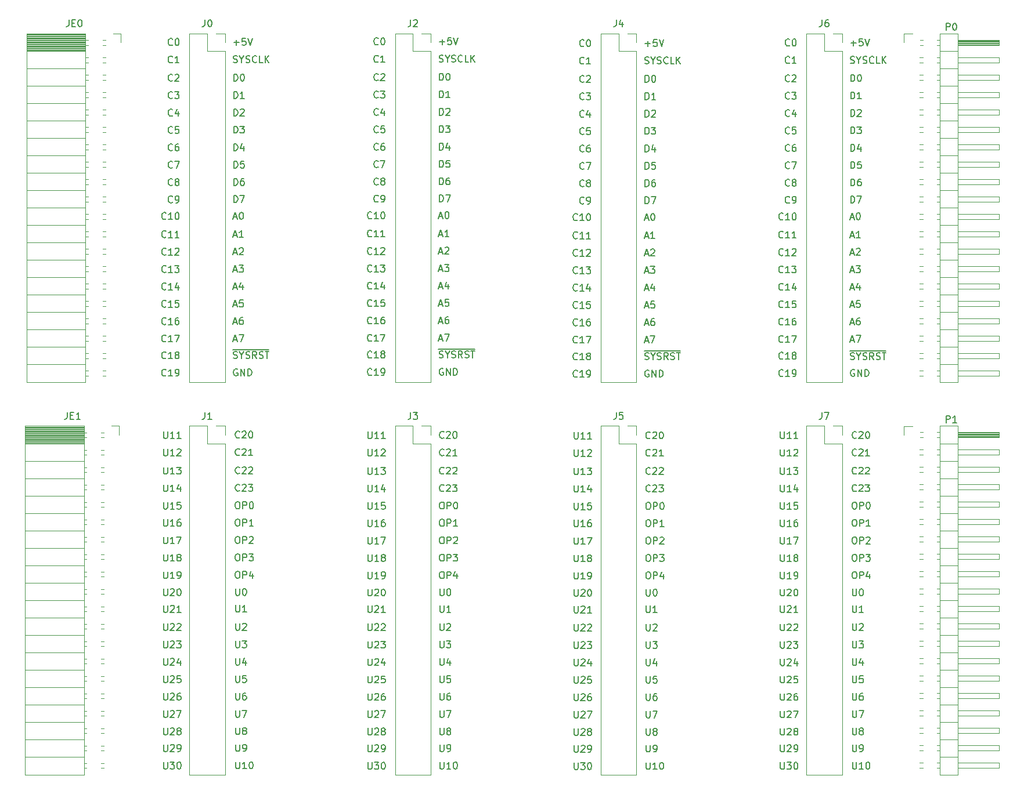
<source format=gto>
G04 #@! TF.GenerationSoftware,KiCad,Pcbnew,7.0.9*
G04 #@! TF.CreationDate,2023-11-10T12:15:57-05:00*
G04 #@! TF.ProjectId,DoubleRow4SlotBackplane,446f7562-6c65-4526-9f77-34536c6f7442,rev?*
G04 #@! TF.SameCoordinates,Original*
G04 #@! TF.FileFunction,Legend,Top*
G04 #@! TF.FilePolarity,Positive*
%FSLAX46Y46*%
G04 Gerber Fmt 4.6, Leading zero omitted, Abs format (unit mm)*
G04 Created by KiCad (PCBNEW 7.0.9) date 2023-11-10 12:15:57*
%MOMM*%
%LPD*%
G01*
G04 APERTURE LIST*
%ADD10C,0.150000*%
%ADD11C,0.120000*%
%ADD12R,1.700000X1.700000*%
%ADD13O,1.700000X1.700000*%
G04 APERTURE END LIST*
D10*
X143845884Y-82922577D02*
X143988741Y-82970196D01*
X143988741Y-82970196D02*
X144226836Y-82970196D01*
X144226836Y-82970196D02*
X144322074Y-82922577D01*
X144322074Y-82922577D02*
X144369693Y-82874957D01*
X144369693Y-82874957D02*
X144417312Y-82779719D01*
X144417312Y-82779719D02*
X144417312Y-82684481D01*
X144417312Y-82684481D02*
X144369693Y-82589243D01*
X144369693Y-82589243D02*
X144322074Y-82541624D01*
X144322074Y-82541624D02*
X144226836Y-82494005D01*
X144226836Y-82494005D02*
X144036360Y-82446386D01*
X144036360Y-82446386D02*
X143941122Y-82398767D01*
X143941122Y-82398767D02*
X143893503Y-82351148D01*
X143893503Y-82351148D02*
X143845884Y-82255910D01*
X143845884Y-82255910D02*
X143845884Y-82160672D01*
X143845884Y-82160672D02*
X143893503Y-82065434D01*
X143893503Y-82065434D02*
X143941122Y-82017815D01*
X143941122Y-82017815D02*
X144036360Y-81970196D01*
X144036360Y-81970196D02*
X144274455Y-81970196D01*
X144274455Y-81970196D02*
X144417312Y-82017815D01*
X145036360Y-82494005D02*
X145036360Y-82970196D01*
X144703027Y-81970196D02*
X145036360Y-82494005D01*
X145036360Y-82494005D02*
X145369693Y-81970196D01*
X145655408Y-82922577D02*
X145798265Y-82970196D01*
X145798265Y-82970196D02*
X146036360Y-82970196D01*
X146036360Y-82970196D02*
X146131598Y-82922577D01*
X146131598Y-82922577D02*
X146179217Y-82874957D01*
X146179217Y-82874957D02*
X146226836Y-82779719D01*
X146226836Y-82779719D02*
X146226836Y-82684481D01*
X146226836Y-82684481D02*
X146179217Y-82589243D01*
X146179217Y-82589243D02*
X146131598Y-82541624D01*
X146131598Y-82541624D02*
X146036360Y-82494005D01*
X146036360Y-82494005D02*
X145845884Y-82446386D01*
X145845884Y-82446386D02*
X145750646Y-82398767D01*
X145750646Y-82398767D02*
X145703027Y-82351148D01*
X145703027Y-82351148D02*
X145655408Y-82255910D01*
X145655408Y-82255910D02*
X145655408Y-82160672D01*
X145655408Y-82160672D02*
X145703027Y-82065434D01*
X145703027Y-82065434D02*
X145750646Y-82017815D01*
X145750646Y-82017815D02*
X145845884Y-81970196D01*
X145845884Y-81970196D02*
X146083979Y-81970196D01*
X146083979Y-81970196D02*
X146226836Y-82017815D01*
X147226836Y-82970196D02*
X146893503Y-82494005D01*
X146655408Y-82970196D02*
X146655408Y-81970196D01*
X146655408Y-81970196D02*
X147036360Y-81970196D01*
X147036360Y-81970196D02*
X147131598Y-82017815D01*
X147131598Y-82017815D02*
X147179217Y-82065434D01*
X147179217Y-82065434D02*
X147226836Y-82160672D01*
X147226836Y-82160672D02*
X147226836Y-82303529D01*
X147226836Y-82303529D02*
X147179217Y-82398767D01*
X147179217Y-82398767D02*
X147131598Y-82446386D01*
X147131598Y-82446386D02*
X147036360Y-82494005D01*
X147036360Y-82494005D02*
X146655408Y-82494005D01*
X147607789Y-82922577D02*
X147750646Y-82970196D01*
X147750646Y-82970196D02*
X147988741Y-82970196D01*
X147988741Y-82970196D02*
X148083979Y-82922577D01*
X148083979Y-82922577D02*
X148131598Y-82874957D01*
X148131598Y-82874957D02*
X148179217Y-82779719D01*
X148179217Y-82779719D02*
X148179217Y-82684481D01*
X148179217Y-82684481D02*
X148131598Y-82589243D01*
X148131598Y-82589243D02*
X148083979Y-82541624D01*
X148083979Y-82541624D02*
X147988741Y-82494005D01*
X147988741Y-82494005D02*
X147798265Y-82446386D01*
X147798265Y-82446386D02*
X147703027Y-82398767D01*
X147703027Y-82398767D02*
X147655408Y-82351148D01*
X147655408Y-82351148D02*
X147607789Y-82255910D01*
X147607789Y-82255910D02*
X147607789Y-82160672D01*
X147607789Y-82160672D02*
X147655408Y-82065434D01*
X147655408Y-82065434D02*
X147703027Y-82017815D01*
X147703027Y-82017815D02*
X147798265Y-81970196D01*
X147798265Y-81970196D02*
X148036360Y-81970196D01*
X148036360Y-81970196D02*
X148179217Y-82017815D01*
X148464932Y-81970196D02*
X149036360Y-81970196D01*
X148750646Y-82970196D02*
X148750646Y-81970196D01*
X143755408Y-81692577D02*
X149031599Y-81692577D01*
X113893503Y-59948985D02*
X113893503Y-58948985D01*
X113893503Y-58948985D02*
X114131598Y-58948985D01*
X114131598Y-58948985D02*
X114274455Y-58996604D01*
X114274455Y-58996604D02*
X114369693Y-59091842D01*
X114369693Y-59091842D02*
X114417312Y-59187080D01*
X114417312Y-59187080D02*
X114464931Y-59377556D01*
X114464931Y-59377556D02*
X114464931Y-59520413D01*
X114464931Y-59520413D02*
X114417312Y-59710889D01*
X114417312Y-59710889D02*
X114369693Y-59806127D01*
X114369693Y-59806127D02*
X114274455Y-59901366D01*
X114274455Y-59901366D02*
X114131598Y-59948985D01*
X114131598Y-59948985D02*
X113893503Y-59948985D01*
X114798265Y-58948985D02*
X115464931Y-58948985D01*
X115464931Y-58948985D02*
X115036360Y-59948985D01*
X134958458Y-37183657D02*
X134910839Y-37231277D01*
X134910839Y-37231277D02*
X134767982Y-37278896D01*
X134767982Y-37278896D02*
X134672744Y-37278896D01*
X134672744Y-37278896D02*
X134529887Y-37231277D01*
X134529887Y-37231277D02*
X134434649Y-37136038D01*
X134434649Y-37136038D02*
X134387030Y-37040800D01*
X134387030Y-37040800D02*
X134339411Y-36850324D01*
X134339411Y-36850324D02*
X134339411Y-36707467D01*
X134339411Y-36707467D02*
X134387030Y-36516991D01*
X134387030Y-36516991D02*
X134434649Y-36421753D01*
X134434649Y-36421753D02*
X134529887Y-36326515D01*
X134529887Y-36326515D02*
X134672744Y-36278896D01*
X134672744Y-36278896D02*
X134767982Y-36278896D01*
X134767982Y-36278896D02*
X134910839Y-36326515D01*
X134910839Y-36326515D02*
X134958458Y-36374134D01*
X135577506Y-36278896D02*
X135672744Y-36278896D01*
X135672744Y-36278896D02*
X135767982Y-36326515D01*
X135767982Y-36326515D02*
X135815601Y-36374134D01*
X135815601Y-36374134D02*
X135863220Y-36469372D01*
X135863220Y-36469372D02*
X135910839Y-36659848D01*
X135910839Y-36659848D02*
X135910839Y-36897943D01*
X135910839Y-36897943D02*
X135863220Y-37088419D01*
X135863220Y-37088419D02*
X135815601Y-37183657D01*
X135815601Y-37183657D02*
X135767982Y-37231277D01*
X135767982Y-37231277D02*
X135672744Y-37278896D01*
X135672744Y-37278896D02*
X135577506Y-37278896D01*
X135577506Y-37278896D02*
X135482268Y-37231277D01*
X135482268Y-37231277D02*
X135434649Y-37183657D01*
X135434649Y-37183657D02*
X135387030Y-37088419D01*
X135387030Y-37088419D02*
X135339411Y-36897943D01*
X135339411Y-36897943D02*
X135339411Y-36659848D01*
X135339411Y-36659848D02*
X135387030Y-36469372D01*
X135387030Y-36469372D02*
X135434649Y-36374134D01*
X135434649Y-36374134D02*
X135482268Y-36326515D01*
X135482268Y-36326515D02*
X135577506Y-36278896D01*
X113960464Y-118856540D02*
X113960464Y-119666063D01*
X113960464Y-119666063D02*
X114008083Y-119761301D01*
X114008083Y-119761301D02*
X114055702Y-119808921D01*
X114055702Y-119808921D02*
X114150940Y-119856540D01*
X114150940Y-119856540D02*
X114341416Y-119856540D01*
X114341416Y-119856540D02*
X114436654Y-119808921D01*
X114436654Y-119808921D02*
X114484273Y-119761301D01*
X114484273Y-119761301D02*
X114531892Y-119666063D01*
X114531892Y-119666063D02*
X114531892Y-118856540D01*
X115531892Y-119856540D02*
X114960464Y-119856540D01*
X115246178Y-119856540D02*
X115246178Y-118856540D01*
X115246178Y-118856540D02*
X115150940Y-118999397D01*
X115150940Y-118999397D02*
X115055702Y-119094635D01*
X115055702Y-119094635D02*
X114960464Y-119142254D01*
X133543638Y-106384721D02*
X133543638Y-107194244D01*
X133543638Y-107194244D02*
X133591257Y-107289482D01*
X133591257Y-107289482D02*
X133638876Y-107337102D01*
X133638876Y-107337102D02*
X133734114Y-107384721D01*
X133734114Y-107384721D02*
X133924590Y-107384721D01*
X133924590Y-107384721D02*
X134019828Y-107337102D01*
X134019828Y-107337102D02*
X134067447Y-107289482D01*
X134067447Y-107289482D02*
X134115066Y-107194244D01*
X134115066Y-107194244D02*
X134115066Y-106384721D01*
X135115066Y-107384721D02*
X134543638Y-107384721D01*
X134829352Y-107384721D02*
X134829352Y-106384721D01*
X134829352Y-106384721D02*
X134734114Y-106527578D01*
X134734114Y-106527578D02*
X134638876Y-106622816D01*
X134638876Y-106622816D02*
X134543638Y-106670435D01*
X135972209Y-106384721D02*
X135781733Y-106384721D01*
X135781733Y-106384721D02*
X135686495Y-106432340D01*
X135686495Y-106432340D02*
X135638876Y-106479959D01*
X135638876Y-106479959D02*
X135543638Y-106622816D01*
X135543638Y-106622816D02*
X135496019Y-106813292D01*
X135496019Y-106813292D02*
X135496019Y-107194244D01*
X135496019Y-107194244D02*
X135543638Y-107289482D01*
X135543638Y-107289482D02*
X135591257Y-107337102D01*
X135591257Y-107337102D02*
X135686495Y-107384721D01*
X135686495Y-107384721D02*
X135876971Y-107384721D01*
X135876971Y-107384721D02*
X135972209Y-107337102D01*
X135972209Y-107337102D02*
X136019828Y-107289482D01*
X136019828Y-107289482D02*
X136067447Y-107194244D01*
X136067447Y-107194244D02*
X136067447Y-106956149D01*
X136067447Y-106956149D02*
X136019828Y-106860911D01*
X136019828Y-106860911D02*
X135972209Y-106813292D01*
X135972209Y-106813292D02*
X135876971Y-106765673D01*
X135876971Y-106765673D02*
X135686495Y-106765673D01*
X135686495Y-106765673D02*
X135591257Y-106813292D01*
X135591257Y-106813292D02*
X135543638Y-106860911D01*
X135543638Y-106860911D02*
X135496019Y-106956149D01*
X73657738Y-96016026D02*
X73657738Y-96825549D01*
X73657738Y-96825549D02*
X73705357Y-96920787D01*
X73705357Y-96920787D02*
X73752976Y-96968407D01*
X73752976Y-96968407D02*
X73848214Y-97016026D01*
X73848214Y-97016026D02*
X74038690Y-97016026D01*
X74038690Y-97016026D02*
X74133928Y-96968407D01*
X74133928Y-96968407D02*
X74181547Y-96920787D01*
X74181547Y-96920787D02*
X74229166Y-96825549D01*
X74229166Y-96825549D02*
X74229166Y-96016026D01*
X75229166Y-97016026D02*
X74657738Y-97016026D01*
X74943452Y-97016026D02*
X74943452Y-96016026D01*
X74943452Y-96016026D02*
X74848214Y-96158883D01*
X74848214Y-96158883D02*
X74752976Y-96254121D01*
X74752976Y-96254121D02*
X74657738Y-96301740D01*
X75610119Y-96111264D02*
X75657738Y-96063645D01*
X75657738Y-96063645D02*
X75752976Y-96016026D01*
X75752976Y-96016026D02*
X75991071Y-96016026D01*
X75991071Y-96016026D02*
X76086309Y-96063645D01*
X76086309Y-96063645D02*
X76133928Y-96111264D01*
X76133928Y-96111264D02*
X76181547Y-96206502D01*
X76181547Y-96206502D02*
X76181547Y-96301740D01*
X76181547Y-96301740D02*
X76133928Y-96444597D01*
X76133928Y-96444597D02*
X75562500Y-97016026D01*
X75562500Y-97016026D02*
X76181547Y-97016026D01*
X133543638Y-96102393D02*
X133543638Y-96911916D01*
X133543638Y-96911916D02*
X133591257Y-97007154D01*
X133591257Y-97007154D02*
X133638876Y-97054774D01*
X133638876Y-97054774D02*
X133734114Y-97102393D01*
X133734114Y-97102393D02*
X133924590Y-97102393D01*
X133924590Y-97102393D02*
X134019828Y-97054774D01*
X134019828Y-97054774D02*
X134067447Y-97007154D01*
X134067447Y-97007154D02*
X134115066Y-96911916D01*
X134115066Y-96911916D02*
X134115066Y-96102393D01*
X135115066Y-97102393D02*
X134543638Y-97102393D01*
X134829352Y-97102393D02*
X134829352Y-96102393D01*
X134829352Y-96102393D02*
X134734114Y-96245250D01*
X134734114Y-96245250D02*
X134638876Y-96340488D01*
X134638876Y-96340488D02*
X134543638Y-96388107D01*
X135496019Y-96197631D02*
X135543638Y-96150012D01*
X135543638Y-96150012D02*
X135638876Y-96102393D01*
X135638876Y-96102393D02*
X135876971Y-96102393D01*
X135876971Y-96102393D02*
X135972209Y-96150012D01*
X135972209Y-96150012D02*
X136019828Y-96197631D01*
X136019828Y-96197631D02*
X136067447Y-96292869D01*
X136067447Y-96292869D02*
X136067447Y-96388107D01*
X136067447Y-96388107D02*
X136019828Y-96530964D01*
X136019828Y-96530964D02*
X135448400Y-97102393D01*
X135448400Y-97102393D02*
X136067447Y-97102393D01*
X144050111Y-136797911D02*
X144050111Y-137607434D01*
X144050111Y-137607434D02*
X144097730Y-137702672D01*
X144097730Y-137702672D02*
X144145349Y-137750292D01*
X144145349Y-137750292D02*
X144240587Y-137797911D01*
X144240587Y-137797911D02*
X144431063Y-137797911D01*
X144431063Y-137797911D02*
X144526301Y-137750292D01*
X144526301Y-137750292D02*
X144573920Y-137702672D01*
X144573920Y-137702672D02*
X144621539Y-137607434D01*
X144621539Y-137607434D02*
X144621539Y-136797911D01*
X145240587Y-137226482D02*
X145145349Y-137178863D01*
X145145349Y-137178863D02*
X145097730Y-137131244D01*
X145097730Y-137131244D02*
X145050111Y-137036006D01*
X145050111Y-137036006D02*
X145050111Y-136988387D01*
X145050111Y-136988387D02*
X145097730Y-136893149D01*
X145097730Y-136893149D02*
X145145349Y-136845530D01*
X145145349Y-136845530D02*
X145240587Y-136797911D01*
X145240587Y-136797911D02*
X145431063Y-136797911D01*
X145431063Y-136797911D02*
X145526301Y-136845530D01*
X145526301Y-136845530D02*
X145573920Y-136893149D01*
X145573920Y-136893149D02*
X145621539Y-136988387D01*
X145621539Y-136988387D02*
X145621539Y-137036006D01*
X145621539Y-137036006D02*
X145573920Y-137131244D01*
X145573920Y-137131244D02*
X145526301Y-137178863D01*
X145526301Y-137178863D02*
X145431063Y-137226482D01*
X145431063Y-137226482D02*
X145240587Y-137226482D01*
X145240587Y-137226482D02*
X145145349Y-137274101D01*
X145145349Y-137274101D02*
X145097730Y-137321720D01*
X145097730Y-137321720D02*
X145050111Y-137416958D01*
X145050111Y-137416958D02*
X145050111Y-137607434D01*
X145050111Y-137607434D02*
X145097730Y-137702672D01*
X145097730Y-137702672D02*
X145145349Y-137750292D01*
X145145349Y-137750292D02*
X145240587Y-137797911D01*
X145240587Y-137797911D02*
X145431063Y-137797911D01*
X145431063Y-137797911D02*
X145526301Y-137750292D01*
X145526301Y-137750292D02*
X145573920Y-137702672D01*
X145573920Y-137702672D02*
X145621539Y-137607434D01*
X145621539Y-137607434D02*
X145621539Y-137416958D01*
X145621539Y-137416958D02*
X145573920Y-137321720D01*
X145573920Y-137321720D02*
X145526301Y-137274101D01*
X145526301Y-137274101D02*
X145431063Y-137226482D01*
X133543638Y-98773594D02*
X133543638Y-99583117D01*
X133543638Y-99583117D02*
X133591257Y-99678355D01*
X133591257Y-99678355D02*
X133638876Y-99725975D01*
X133638876Y-99725975D02*
X133734114Y-99773594D01*
X133734114Y-99773594D02*
X133924590Y-99773594D01*
X133924590Y-99773594D02*
X134019828Y-99725975D01*
X134019828Y-99725975D02*
X134067447Y-99678355D01*
X134067447Y-99678355D02*
X134115066Y-99583117D01*
X134115066Y-99583117D02*
X134115066Y-98773594D01*
X135115066Y-99773594D02*
X134543638Y-99773594D01*
X134829352Y-99773594D02*
X134829352Y-98773594D01*
X134829352Y-98773594D02*
X134734114Y-98916451D01*
X134734114Y-98916451D02*
X134638876Y-99011689D01*
X134638876Y-99011689D02*
X134543638Y-99059308D01*
X135448400Y-98773594D02*
X136067447Y-98773594D01*
X136067447Y-98773594D02*
X135734114Y-99154546D01*
X135734114Y-99154546D02*
X135876971Y-99154546D01*
X135876971Y-99154546D02*
X135972209Y-99202165D01*
X135972209Y-99202165D02*
X136019828Y-99249784D01*
X136019828Y-99249784D02*
X136067447Y-99345022D01*
X136067447Y-99345022D02*
X136067447Y-99583117D01*
X136067447Y-99583117D02*
X136019828Y-99678355D01*
X136019828Y-99678355D02*
X135972209Y-99725975D01*
X135972209Y-99725975D02*
X135876971Y-99773594D01*
X135876971Y-99773594D02*
X135591257Y-99773594D01*
X135591257Y-99773594D02*
X135496019Y-99725975D01*
X135496019Y-99725975D02*
X135448400Y-99678355D01*
X84164211Y-136711544D02*
X84164211Y-137521067D01*
X84164211Y-137521067D02*
X84211830Y-137616305D01*
X84211830Y-137616305D02*
X84259449Y-137663925D01*
X84259449Y-137663925D02*
X84354687Y-137711544D01*
X84354687Y-137711544D02*
X84545163Y-137711544D01*
X84545163Y-137711544D02*
X84640401Y-137663925D01*
X84640401Y-137663925D02*
X84688020Y-137616305D01*
X84688020Y-137616305D02*
X84735639Y-137521067D01*
X84735639Y-137521067D02*
X84735639Y-136711544D01*
X85354687Y-137140115D02*
X85259449Y-137092496D01*
X85259449Y-137092496D02*
X85211830Y-137044877D01*
X85211830Y-137044877D02*
X85164211Y-136949639D01*
X85164211Y-136949639D02*
X85164211Y-136902020D01*
X85164211Y-136902020D02*
X85211830Y-136806782D01*
X85211830Y-136806782D02*
X85259449Y-136759163D01*
X85259449Y-136759163D02*
X85354687Y-136711544D01*
X85354687Y-136711544D02*
X85545163Y-136711544D01*
X85545163Y-136711544D02*
X85640401Y-136759163D01*
X85640401Y-136759163D02*
X85688020Y-136806782D01*
X85688020Y-136806782D02*
X85735639Y-136902020D01*
X85735639Y-136902020D02*
X85735639Y-136949639D01*
X85735639Y-136949639D02*
X85688020Y-137044877D01*
X85688020Y-137044877D02*
X85640401Y-137092496D01*
X85640401Y-137092496D02*
X85545163Y-137140115D01*
X85545163Y-137140115D02*
X85354687Y-137140115D01*
X85354687Y-137140115D02*
X85259449Y-137187734D01*
X85259449Y-137187734D02*
X85211830Y-137235353D01*
X85211830Y-137235353D02*
X85164211Y-137330591D01*
X85164211Y-137330591D02*
X85164211Y-137521067D01*
X85164211Y-137521067D02*
X85211830Y-137616305D01*
X85211830Y-137616305D02*
X85259449Y-137663925D01*
X85259449Y-137663925D02*
X85354687Y-137711544D01*
X85354687Y-137711544D02*
X85545163Y-137711544D01*
X85545163Y-137711544D02*
X85640401Y-137663925D01*
X85640401Y-137663925D02*
X85688020Y-137616305D01*
X85688020Y-137616305D02*
X85735639Y-137521067D01*
X85735639Y-137521067D02*
X85735639Y-137330591D01*
X85735639Y-137330591D02*
X85688020Y-137235353D01*
X85688020Y-137235353D02*
X85640401Y-137187734D01*
X85640401Y-137187734D02*
X85545163Y-137140115D01*
X144621539Y-96973749D02*
X144573920Y-97021369D01*
X144573920Y-97021369D02*
X144431063Y-97068988D01*
X144431063Y-97068988D02*
X144335825Y-97068988D01*
X144335825Y-97068988D02*
X144192968Y-97021369D01*
X144192968Y-97021369D02*
X144097730Y-96926130D01*
X144097730Y-96926130D02*
X144050111Y-96830892D01*
X144050111Y-96830892D02*
X144002492Y-96640416D01*
X144002492Y-96640416D02*
X144002492Y-96497559D01*
X144002492Y-96497559D02*
X144050111Y-96307083D01*
X144050111Y-96307083D02*
X144097730Y-96211845D01*
X144097730Y-96211845D02*
X144192968Y-96116607D01*
X144192968Y-96116607D02*
X144335825Y-96068988D01*
X144335825Y-96068988D02*
X144431063Y-96068988D01*
X144431063Y-96068988D02*
X144573920Y-96116607D01*
X144573920Y-96116607D02*
X144621539Y-96164226D01*
X145002492Y-96164226D02*
X145050111Y-96116607D01*
X145050111Y-96116607D02*
X145145349Y-96068988D01*
X145145349Y-96068988D02*
X145383444Y-96068988D01*
X145383444Y-96068988D02*
X145478682Y-96116607D01*
X145478682Y-96116607D02*
X145526301Y-96164226D01*
X145526301Y-96164226D02*
X145573920Y-96259464D01*
X145573920Y-96259464D02*
X145573920Y-96354702D01*
X145573920Y-96354702D02*
X145526301Y-96497559D01*
X145526301Y-96497559D02*
X144954873Y-97068988D01*
X144954873Y-97068988D02*
X145573920Y-97068988D01*
X146526301Y-97068988D02*
X145954873Y-97068988D01*
X146240587Y-97068988D02*
X146240587Y-96068988D01*
X146240587Y-96068988D02*
X146145349Y-96211845D01*
X146145349Y-96211845D02*
X146050111Y-96307083D01*
X146050111Y-96307083D02*
X145954873Y-96354702D01*
X84735639Y-94334678D02*
X84688020Y-94382298D01*
X84688020Y-94382298D02*
X84545163Y-94429917D01*
X84545163Y-94429917D02*
X84449925Y-94429917D01*
X84449925Y-94429917D02*
X84307068Y-94382298D01*
X84307068Y-94382298D02*
X84211830Y-94287059D01*
X84211830Y-94287059D02*
X84164211Y-94191821D01*
X84164211Y-94191821D02*
X84116592Y-94001345D01*
X84116592Y-94001345D02*
X84116592Y-93858488D01*
X84116592Y-93858488D02*
X84164211Y-93668012D01*
X84164211Y-93668012D02*
X84211830Y-93572774D01*
X84211830Y-93572774D02*
X84307068Y-93477536D01*
X84307068Y-93477536D02*
X84449925Y-93429917D01*
X84449925Y-93429917D02*
X84545163Y-93429917D01*
X84545163Y-93429917D02*
X84688020Y-93477536D01*
X84688020Y-93477536D02*
X84735639Y-93525155D01*
X85116592Y-93525155D02*
X85164211Y-93477536D01*
X85164211Y-93477536D02*
X85259449Y-93429917D01*
X85259449Y-93429917D02*
X85497544Y-93429917D01*
X85497544Y-93429917D02*
X85592782Y-93477536D01*
X85592782Y-93477536D02*
X85640401Y-93525155D01*
X85640401Y-93525155D02*
X85688020Y-93620393D01*
X85688020Y-93620393D02*
X85688020Y-93715631D01*
X85688020Y-93715631D02*
X85640401Y-93858488D01*
X85640401Y-93858488D02*
X85068973Y-94429917D01*
X85068973Y-94429917D02*
X85688020Y-94429917D01*
X86307068Y-93429917D02*
X86402306Y-93429917D01*
X86402306Y-93429917D02*
X86497544Y-93477536D01*
X86497544Y-93477536D02*
X86545163Y-93525155D01*
X86545163Y-93525155D02*
X86592782Y-93620393D01*
X86592782Y-93620393D02*
X86640401Y-93810869D01*
X86640401Y-93810869D02*
X86640401Y-94048964D01*
X86640401Y-94048964D02*
X86592782Y-94239440D01*
X86592782Y-94239440D02*
X86545163Y-94334678D01*
X86545163Y-94334678D02*
X86497544Y-94382298D01*
X86497544Y-94382298D02*
X86402306Y-94429917D01*
X86402306Y-94429917D02*
X86307068Y-94429917D01*
X86307068Y-94429917D02*
X86211830Y-94382298D01*
X86211830Y-94382298D02*
X86164211Y-94334678D01*
X86164211Y-94334678D02*
X86116592Y-94239440D01*
X86116592Y-94239440D02*
X86068973Y-94048964D01*
X86068973Y-94048964D02*
X86068973Y-93810869D01*
X86068973Y-93810869D02*
X86116592Y-93620393D01*
X86116592Y-93620393D02*
X86164211Y-93525155D01*
X86164211Y-93525155D02*
X86211830Y-93477536D01*
X86211830Y-93477536D02*
X86307068Y-93429917D01*
X104006077Y-64963320D02*
X103958458Y-65010940D01*
X103958458Y-65010940D02*
X103815601Y-65058559D01*
X103815601Y-65058559D02*
X103720363Y-65058559D01*
X103720363Y-65058559D02*
X103577506Y-65010940D01*
X103577506Y-65010940D02*
X103482268Y-64915701D01*
X103482268Y-64915701D02*
X103434649Y-64820463D01*
X103434649Y-64820463D02*
X103387030Y-64629987D01*
X103387030Y-64629987D02*
X103387030Y-64487130D01*
X103387030Y-64487130D02*
X103434649Y-64296654D01*
X103434649Y-64296654D02*
X103482268Y-64201416D01*
X103482268Y-64201416D02*
X103577506Y-64106178D01*
X103577506Y-64106178D02*
X103720363Y-64058559D01*
X103720363Y-64058559D02*
X103815601Y-64058559D01*
X103815601Y-64058559D02*
X103958458Y-64106178D01*
X103958458Y-64106178D02*
X104006077Y-64153797D01*
X104958458Y-65058559D02*
X104387030Y-65058559D01*
X104672744Y-65058559D02*
X104672744Y-64058559D01*
X104672744Y-64058559D02*
X104577506Y-64201416D01*
X104577506Y-64201416D02*
X104482268Y-64296654D01*
X104482268Y-64296654D02*
X104387030Y-64344273D01*
X105910839Y-65058559D02*
X105339411Y-65058559D01*
X105625125Y-65058559D02*
X105625125Y-64058559D01*
X105625125Y-64058559D02*
X105529887Y-64201416D01*
X105529887Y-64201416D02*
X105434649Y-64296654D01*
X105434649Y-64296654D02*
X105339411Y-64344273D01*
X113960464Y-129132080D02*
X113960464Y-129941603D01*
X113960464Y-129941603D02*
X114008083Y-130036841D01*
X114008083Y-130036841D02*
X114055702Y-130084461D01*
X114055702Y-130084461D02*
X114150940Y-130132080D01*
X114150940Y-130132080D02*
X114341416Y-130132080D01*
X114341416Y-130132080D02*
X114436654Y-130084461D01*
X114436654Y-130084461D02*
X114484273Y-130036841D01*
X114484273Y-130036841D02*
X114531892Y-129941603D01*
X114531892Y-129941603D02*
X114531892Y-129132080D01*
X115484273Y-129132080D02*
X115008083Y-129132080D01*
X115008083Y-129132080D02*
X114960464Y-129608270D01*
X114960464Y-129608270D02*
X115008083Y-129560651D01*
X115008083Y-129560651D02*
X115103321Y-129513032D01*
X115103321Y-129513032D02*
X115341416Y-129513032D01*
X115341416Y-129513032D02*
X115436654Y-129560651D01*
X115436654Y-129560651D02*
X115484273Y-129608270D01*
X115484273Y-129608270D02*
X115531892Y-129703508D01*
X115531892Y-129703508D02*
X115531892Y-129941603D01*
X115531892Y-129941603D02*
X115484273Y-130036841D01*
X115484273Y-130036841D02*
X115436654Y-130084461D01*
X115436654Y-130084461D02*
X115341416Y-130132080D01*
X115341416Y-130132080D02*
X115103321Y-130132080D01*
X115103321Y-130132080D02*
X115008083Y-130084461D01*
X115008083Y-130084461D02*
X114960464Y-130036841D01*
X134006077Y-62578616D02*
X133958458Y-62626236D01*
X133958458Y-62626236D02*
X133815601Y-62673855D01*
X133815601Y-62673855D02*
X133720363Y-62673855D01*
X133720363Y-62673855D02*
X133577506Y-62626236D01*
X133577506Y-62626236D02*
X133482268Y-62530997D01*
X133482268Y-62530997D02*
X133434649Y-62435759D01*
X133434649Y-62435759D02*
X133387030Y-62245283D01*
X133387030Y-62245283D02*
X133387030Y-62102426D01*
X133387030Y-62102426D02*
X133434649Y-61911950D01*
X133434649Y-61911950D02*
X133482268Y-61816712D01*
X133482268Y-61816712D02*
X133577506Y-61721474D01*
X133577506Y-61721474D02*
X133720363Y-61673855D01*
X133720363Y-61673855D02*
X133815601Y-61673855D01*
X133815601Y-61673855D02*
X133958458Y-61721474D01*
X133958458Y-61721474D02*
X134006077Y-61769093D01*
X134958458Y-62673855D02*
X134387030Y-62673855D01*
X134672744Y-62673855D02*
X134672744Y-61673855D01*
X134672744Y-61673855D02*
X134577506Y-61816712D01*
X134577506Y-61816712D02*
X134482268Y-61911950D01*
X134482268Y-61911950D02*
X134387030Y-61959569D01*
X135577506Y-61673855D02*
X135672744Y-61673855D01*
X135672744Y-61673855D02*
X135767982Y-61721474D01*
X135767982Y-61721474D02*
X135815601Y-61769093D01*
X135815601Y-61769093D02*
X135863220Y-61864331D01*
X135863220Y-61864331D02*
X135910839Y-62054807D01*
X135910839Y-62054807D02*
X135910839Y-62292902D01*
X135910839Y-62292902D02*
X135863220Y-62483378D01*
X135863220Y-62483378D02*
X135815601Y-62578616D01*
X135815601Y-62578616D02*
X135767982Y-62626236D01*
X135767982Y-62626236D02*
X135672744Y-62673855D01*
X135672744Y-62673855D02*
X135577506Y-62673855D01*
X135577506Y-62673855D02*
X135482268Y-62626236D01*
X135482268Y-62626236D02*
X135434649Y-62578616D01*
X135434649Y-62578616D02*
X135387030Y-62483378D01*
X135387030Y-62483378D02*
X135339411Y-62292902D01*
X135339411Y-62292902D02*
X135339411Y-62054807D01*
X135339411Y-62054807D02*
X135387030Y-61864331D01*
X135387030Y-61864331D02*
X135434649Y-61769093D01*
X135434649Y-61769093D02*
X135482268Y-61721474D01*
X135482268Y-61721474D02*
X135577506Y-61673855D01*
X173845884Y-75071606D02*
X174322074Y-75071606D01*
X173750646Y-75357321D02*
X174083979Y-74357321D01*
X174083979Y-74357321D02*
X174417312Y-75357321D01*
X175226836Y-74357321D02*
X174750646Y-74357321D01*
X174750646Y-74357321D02*
X174703027Y-74833511D01*
X174703027Y-74833511D02*
X174750646Y-74785892D01*
X174750646Y-74785892D02*
X174845884Y-74738273D01*
X174845884Y-74738273D02*
X175083979Y-74738273D01*
X175083979Y-74738273D02*
X175179217Y-74785892D01*
X175179217Y-74785892D02*
X175226836Y-74833511D01*
X175226836Y-74833511D02*
X175274455Y-74928749D01*
X175274455Y-74928749D02*
X175274455Y-75166844D01*
X175274455Y-75166844D02*
X175226836Y-75262082D01*
X175226836Y-75262082D02*
X175179217Y-75309702D01*
X175179217Y-75309702D02*
X175083979Y-75357321D01*
X175083979Y-75357321D02*
X174845884Y-75357321D01*
X174845884Y-75357321D02*
X174750646Y-75309702D01*
X174750646Y-75309702D02*
X174703027Y-75262082D01*
X173845884Y-64907775D02*
X174322074Y-64907775D01*
X173750646Y-65193490D02*
X174083979Y-64193490D01*
X174083979Y-64193490D02*
X174417312Y-65193490D01*
X175274455Y-65193490D02*
X174703027Y-65193490D01*
X174988741Y-65193490D02*
X174988741Y-64193490D01*
X174988741Y-64193490D02*
X174893503Y-64336347D01*
X174893503Y-64336347D02*
X174798265Y-64431585D01*
X174798265Y-64431585D02*
X174703027Y-64479204D01*
X174129909Y-116439395D02*
X174129909Y-117248918D01*
X174129909Y-117248918D02*
X174177528Y-117344156D01*
X174177528Y-117344156D02*
X174225147Y-117391776D01*
X174225147Y-117391776D02*
X174320385Y-117439395D01*
X174320385Y-117439395D02*
X174510861Y-117439395D01*
X174510861Y-117439395D02*
X174606099Y-117391776D01*
X174606099Y-117391776D02*
X174653718Y-117344156D01*
X174653718Y-117344156D02*
X174701337Y-117248918D01*
X174701337Y-117248918D02*
X174701337Y-116439395D01*
X175368004Y-116439395D02*
X175463242Y-116439395D01*
X175463242Y-116439395D02*
X175558480Y-116487014D01*
X175558480Y-116487014D02*
X175606099Y-116534633D01*
X175606099Y-116534633D02*
X175653718Y-116629871D01*
X175653718Y-116629871D02*
X175701337Y-116820347D01*
X175701337Y-116820347D02*
X175701337Y-117058442D01*
X175701337Y-117058442D02*
X175653718Y-117248918D01*
X175653718Y-117248918D02*
X175606099Y-117344156D01*
X175606099Y-117344156D02*
X175558480Y-117391776D01*
X175558480Y-117391776D02*
X175463242Y-117439395D01*
X175463242Y-117439395D02*
X175368004Y-117439395D01*
X175368004Y-117439395D02*
X175272766Y-117391776D01*
X175272766Y-117391776D02*
X175225147Y-117344156D01*
X175225147Y-117344156D02*
X175177528Y-117248918D01*
X175177528Y-117248918D02*
X175129909Y-117058442D01*
X175129909Y-117058442D02*
X175129909Y-116820347D01*
X175129909Y-116820347D02*
X175177528Y-116629871D01*
X175177528Y-116629871D02*
X175225147Y-116534633D01*
X175225147Y-116534633D02*
X175272766Y-116487014D01*
X175272766Y-116487014D02*
X175368004Y-116439395D01*
X113845884Y-69829185D02*
X114322074Y-69829185D01*
X113750646Y-70114900D02*
X114083979Y-69114900D01*
X114083979Y-69114900D02*
X114417312Y-70114900D01*
X114655408Y-69114900D02*
X115274455Y-69114900D01*
X115274455Y-69114900D02*
X114941122Y-69495852D01*
X114941122Y-69495852D02*
X115083979Y-69495852D01*
X115083979Y-69495852D02*
X115179217Y-69543471D01*
X115179217Y-69543471D02*
X115226836Y-69591090D01*
X115226836Y-69591090D02*
X115274455Y-69686328D01*
X115274455Y-69686328D02*
X115274455Y-69924423D01*
X115274455Y-69924423D02*
X115226836Y-70019661D01*
X115226836Y-70019661D02*
X115179217Y-70067281D01*
X115179217Y-70067281D02*
X115083979Y-70114900D01*
X115083979Y-70114900D02*
X114798265Y-70114900D01*
X114798265Y-70114900D02*
X114703027Y-70067281D01*
X114703027Y-70067281D02*
X114655408Y-70019661D01*
X173893503Y-44910726D02*
X173893503Y-43910726D01*
X173893503Y-43910726D02*
X174131598Y-43910726D01*
X174131598Y-43910726D02*
X174274455Y-43958345D01*
X174274455Y-43958345D02*
X174369693Y-44053583D01*
X174369693Y-44053583D02*
X174417312Y-44148821D01*
X174417312Y-44148821D02*
X174464931Y-44339297D01*
X174464931Y-44339297D02*
X174464931Y-44482154D01*
X174464931Y-44482154D02*
X174417312Y-44672630D01*
X174417312Y-44672630D02*
X174369693Y-44767868D01*
X174369693Y-44767868D02*
X174274455Y-44863107D01*
X174274455Y-44863107D02*
X174131598Y-44910726D01*
X174131598Y-44910726D02*
X173893503Y-44910726D01*
X175417312Y-44910726D02*
X174845884Y-44910726D01*
X175131598Y-44910726D02*
X175131598Y-43910726D01*
X175131598Y-43910726D02*
X175036360Y-44053583D01*
X175036360Y-44053583D02*
X174941122Y-44148821D01*
X174941122Y-44148821D02*
X174845884Y-44196440D01*
X164958458Y-52475681D02*
X164910839Y-52523301D01*
X164910839Y-52523301D02*
X164767982Y-52570920D01*
X164767982Y-52570920D02*
X164672744Y-52570920D01*
X164672744Y-52570920D02*
X164529887Y-52523301D01*
X164529887Y-52523301D02*
X164434649Y-52428062D01*
X164434649Y-52428062D02*
X164387030Y-52332824D01*
X164387030Y-52332824D02*
X164339411Y-52142348D01*
X164339411Y-52142348D02*
X164339411Y-51999491D01*
X164339411Y-51999491D02*
X164387030Y-51809015D01*
X164387030Y-51809015D02*
X164434649Y-51713777D01*
X164434649Y-51713777D02*
X164529887Y-51618539D01*
X164529887Y-51618539D02*
X164672744Y-51570920D01*
X164672744Y-51570920D02*
X164767982Y-51570920D01*
X164767982Y-51570920D02*
X164910839Y-51618539D01*
X164910839Y-51618539D02*
X164958458Y-51666158D01*
X165815601Y-51570920D02*
X165625125Y-51570920D01*
X165625125Y-51570920D02*
X165529887Y-51618539D01*
X165529887Y-51618539D02*
X165482268Y-51666158D01*
X165482268Y-51666158D02*
X165387030Y-51809015D01*
X165387030Y-51809015D02*
X165339411Y-51999491D01*
X165339411Y-51999491D02*
X165339411Y-52380443D01*
X165339411Y-52380443D02*
X165387030Y-52475681D01*
X165387030Y-52475681D02*
X165434649Y-52523301D01*
X165434649Y-52523301D02*
X165529887Y-52570920D01*
X165529887Y-52570920D02*
X165720363Y-52570920D01*
X165720363Y-52570920D02*
X165815601Y-52523301D01*
X165815601Y-52523301D02*
X165863220Y-52475681D01*
X165863220Y-52475681D02*
X165910839Y-52380443D01*
X165910839Y-52380443D02*
X165910839Y-52142348D01*
X165910839Y-52142348D02*
X165863220Y-52047110D01*
X165863220Y-52047110D02*
X165815601Y-51999491D01*
X165815601Y-51999491D02*
X165720363Y-51951872D01*
X165720363Y-51951872D02*
X165529887Y-51951872D01*
X165529887Y-51951872D02*
X165434649Y-51999491D01*
X165434649Y-51999491D02*
X165387030Y-52047110D01*
X165387030Y-52047110D02*
X165339411Y-52142348D01*
X143845884Y-72630275D02*
X144322074Y-72630275D01*
X143750646Y-72915990D02*
X144083979Y-71915990D01*
X144083979Y-71915990D02*
X144417312Y-72915990D01*
X145179217Y-72249323D02*
X145179217Y-72915990D01*
X144941122Y-71868371D02*
X144703027Y-72582656D01*
X144703027Y-72582656D02*
X145322074Y-72582656D01*
X134958458Y-47497307D02*
X134910839Y-47544927D01*
X134910839Y-47544927D02*
X134767982Y-47592546D01*
X134767982Y-47592546D02*
X134672744Y-47592546D01*
X134672744Y-47592546D02*
X134529887Y-47544927D01*
X134529887Y-47544927D02*
X134434649Y-47449688D01*
X134434649Y-47449688D02*
X134387030Y-47354450D01*
X134387030Y-47354450D02*
X134339411Y-47163974D01*
X134339411Y-47163974D02*
X134339411Y-47021117D01*
X134339411Y-47021117D02*
X134387030Y-46830641D01*
X134387030Y-46830641D02*
X134434649Y-46735403D01*
X134434649Y-46735403D02*
X134529887Y-46640165D01*
X134529887Y-46640165D02*
X134672744Y-46592546D01*
X134672744Y-46592546D02*
X134767982Y-46592546D01*
X134767982Y-46592546D02*
X134910839Y-46640165D01*
X134910839Y-46640165D02*
X134958458Y-46687784D01*
X135815601Y-46925879D02*
X135815601Y-47592546D01*
X135577506Y-46544927D02*
X135339411Y-47259212D01*
X135339411Y-47259212D02*
X135958458Y-47259212D01*
X144050111Y-116483826D02*
X144050111Y-117293349D01*
X144050111Y-117293349D02*
X144097730Y-117388587D01*
X144097730Y-117388587D02*
X144145349Y-117436207D01*
X144145349Y-117436207D02*
X144240587Y-117483826D01*
X144240587Y-117483826D02*
X144431063Y-117483826D01*
X144431063Y-117483826D02*
X144526301Y-117436207D01*
X144526301Y-117436207D02*
X144573920Y-117388587D01*
X144573920Y-117388587D02*
X144621539Y-117293349D01*
X144621539Y-117293349D02*
X144621539Y-116483826D01*
X145288206Y-116483826D02*
X145383444Y-116483826D01*
X145383444Y-116483826D02*
X145478682Y-116531445D01*
X145478682Y-116531445D02*
X145526301Y-116579064D01*
X145526301Y-116579064D02*
X145573920Y-116674302D01*
X145573920Y-116674302D02*
X145621539Y-116864778D01*
X145621539Y-116864778D02*
X145621539Y-117102873D01*
X145621539Y-117102873D02*
X145573920Y-117293349D01*
X145573920Y-117293349D02*
X145526301Y-117388587D01*
X145526301Y-117388587D02*
X145478682Y-117436207D01*
X145478682Y-117436207D02*
X145383444Y-117483826D01*
X145383444Y-117483826D02*
X145288206Y-117483826D01*
X145288206Y-117483826D02*
X145192968Y-117436207D01*
X145192968Y-117436207D02*
X145145349Y-117388587D01*
X145145349Y-117388587D02*
X145097730Y-117293349D01*
X145097730Y-117293349D02*
X145050111Y-117102873D01*
X145050111Y-117102873D02*
X145050111Y-116864778D01*
X145050111Y-116864778D02*
X145097730Y-116674302D01*
X145097730Y-116674302D02*
X145145349Y-116579064D01*
X145145349Y-116579064D02*
X145192968Y-116531445D01*
X145192968Y-116531445D02*
X145288206Y-116483826D01*
X83893503Y-52464891D02*
X83893503Y-51464891D01*
X83893503Y-51464891D02*
X84131598Y-51464891D01*
X84131598Y-51464891D02*
X84274455Y-51512510D01*
X84274455Y-51512510D02*
X84369693Y-51607748D01*
X84369693Y-51607748D02*
X84417312Y-51702986D01*
X84417312Y-51702986D02*
X84464931Y-51893462D01*
X84464931Y-51893462D02*
X84464931Y-52036319D01*
X84464931Y-52036319D02*
X84417312Y-52226795D01*
X84417312Y-52226795D02*
X84369693Y-52322033D01*
X84369693Y-52322033D02*
X84274455Y-52417272D01*
X84274455Y-52417272D02*
X84131598Y-52464891D01*
X84131598Y-52464891D02*
X83893503Y-52464891D01*
X85322074Y-51798224D02*
X85322074Y-52464891D01*
X85083979Y-51417272D02*
X84845884Y-52131557D01*
X84845884Y-52131557D02*
X85464931Y-52131557D01*
X134006077Y-75391199D02*
X133958458Y-75438819D01*
X133958458Y-75438819D02*
X133815601Y-75486438D01*
X133815601Y-75486438D02*
X133720363Y-75486438D01*
X133720363Y-75486438D02*
X133577506Y-75438819D01*
X133577506Y-75438819D02*
X133482268Y-75343580D01*
X133482268Y-75343580D02*
X133434649Y-75248342D01*
X133434649Y-75248342D02*
X133387030Y-75057866D01*
X133387030Y-75057866D02*
X133387030Y-74915009D01*
X133387030Y-74915009D02*
X133434649Y-74724533D01*
X133434649Y-74724533D02*
X133482268Y-74629295D01*
X133482268Y-74629295D02*
X133577506Y-74534057D01*
X133577506Y-74534057D02*
X133720363Y-74486438D01*
X133720363Y-74486438D02*
X133815601Y-74486438D01*
X133815601Y-74486438D02*
X133958458Y-74534057D01*
X133958458Y-74534057D02*
X134006077Y-74581676D01*
X134958458Y-75486438D02*
X134387030Y-75486438D01*
X134672744Y-75486438D02*
X134672744Y-74486438D01*
X134672744Y-74486438D02*
X134577506Y-74629295D01*
X134577506Y-74629295D02*
X134482268Y-74724533D01*
X134482268Y-74724533D02*
X134387030Y-74772152D01*
X135863220Y-74486438D02*
X135387030Y-74486438D01*
X135387030Y-74486438D02*
X135339411Y-74962628D01*
X135339411Y-74962628D02*
X135387030Y-74915009D01*
X135387030Y-74915009D02*
X135482268Y-74867390D01*
X135482268Y-74867390D02*
X135720363Y-74867390D01*
X135720363Y-74867390D02*
X135815601Y-74915009D01*
X135815601Y-74915009D02*
X135863220Y-74962628D01*
X135863220Y-74962628D02*
X135910839Y-75057866D01*
X135910839Y-75057866D02*
X135910839Y-75295961D01*
X135910839Y-75295961D02*
X135863220Y-75391199D01*
X135863220Y-75391199D02*
X135815601Y-75438819D01*
X135815601Y-75438819D02*
X135720363Y-75486438D01*
X135720363Y-75486438D02*
X135482268Y-75486438D01*
X135482268Y-75486438D02*
X135387030Y-75438819D01*
X135387030Y-75438819D02*
X135339411Y-75391199D01*
X163623436Y-124101672D02*
X163623436Y-124911195D01*
X163623436Y-124911195D02*
X163671055Y-125006433D01*
X163671055Y-125006433D02*
X163718674Y-125054053D01*
X163718674Y-125054053D02*
X163813912Y-125101672D01*
X163813912Y-125101672D02*
X164004388Y-125101672D01*
X164004388Y-125101672D02*
X164099626Y-125054053D01*
X164099626Y-125054053D02*
X164147245Y-125006433D01*
X164147245Y-125006433D02*
X164194864Y-124911195D01*
X164194864Y-124911195D02*
X164194864Y-124101672D01*
X164623436Y-124196910D02*
X164671055Y-124149291D01*
X164671055Y-124149291D02*
X164766293Y-124101672D01*
X164766293Y-124101672D02*
X165004388Y-124101672D01*
X165004388Y-124101672D02*
X165099626Y-124149291D01*
X165099626Y-124149291D02*
X165147245Y-124196910D01*
X165147245Y-124196910D02*
X165194864Y-124292148D01*
X165194864Y-124292148D02*
X165194864Y-124387386D01*
X165194864Y-124387386D02*
X165147245Y-124530243D01*
X165147245Y-124530243D02*
X164575817Y-125101672D01*
X164575817Y-125101672D02*
X165194864Y-125101672D01*
X165528198Y-124101672D02*
X166147245Y-124101672D01*
X166147245Y-124101672D02*
X165813912Y-124482624D01*
X165813912Y-124482624D02*
X165956769Y-124482624D01*
X165956769Y-124482624D02*
X166052007Y-124530243D01*
X166052007Y-124530243D02*
X166099626Y-124577862D01*
X166099626Y-124577862D02*
X166147245Y-124673100D01*
X166147245Y-124673100D02*
X166147245Y-124911195D01*
X166147245Y-124911195D02*
X166099626Y-125006433D01*
X166099626Y-125006433D02*
X166052007Y-125054053D01*
X166052007Y-125054053D02*
X165956769Y-125101672D01*
X165956769Y-125101672D02*
X165671055Y-125101672D01*
X165671055Y-125101672D02*
X165575817Y-125054053D01*
X165575817Y-125054053D02*
X165528198Y-125006433D01*
X113960464Y-126595038D02*
X113960464Y-127404561D01*
X113960464Y-127404561D02*
X114008083Y-127499799D01*
X114008083Y-127499799D02*
X114055702Y-127547419D01*
X114055702Y-127547419D02*
X114150940Y-127595038D01*
X114150940Y-127595038D02*
X114341416Y-127595038D01*
X114341416Y-127595038D02*
X114436654Y-127547419D01*
X114436654Y-127547419D02*
X114484273Y-127499799D01*
X114484273Y-127499799D02*
X114531892Y-127404561D01*
X114531892Y-127404561D02*
X114531892Y-126595038D01*
X115436654Y-126928371D02*
X115436654Y-127595038D01*
X115198559Y-126547419D02*
X114960464Y-127261704D01*
X114960464Y-127261704D02*
X115579511Y-127261704D01*
X133543638Y-141811436D02*
X133543638Y-142620959D01*
X133543638Y-142620959D02*
X133591257Y-142716197D01*
X133591257Y-142716197D02*
X133638876Y-142763817D01*
X133638876Y-142763817D02*
X133734114Y-142811436D01*
X133734114Y-142811436D02*
X133924590Y-142811436D01*
X133924590Y-142811436D02*
X134019828Y-142763817D01*
X134019828Y-142763817D02*
X134067447Y-142716197D01*
X134067447Y-142716197D02*
X134115066Y-142620959D01*
X134115066Y-142620959D02*
X134115066Y-141811436D01*
X134496019Y-141811436D02*
X135115066Y-141811436D01*
X135115066Y-141811436D02*
X134781733Y-142192388D01*
X134781733Y-142192388D02*
X134924590Y-142192388D01*
X134924590Y-142192388D02*
X135019828Y-142240007D01*
X135019828Y-142240007D02*
X135067447Y-142287626D01*
X135067447Y-142287626D02*
X135115066Y-142382864D01*
X135115066Y-142382864D02*
X135115066Y-142620959D01*
X135115066Y-142620959D02*
X135067447Y-142716197D01*
X135067447Y-142716197D02*
X135019828Y-142763817D01*
X135019828Y-142763817D02*
X134924590Y-142811436D01*
X134924590Y-142811436D02*
X134638876Y-142811436D01*
X134638876Y-142811436D02*
X134543638Y-142763817D01*
X134543638Y-142763817D02*
X134496019Y-142716197D01*
X135734114Y-141811436D02*
X135829352Y-141811436D01*
X135829352Y-141811436D02*
X135924590Y-141859055D01*
X135924590Y-141859055D02*
X135972209Y-141906674D01*
X135972209Y-141906674D02*
X136019828Y-142001912D01*
X136019828Y-142001912D02*
X136067447Y-142192388D01*
X136067447Y-142192388D02*
X136067447Y-142430483D01*
X136067447Y-142430483D02*
X136019828Y-142620959D01*
X136019828Y-142620959D02*
X135972209Y-142716197D01*
X135972209Y-142716197D02*
X135924590Y-142763817D01*
X135924590Y-142763817D02*
X135829352Y-142811436D01*
X135829352Y-142811436D02*
X135734114Y-142811436D01*
X135734114Y-142811436D02*
X135638876Y-142763817D01*
X135638876Y-142763817D02*
X135591257Y-142716197D01*
X135591257Y-142716197D02*
X135543638Y-142620959D01*
X135543638Y-142620959D02*
X135496019Y-142430483D01*
X135496019Y-142430483D02*
X135496019Y-142192388D01*
X135496019Y-142192388D02*
X135543638Y-142001912D01*
X135543638Y-142001912D02*
X135591257Y-141906674D01*
X135591257Y-141906674D02*
X135638876Y-141859055D01*
X135638876Y-141859055D02*
X135734114Y-141811436D01*
X164958458Y-42311850D02*
X164910839Y-42359470D01*
X164910839Y-42359470D02*
X164767982Y-42407089D01*
X164767982Y-42407089D02*
X164672744Y-42407089D01*
X164672744Y-42407089D02*
X164529887Y-42359470D01*
X164529887Y-42359470D02*
X164434649Y-42264231D01*
X164434649Y-42264231D02*
X164387030Y-42168993D01*
X164387030Y-42168993D02*
X164339411Y-41978517D01*
X164339411Y-41978517D02*
X164339411Y-41835660D01*
X164339411Y-41835660D02*
X164387030Y-41645184D01*
X164387030Y-41645184D02*
X164434649Y-41549946D01*
X164434649Y-41549946D02*
X164529887Y-41454708D01*
X164529887Y-41454708D02*
X164672744Y-41407089D01*
X164672744Y-41407089D02*
X164767982Y-41407089D01*
X164767982Y-41407089D02*
X164910839Y-41454708D01*
X164910839Y-41454708D02*
X164958458Y-41502327D01*
X165339411Y-41502327D02*
X165387030Y-41454708D01*
X165387030Y-41454708D02*
X165482268Y-41407089D01*
X165482268Y-41407089D02*
X165720363Y-41407089D01*
X165720363Y-41407089D02*
X165815601Y-41454708D01*
X165815601Y-41454708D02*
X165863220Y-41502327D01*
X165863220Y-41502327D02*
X165910839Y-41597565D01*
X165910839Y-41597565D02*
X165910839Y-41692803D01*
X165910839Y-41692803D02*
X165863220Y-41835660D01*
X165863220Y-41835660D02*
X165291792Y-42407089D01*
X165291792Y-42407089D02*
X165910839Y-42407089D01*
X144240587Y-111441062D02*
X144431063Y-111441062D01*
X144431063Y-111441062D02*
X144526301Y-111488681D01*
X144526301Y-111488681D02*
X144621539Y-111583919D01*
X144621539Y-111583919D02*
X144669158Y-111774395D01*
X144669158Y-111774395D02*
X144669158Y-112107728D01*
X144669158Y-112107728D02*
X144621539Y-112298204D01*
X144621539Y-112298204D02*
X144526301Y-112393443D01*
X144526301Y-112393443D02*
X144431063Y-112441062D01*
X144431063Y-112441062D02*
X144240587Y-112441062D01*
X144240587Y-112441062D02*
X144145349Y-112393443D01*
X144145349Y-112393443D02*
X144050111Y-112298204D01*
X144050111Y-112298204D02*
X144002492Y-112107728D01*
X144002492Y-112107728D02*
X144002492Y-111774395D01*
X144002492Y-111774395D02*
X144050111Y-111583919D01*
X144050111Y-111583919D02*
X144145349Y-111488681D01*
X144145349Y-111488681D02*
X144240587Y-111441062D01*
X145097730Y-112441062D02*
X145097730Y-111441062D01*
X145097730Y-111441062D02*
X145478682Y-111441062D01*
X145478682Y-111441062D02*
X145573920Y-111488681D01*
X145573920Y-111488681D02*
X145621539Y-111536300D01*
X145621539Y-111536300D02*
X145669158Y-111631538D01*
X145669158Y-111631538D02*
X145669158Y-111774395D01*
X145669158Y-111774395D02*
X145621539Y-111869633D01*
X145621539Y-111869633D02*
X145573920Y-111917252D01*
X145573920Y-111917252D02*
X145478682Y-111964871D01*
X145478682Y-111964871D02*
X145097730Y-111964871D01*
X146002492Y-111441062D02*
X146621539Y-111441062D01*
X146621539Y-111441062D02*
X146288206Y-111822014D01*
X146288206Y-111822014D02*
X146431063Y-111822014D01*
X146431063Y-111822014D02*
X146526301Y-111869633D01*
X146526301Y-111869633D02*
X146573920Y-111917252D01*
X146573920Y-111917252D02*
X146621539Y-112012490D01*
X146621539Y-112012490D02*
X146621539Y-112250585D01*
X146621539Y-112250585D02*
X146573920Y-112345823D01*
X146573920Y-112345823D02*
X146526301Y-112393443D01*
X146526301Y-112393443D02*
X146431063Y-112441062D01*
X146431063Y-112441062D02*
X146145349Y-112441062D01*
X146145349Y-112441062D02*
X146050111Y-112393443D01*
X146050111Y-112393443D02*
X146002492Y-112345823D01*
X173893503Y-60117321D02*
X173893503Y-59117321D01*
X173893503Y-59117321D02*
X174131598Y-59117321D01*
X174131598Y-59117321D02*
X174274455Y-59164940D01*
X174274455Y-59164940D02*
X174369693Y-59260178D01*
X174369693Y-59260178D02*
X174417312Y-59355416D01*
X174417312Y-59355416D02*
X174464931Y-59545892D01*
X174464931Y-59545892D02*
X174464931Y-59688749D01*
X174464931Y-59688749D02*
X174417312Y-59879225D01*
X174417312Y-59879225D02*
X174369693Y-59974463D01*
X174369693Y-59974463D02*
X174274455Y-60069702D01*
X174274455Y-60069702D02*
X174131598Y-60117321D01*
X174131598Y-60117321D02*
X173893503Y-60117321D01*
X174798265Y-59117321D02*
X175464931Y-59117321D01*
X175464931Y-59117321D02*
X175036360Y-60117321D01*
X173893503Y-57611600D02*
X173893503Y-56611600D01*
X173893503Y-56611600D02*
X174131598Y-56611600D01*
X174131598Y-56611600D02*
X174274455Y-56659219D01*
X174274455Y-56659219D02*
X174369693Y-56754457D01*
X174369693Y-56754457D02*
X174417312Y-56849695D01*
X174417312Y-56849695D02*
X174464931Y-57040171D01*
X174464931Y-57040171D02*
X174464931Y-57183028D01*
X174464931Y-57183028D02*
X174417312Y-57373504D01*
X174417312Y-57373504D02*
X174369693Y-57468742D01*
X174369693Y-57468742D02*
X174274455Y-57563981D01*
X174274455Y-57563981D02*
X174131598Y-57611600D01*
X174131598Y-57611600D02*
X173893503Y-57611600D01*
X175322074Y-56611600D02*
X175131598Y-56611600D01*
X175131598Y-56611600D02*
X175036360Y-56659219D01*
X175036360Y-56659219D02*
X174988741Y-56706838D01*
X174988741Y-56706838D02*
X174893503Y-56849695D01*
X174893503Y-56849695D02*
X174845884Y-57040171D01*
X174845884Y-57040171D02*
X174845884Y-57421123D01*
X174845884Y-57421123D02*
X174893503Y-57516361D01*
X174893503Y-57516361D02*
X174941122Y-57563981D01*
X174941122Y-57563981D02*
X175036360Y-57611600D01*
X175036360Y-57611600D02*
X175226836Y-57611600D01*
X175226836Y-57611600D02*
X175322074Y-57563981D01*
X175322074Y-57563981D02*
X175369693Y-57516361D01*
X175369693Y-57516361D02*
X175417312Y-57421123D01*
X175417312Y-57421123D02*
X175417312Y-57183028D01*
X175417312Y-57183028D02*
X175369693Y-57087790D01*
X175369693Y-57087790D02*
X175322074Y-57040171D01*
X175322074Y-57040171D02*
X175226836Y-56992552D01*
X175226836Y-56992552D02*
X175036360Y-56992552D01*
X175036360Y-56992552D02*
X174941122Y-57040171D01*
X174941122Y-57040171D02*
X174893503Y-57087790D01*
X174893503Y-57087790D02*
X174845884Y-57183028D01*
X144050111Y-126649741D02*
X144050111Y-127459264D01*
X144050111Y-127459264D02*
X144097730Y-127554502D01*
X144097730Y-127554502D02*
X144145349Y-127602122D01*
X144145349Y-127602122D02*
X144240587Y-127649741D01*
X144240587Y-127649741D02*
X144431063Y-127649741D01*
X144431063Y-127649741D02*
X144526301Y-127602122D01*
X144526301Y-127602122D02*
X144573920Y-127554502D01*
X144573920Y-127554502D02*
X144621539Y-127459264D01*
X144621539Y-127459264D02*
X144621539Y-126649741D01*
X145526301Y-126983074D02*
X145526301Y-127649741D01*
X145288206Y-126602122D02*
X145050111Y-127316407D01*
X145050111Y-127316407D02*
X145669158Y-127316407D01*
X163623436Y-103818908D02*
X163623436Y-104628431D01*
X163623436Y-104628431D02*
X163671055Y-104723669D01*
X163671055Y-104723669D02*
X163718674Y-104771289D01*
X163718674Y-104771289D02*
X163813912Y-104818908D01*
X163813912Y-104818908D02*
X164004388Y-104818908D01*
X164004388Y-104818908D02*
X164099626Y-104771289D01*
X164099626Y-104771289D02*
X164147245Y-104723669D01*
X164147245Y-104723669D02*
X164194864Y-104628431D01*
X164194864Y-104628431D02*
X164194864Y-103818908D01*
X165194864Y-104818908D02*
X164623436Y-104818908D01*
X164909150Y-104818908D02*
X164909150Y-103818908D01*
X164909150Y-103818908D02*
X164813912Y-103961765D01*
X164813912Y-103961765D02*
X164718674Y-104057003D01*
X164718674Y-104057003D02*
X164623436Y-104104622D01*
X166099626Y-103818908D02*
X165623436Y-103818908D01*
X165623436Y-103818908D02*
X165575817Y-104295098D01*
X165575817Y-104295098D02*
X165623436Y-104247479D01*
X165623436Y-104247479D02*
X165718674Y-104199860D01*
X165718674Y-104199860D02*
X165956769Y-104199860D01*
X165956769Y-104199860D02*
X166052007Y-104247479D01*
X166052007Y-104247479D02*
X166099626Y-104295098D01*
X166099626Y-104295098D02*
X166147245Y-104390336D01*
X166147245Y-104390336D02*
X166147245Y-104628431D01*
X166147245Y-104628431D02*
X166099626Y-104723669D01*
X166099626Y-104723669D02*
X166052007Y-104771289D01*
X166052007Y-104771289D02*
X165956769Y-104818908D01*
X165956769Y-104818908D02*
X165718674Y-104818908D01*
X165718674Y-104818908D02*
X165623436Y-104771289D01*
X165623436Y-104771289D02*
X165575817Y-104723669D01*
X104006077Y-62314568D02*
X103958458Y-62362188D01*
X103958458Y-62362188D02*
X103815601Y-62409807D01*
X103815601Y-62409807D02*
X103720363Y-62409807D01*
X103720363Y-62409807D02*
X103577506Y-62362188D01*
X103577506Y-62362188D02*
X103482268Y-62266949D01*
X103482268Y-62266949D02*
X103434649Y-62171711D01*
X103434649Y-62171711D02*
X103387030Y-61981235D01*
X103387030Y-61981235D02*
X103387030Y-61838378D01*
X103387030Y-61838378D02*
X103434649Y-61647902D01*
X103434649Y-61647902D02*
X103482268Y-61552664D01*
X103482268Y-61552664D02*
X103577506Y-61457426D01*
X103577506Y-61457426D02*
X103720363Y-61409807D01*
X103720363Y-61409807D02*
X103815601Y-61409807D01*
X103815601Y-61409807D02*
X103958458Y-61457426D01*
X103958458Y-61457426D02*
X104006077Y-61505045D01*
X104958458Y-62409807D02*
X104387030Y-62409807D01*
X104672744Y-62409807D02*
X104672744Y-61409807D01*
X104672744Y-61409807D02*
X104577506Y-61552664D01*
X104577506Y-61552664D02*
X104482268Y-61647902D01*
X104482268Y-61647902D02*
X104387030Y-61695521D01*
X105577506Y-61409807D02*
X105672744Y-61409807D01*
X105672744Y-61409807D02*
X105767982Y-61457426D01*
X105767982Y-61457426D02*
X105815601Y-61505045D01*
X105815601Y-61505045D02*
X105863220Y-61600283D01*
X105863220Y-61600283D02*
X105910839Y-61790759D01*
X105910839Y-61790759D02*
X105910839Y-62028854D01*
X105910839Y-62028854D02*
X105863220Y-62219330D01*
X105863220Y-62219330D02*
X105815601Y-62314568D01*
X105815601Y-62314568D02*
X105767982Y-62362188D01*
X105767982Y-62362188D02*
X105672744Y-62409807D01*
X105672744Y-62409807D02*
X105577506Y-62409807D01*
X105577506Y-62409807D02*
X105482268Y-62362188D01*
X105482268Y-62362188D02*
X105434649Y-62314568D01*
X105434649Y-62314568D02*
X105387030Y-62219330D01*
X105387030Y-62219330D02*
X105339411Y-62028854D01*
X105339411Y-62028854D02*
X105339411Y-61790759D01*
X105339411Y-61790759D02*
X105387030Y-61600283D01*
X105387030Y-61600283D02*
X105434649Y-61505045D01*
X105434649Y-61505045D02*
X105482268Y-61457426D01*
X105482268Y-61457426D02*
X105577506Y-61409807D01*
X144050111Y-121559995D02*
X144050111Y-122369518D01*
X144050111Y-122369518D02*
X144097730Y-122464756D01*
X144097730Y-122464756D02*
X144145349Y-122512376D01*
X144145349Y-122512376D02*
X144240587Y-122559995D01*
X144240587Y-122559995D02*
X144431063Y-122559995D01*
X144431063Y-122559995D02*
X144526301Y-122512376D01*
X144526301Y-122512376D02*
X144573920Y-122464756D01*
X144573920Y-122464756D02*
X144621539Y-122369518D01*
X144621539Y-122369518D02*
X144621539Y-121559995D01*
X145050111Y-121655233D02*
X145097730Y-121607614D01*
X145097730Y-121607614D02*
X145192968Y-121559995D01*
X145192968Y-121559995D02*
X145431063Y-121559995D01*
X145431063Y-121559995D02*
X145526301Y-121607614D01*
X145526301Y-121607614D02*
X145573920Y-121655233D01*
X145573920Y-121655233D02*
X145621539Y-121750471D01*
X145621539Y-121750471D02*
X145621539Y-121845709D01*
X145621539Y-121845709D02*
X145573920Y-121988566D01*
X145573920Y-121988566D02*
X145002492Y-122559995D01*
X145002492Y-122559995D02*
X145621539Y-122559995D01*
X84735639Y-99558583D02*
X84688020Y-99606203D01*
X84688020Y-99606203D02*
X84545163Y-99653822D01*
X84545163Y-99653822D02*
X84449925Y-99653822D01*
X84449925Y-99653822D02*
X84307068Y-99606203D01*
X84307068Y-99606203D02*
X84211830Y-99510964D01*
X84211830Y-99510964D02*
X84164211Y-99415726D01*
X84164211Y-99415726D02*
X84116592Y-99225250D01*
X84116592Y-99225250D02*
X84116592Y-99082393D01*
X84116592Y-99082393D02*
X84164211Y-98891917D01*
X84164211Y-98891917D02*
X84211830Y-98796679D01*
X84211830Y-98796679D02*
X84307068Y-98701441D01*
X84307068Y-98701441D02*
X84449925Y-98653822D01*
X84449925Y-98653822D02*
X84545163Y-98653822D01*
X84545163Y-98653822D02*
X84688020Y-98701441D01*
X84688020Y-98701441D02*
X84735639Y-98749060D01*
X85116592Y-98749060D02*
X85164211Y-98701441D01*
X85164211Y-98701441D02*
X85259449Y-98653822D01*
X85259449Y-98653822D02*
X85497544Y-98653822D01*
X85497544Y-98653822D02*
X85592782Y-98701441D01*
X85592782Y-98701441D02*
X85640401Y-98749060D01*
X85640401Y-98749060D02*
X85688020Y-98844298D01*
X85688020Y-98844298D02*
X85688020Y-98939536D01*
X85688020Y-98939536D02*
X85640401Y-99082393D01*
X85640401Y-99082393D02*
X85068973Y-99653822D01*
X85068973Y-99653822D02*
X85688020Y-99653822D01*
X86068973Y-98749060D02*
X86116592Y-98701441D01*
X86116592Y-98701441D02*
X86211830Y-98653822D01*
X86211830Y-98653822D02*
X86449925Y-98653822D01*
X86449925Y-98653822D02*
X86545163Y-98701441D01*
X86545163Y-98701441D02*
X86592782Y-98749060D01*
X86592782Y-98749060D02*
X86640401Y-98844298D01*
X86640401Y-98844298D02*
X86640401Y-98939536D01*
X86640401Y-98939536D02*
X86592782Y-99082393D01*
X86592782Y-99082393D02*
X86021354Y-99653822D01*
X86021354Y-99653822D02*
X86640401Y-99653822D01*
X114150940Y-103775231D02*
X114341416Y-103775231D01*
X114341416Y-103775231D02*
X114436654Y-103822850D01*
X114436654Y-103822850D02*
X114531892Y-103918088D01*
X114531892Y-103918088D02*
X114579511Y-104108564D01*
X114579511Y-104108564D02*
X114579511Y-104441897D01*
X114579511Y-104441897D02*
X114531892Y-104632373D01*
X114531892Y-104632373D02*
X114436654Y-104727612D01*
X114436654Y-104727612D02*
X114341416Y-104775231D01*
X114341416Y-104775231D02*
X114150940Y-104775231D01*
X114150940Y-104775231D02*
X114055702Y-104727612D01*
X114055702Y-104727612D02*
X113960464Y-104632373D01*
X113960464Y-104632373D02*
X113912845Y-104441897D01*
X113912845Y-104441897D02*
X113912845Y-104108564D01*
X113912845Y-104108564D02*
X113960464Y-103918088D01*
X113960464Y-103918088D02*
X114055702Y-103822850D01*
X114055702Y-103822850D02*
X114150940Y-103775231D01*
X115008083Y-104775231D02*
X115008083Y-103775231D01*
X115008083Y-103775231D02*
X115389035Y-103775231D01*
X115389035Y-103775231D02*
X115484273Y-103822850D01*
X115484273Y-103822850D02*
X115531892Y-103870469D01*
X115531892Y-103870469D02*
X115579511Y-103965707D01*
X115579511Y-103965707D02*
X115579511Y-104108564D01*
X115579511Y-104108564D02*
X115531892Y-104203802D01*
X115531892Y-104203802D02*
X115484273Y-104251421D01*
X115484273Y-104251421D02*
X115389035Y-104299040D01*
X115389035Y-104299040D02*
X115008083Y-104299040D01*
X116198559Y-103775231D02*
X116293797Y-103775231D01*
X116293797Y-103775231D02*
X116389035Y-103822850D01*
X116389035Y-103822850D02*
X116436654Y-103870469D01*
X116436654Y-103870469D02*
X116484273Y-103965707D01*
X116484273Y-103965707D02*
X116531892Y-104156183D01*
X116531892Y-104156183D02*
X116531892Y-104394278D01*
X116531892Y-104394278D02*
X116484273Y-104584754D01*
X116484273Y-104584754D02*
X116436654Y-104679992D01*
X116436654Y-104679992D02*
X116389035Y-104727612D01*
X116389035Y-104727612D02*
X116293797Y-104775231D01*
X116293797Y-104775231D02*
X116198559Y-104775231D01*
X116198559Y-104775231D02*
X116103321Y-104727612D01*
X116103321Y-104727612D02*
X116055702Y-104679992D01*
X116055702Y-104679992D02*
X116008083Y-104584754D01*
X116008083Y-104584754D02*
X115960464Y-104394278D01*
X115960464Y-104394278D02*
X115960464Y-104156183D01*
X115960464Y-104156183D02*
X116008083Y-103965707D01*
X116008083Y-103965707D02*
X116055702Y-103870469D01*
X116055702Y-103870469D02*
X116103321Y-103822850D01*
X116103321Y-103822850D02*
X116198559Y-103775231D01*
X74958458Y-49850353D02*
X74910839Y-49897973D01*
X74910839Y-49897973D02*
X74767982Y-49945592D01*
X74767982Y-49945592D02*
X74672744Y-49945592D01*
X74672744Y-49945592D02*
X74529887Y-49897973D01*
X74529887Y-49897973D02*
X74434649Y-49802734D01*
X74434649Y-49802734D02*
X74387030Y-49707496D01*
X74387030Y-49707496D02*
X74339411Y-49517020D01*
X74339411Y-49517020D02*
X74339411Y-49374163D01*
X74339411Y-49374163D02*
X74387030Y-49183687D01*
X74387030Y-49183687D02*
X74434649Y-49088449D01*
X74434649Y-49088449D02*
X74529887Y-48993211D01*
X74529887Y-48993211D02*
X74672744Y-48945592D01*
X74672744Y-48945592D02*
X74767982Y-48945592D01*
X74767982Y-48945592D02*
X74910839Y-48993211D01*
X74910839Y-48993211D02*
X74958458Y-49040830D01*
X75863220Y-48945592D02*
X75387030Y-48945592D01*
X75387030Y-48945592D02*
X75339411Y-49421782D01*
X75339411Y-49421782D02*
X75387030Y-49374163D01*
X75387030Y-49374163D02*
X75482268Y-49326544D01*
X75482268Y-49326544D02*
X75720363Y-49326544D01*
X75720363Y-49326544D02*
X75815601Y-49374163D01*
X75815601Y-49374163D02*
X75863220Y-49421782D01*
X75863220Y-49421782D02*
X75910839Y-49517020D01*
X75910839Y-49517020D02*
X75910839Y-49755115D01*
X75910839Y-49755115D02*
X75863220Y-49850353D01*
X75863220Y-49850353D02*
X75815601Y-49897973D01*
X75815601Y-49897973D02*
X75720363Y-49945592D01*
X75720363Y-49945592D02*
X75482268Y-49945592D01*
X75482268Y-49945592D02*
X75387030Y-49897973D01*
X75387030Y-49897973D02*
X75339411Y-49850353D01*
X173893503Y-52537515D02*
X173893503Y-51537515D01*
X173893503Y-51537515D02*
X174131598Y-51537515D01*
X174131598Y-51537515D02*
X174274455Y-51585134D01*
X174274455Y-51585134D02*
X174369693Y-51680372D01*
X174369693Y-51680372D02*
X174417312Y-51775610D01*
X174417312Y-51775610D02*
X174464931Y-51966086D01*
X174464931Y-51966086D02*
X174464931Y-52108943D01*
X174464931Y-52108943D02*
X174417312Y-52299419D01*
X174417312Y-52299419D02*
X174369693Y-52394657D01*
X174369693Y-52394657D02*
X174274455Y-52489896D01*
X174274455Y-52489896D02*
X174131598Y-52537515D01*
X174131598Y-52537515D02*
X173893503Y-52537515D01*
X175322074Y-51870848D02*
X175322074Y-52537515D01*
X175083979Y-51489896D02*
X174845884Y-52204181D01*
X174845884Y-52204181D02*
X175464931Y-52204181D01*
X103453991Y-106330018D02*
X103453991Y-107139541D01*
X103453991Y-107139541D02*
X103501610Y-107234779D01*
X103501610Y-107234779D02*
X103549229Y-107282399D01*
X103549229Y-107282399D02*
X103644467Y-107330018D01*
X103644467Y-107330018D02*
X103834943Y-107330018D01*
X103834943Y-107330018D02*
X103930181Y-107282399D01*
X103930181Y-107282399D02*
X103977800Y-107234779D01*
X103977800Y-107234779D02*
X104025419Y-107139541D01*
X104025419Y-107139541D02*
X104025419Y-106330018D01*
X105025419Y-107330018D02*
X104453991Y-107330018D01*
X104739705Y-107330018D02*
X104739705Y-106330018D01*
X104739705Y-106330018D02*
X104644467Y-106472875D01*
X104644467Y-106472875D02*
X104549229Y-106568113D01*
X104549229Y-106568113D02*
X104453991Y-106615732D01*
X105882562Y-106330018D02*
X105692086Y-106330018D01*
X105692086Y-106330018D02*
X105596848Y-106377637D01*
X105596848Y-106377637D02*
X105549229Y-106425256D01*
X105549229Y-106425256D02*
X105453991Y-106568113D01*
X105453991Y-106568113D02*
X105406372Y-106758589D01*
X105406372Y-106758589D02*
X105406372Y-107139541D01*
X105406372Y-107139541D02*
X105453991Y-107234779D01*
X105453991Y-107234779D02*
X105501610Y-107282399D01*
X105501610Y-107282399D02*
X105596848Y-107330018D01*
X105596848Y-107330018D02*
X105787324Y-107330018D01*
X105787324Y-107330018D02*
X105882562Y-107282399D01*
X105882562Y-107282399D02*
X105930181Y-107234779D01*
X105930181Y-107234779D02*
X105977800Y-107139541D01*
X105977800Y-107139541D02*
X105977800Y-106901446D01*
X105977800Y-106901446D02*
X105930181Y-106806208D01*
X105930181Y-106806208D02*
X105882562Y-106758589D01*
X105882562Y-106758589D02*
X105787324Y-106710970D01*
X105787324Y-106710970D02*
X105596848Y-106710970D01*
X105596848Y-106710970D02*
X105501610Y-106758589D01*
X105501610Y-106758589D02*
X105453991Y-106806208D01*
X105453991Y-106806208D02*
X105406372Y-106901446D01*
X113960464Y-141723328D02*
X113960464Y-142532851D01*
X113960464Y-142532851D02*
X114008083Y-142628089D01*
X114008083Y-142628089D02*
X114055702Y-142675709D01*
X114055702Y-142675709D02*
X114150940Y-142723328D01*
X114150940Y-142723328D02*
X114341416Y-142723328D01*
X114341416Y-142723328D02*
X114436654Y-142675709D01*
X114436654Y-142675709D02*
X114484273Y-142628089D01*
X114484273Y-142628089D02*
X114531892Y-142532851D01*
X114531892Y-142532851D02*
X114531892Y-141723328D01*
X115531892Y-142723328D02*
X114960464Y-142723328D01*
X115246178Y-142723328D02*
X115246178Y-141723328D01*
X115246178Y-141723328D02*
X115150940Y-141866185D01*
X115150940Y-141866185D02*
X115055702Y-141961423D01*
X115055702Y-141961423D02*
X114960464Y-142009042D01*
X116150940Y-141723328D02*
X116246178Y-141723328D01*
X116246178Y-141723328D02*
X116341416Y-141770947D01*
X116341416Y-141770947D02*
X116389035Y-141818566D01*
X116389035Y-141818566D02*
X116436654Y-141913804D01*
X116436654Y-141913804D02*
X116484273Y-142104280D01*
X116484273Y-142104280D02*
X116484273Y-142342375D01*
X116484273Y-142342375D02*
X116436654Y-142532851D01*
X116436654Y-142532851D02*
X116389035Y-142628089D01*
X116389035Y-142628089D02*
X116341416Y-142675709D01*
X116341416Y-142675709D02*
X116246178Y-142723328D01*
X116246178Y-142723328D02*
X116150940Y-142723328D01*
X116150940Y-142723328D02*
X116055702Y-142675709D01*
X116055702Y-142675709D02*
X116008083Y-142628089D01*
X116008083Y-142628089D02*
X115960464Y-142532851D01*
X115960464Y-142532851D02*
X115912845Y-142342375D01*
X115912845Y-142342375D02*
X115912845Y-142104280D01*
X115912845Y-142104280D02*
X115960464Y-141913804D01*
X115960464Y-141913804D02*
X116008083Y-141818566D01*
X116008083Y-141818566D02*
X116055702Y-141770947D01*
X116055702Y-141770947D02*
X116150940Y-141723328D01*
X173845884Y-39688269D02*
X173988741Y-39735888D01*
X173988741Y-39735888D02*
X174226836Y-39735888D01*
X174226836Y-39735888D02*
X174322074Y-39688269D01*
X174322074Y-39688269D02*
X174369693Y-39640649D01*
X174369693Y-39640649D02*
X174417312Y-39545411D01*
X174417312Y-39545411D02*
X174417312Y-39450173D01*
X174417312Y-39450173D02*
X174369693Y-39354935D01*
X174369693Y-39354935D02*
X174322074Y-39307316D01*
X174322074Y-39307316D02*
X174226836Y-39259697D01*
X174226836Y-39259697D02*
X174036360Y-39212078D01*
X174036360Y-39212078D02*
X173941122Y-39164459D01*
X173941122Y-39164459D02*
X173893503Y-39116840D01*
X173893503Y-39116840D02*
X173845884Y-39021602D01*
X173845884Y-39021602D02*
X173845884Y-38926364D01*
X173845884Y-38926364D02*
X173893503Y-38831126D01*
X173893503Y-38831126D02*
X173941122Y-38783507D01*
X173941122Y-38783507D02*
X174036360Y-38735888D01*
X174036360Y-38735888D02*
X174274455Y-38735888D01*
X174274455Y-38735888D02*
X174417312Y-38783507D01*
X175036360Y-39259697D02*
X175036360Y-39735888D01*
X174703027Y-38735888D02*
X175036360Y-39259697D01*
X175036360Y-39259697D02*
X175369693Y-38735888D01*
X175655408Y-39688269D02*
X175798265Y-39735888D01*
X175798265Y-39735888D02*
X176036360Y-39735888D01*
X176036360Y-39735888D02*
X176131598Y-39688269D01*
X176131598Y-39688269D02*
X176179217Y-39640649D01*
X176179217Y-39640649D02*
X176226836Y-39545411D01*
X176226836Y-39545411D02*
X176226836Y-39450173D01*
X176226836Y-39450173D02*
X176179217Y-39354935D01*
X176179217Y-39354935D02*
X176131598Y-39307316D01*
X176131598Y-39307316D02*
X176036360Y-39259697D01*
X176036360Y-39259697D02*
X175845884Y-39212078D01*
X175845884Y-39212078D02*
X175750646Y-39164459D01*
X175750646Y-39164459D02*
X175703027Y-39116840D01*
X175703027Y-39116840D02*
X175655408Y-39021602D01*
X175655408Y-39021602D02*
X175655408Y-38926364D01*
X175655408Y-38926364D02*
X175703027Y-38831126D01*
X175703027Y-38831126D02*
X175750646Y-38783507D01*
X175750646Y-38783507D02*
X175845884Y-38735888D01*
X175845884Y-38735888D02*
X176083979Y-38735888D01*
X176083979Y-38735888D02*
X176226836Y-38783507D01*
X177226836Y-39640649D02*
X177179217Y-39688269D01*
X177179217Y-39688269D02*
X177036360Y-39735888D01*
X177036360Y-39735888D02*
X176941122Y-39735888D01*
X176941122Y-39735888D02*
X176798265Y-39688269D01*
X176798265Y-39688269D02*
X176703027Y-39593030D01*
X176703027Y-39593030D02*
X176655408Y-39497792D01*
X176655408Y-39497792D02*
X176607789Y-39307316D01*
X176607789Y-39307316D02*
X176607789Y-39164459D01*
X176607789Y-39164459D02*
X176655408Y-38973983D01*
X176655408Y-38973983D02*
X176703027Y-38878745D01*
X176703027Y-38878745D02*
X176798265Y-38783507D01*
X176798265Y-38783507D02*
X176941122Y-38735888D01*
X176941122Y-38735888D02*
X177036360Y-38735888D01*
X177036360Y-38735888D02*
X177179217Y-38783507D01*
X177179217Y-38783507D02*
X177226836Y-38831126D01*
X178131598Y-39735888D02*
X177655408Y-39735888D01*
X177655408Y-39735888D02*
X177655408Y-38735888D01*
X178464932Y-39735888D02*
X178464932Y-38735888D01*
X179036360Y-39735888D02*
X178607789Y-39164459D01*
X179036360Y-38735888D02*
X178464932Y-39307316D01*
X74006077Y-82740026D02*
X73958458Y-82787646D01*
X73958458Y-82787646D02*
X73815601Y-82835265D01*
X73815601Y-82835265D02*
X73720363Y-82835265D01*
X73720363Y-82835265D02*
X73577506Y-82787646D01*
X73577506Y-82787646D02*
X73482268Y-82692407D01*
X73482268Y-82692407D02*
X73434649Y-82597169D01*
X73434649Y-82597169D02*
X73387030Y-82406693D01*
X73387030Y-82406693D02*
X73387030Y-82263836D01*
X73387030Y-82263836D02*
X73434649Y-82073360D01*
X73434649Y-82073360D02*
X73482268Y-81978122D01*
X73482268Y-81978122D02*
X73577506Y-81882884D01*
X73577506Y-81882884D02*
X73720363Y-81835265D01*
X73720363Y-81835265D02*
X73815601Y-81835265D01*
X73815601Y-81835265D02*
X73958458Y-81882884D01*
X73958458Y-81882884D02*
X74006077Y-81930503D01*
X74958458Y-82835265D02*
X74387030Y-82835265D01*
X74672744Y-82835265D02*
X74672744Y-81835265D01*
X74672744Y-81835265D02*
X74577506Y-81978122D01*
X74577506Y-81978122D02*
X74482268Y-82073360D01*
X74482268Y-82073360D02*
X74387030Y-82120979D01*
X75529887Y-82263836D02*
X75434649Y-82216217D01*
X75434649Y-82216217D02*
X75387030Y-82168598D01*
X75387030Y-82168598D02*
X75339411Y-82073360D01*
X75339411Y-82073360D02*
X75339411Y-82025741D01*
X75339411Y-82025741D02*
X75387030Y-81930503D01*
X75387030Y-81930503D02*
X75434649Y-81882884D01*
X75434649Y-81882884D02*
X75529887Y-81835265D01*
X75529887Y-81835265D02*
X75720363Y-81835265D01*
X75720363Y-81835265D02*
X75815601Y-81882884D01*
X75815601Y-81882884D02*
X75863220Y-81930503D01*
X75863220Y-81930503D02*
X75910839Y-82025741D01*
X75910839Y-82025741D02*
X75910839Y-82073360D01*
X75910839Y-82073360D02*
X75863220Y-82168598D01*
X75863220Y-82168598D02*
X75815601Y-82216217D01*
X75815601Y-82216217D02*
X75720363Y-82263836D01*
X75720363Y-82263836D02*
X75529887Y-82263836D01*
X75529887Y-82263836D02*
X75434649Y-82311455D01*
X75434649Y-82311455D02*
X75387030Y-82359074D01*
X75387030Y-82359074D02*
X75339411Y-82454312D01*
X75339411Y-82454312D02*
X75339411Y-82644788D01*
X75339411Y-82644788D02*
X75387030Y-82740026D01*
X75387030Y-82740026D02*
X75434649Y-82787646D01*
X75434649Y-82787646D02*
X75529887Y-82835265D01*
X75529887Y-82835265D02*
X75720363Y-82835265D01*
X75720363Y-82835265D02*
X75815601Y-82787646D01*
X75815601Y-82787646D02*
X75863220Y-82740026D01*
X75863220Y-82740026D02*
X75910839Y-82644788D01*
X75910839Y-82644788D02*
X75910839Y-82454312D01*
X75910839Y-82454312D02*
X75863220Y-82359074D01*
X75863220Y-82359074D02*
X75815601Y-82311455D01*
X75815601Y-82311455D02*
X75720363Y-82263836D01*
X163623436Y-139229963D02*
X163623436Y-140039486D01*
X163623436Y-140039486D02*
X163671055Y-140134724D01*
X163671055Y-140134724D02*
X163718674Y-140182344D01*
X163718674Y-140182344D02*
X163813912Y-140229963D01*
X163813912Y-140229963D02*
X164004388Y-140229963D01*
X164004388Y-140229963D02*
X164099626Y-140182344D01*
X164099626Y-140182344D02*
X164147245Y-140134724D01*
X164147245Y-140134724D02*
X164194864Y-140039486D01*
X164194864Y-140039486D02*
X164194864Y-139229963D01*
X164623436Y-139325201D02*
X164671055Y-139277582D01*
X164671055Y-139277582D02*
X164766293Y-139229963D01*
X164766293Y-139229963D02*
X165004388Y-139229963D01*
X165004388Y-139229963D02*
X165099626Y-139277582D01*
X165099626Y-139277582D02*
X165147245Y-139325201D01*
X165147245Y-139325201D02*
X165194864Y-139420439D01*
X165194864Y-139420439D02*
X165194864Y-139515677D01*
X165194864Y-139515677D02*
X165147245Y-139658534D01*
X165147245Y-139658534D02*
X164575817Y-140229963D01*
X164575817Y-140229963D02*
X165194864Y-140229963D01*
X165671055Y-140229963D02*
X165861531Y-140229963D01*
X165861531Y-140229963D02*
X165956769Y-140182344D01*
X165956769Y-140182344D02*
X166004388Y-140134724D01*
X166004388Y-140134724D02*
X166099626Y-139991867D01*
X166099626Y-139991867D02*
X166147245Y-139801391D01*
X166147245Y-139801391D02*
X166147245Y-139420439D01*
X166147245Y-139420439D02*
X166099626Y-139325201D01*
X166099626Y-139325201D02*
X166052007Y-139277582D01*
X166052007Y-139277582D02*
X165956769Y-139229963D01*
X165956769Y-139229963D02*
X165766293Y-139229963D01*
X165766293Y-139229963D02*
X165671055Y-139277582D01*
X165671055Y-139277582D02*
X165623436Y-139325201D01*
X165623436Y-139325201D02*
X165575817Y-139420439D01*
X165575817Y-139420439D02*
X165575817Y-139658534D01*
X165575817Y-139658534D02*
X165623436Y-139753772D01*
X165623436Y-139753772D02*
X165671055Y-139801391D01*
X165671055Y-139801391D02*
X165766293Y-139849010D01*
X165766293Y-139849010D02*
X165956769Y-139849010D01*
X165956769Y-139849010D02*
X166052007Y-139801391D01*
X166052007Y-139801391D02*
X166099626Y-139753772D01*
X166099626Y-139753772D02*
X166147245Y-139658534D01*
X113960464Y-136743208D02*
X113960464Y-137552731D01*
X113960464Y-137552731D02*
X114008083Y-137647969D01*
X114008083Y-137647969D02*
X114055702Y-137695589D01*
X114055702Y-137695589D02*
X114150940Y-137743208D01*
X114150940Y-137743208D02*
X114341416Y-137743208D01*
X114341416Y-137743208D02*
X114436654Y-137695589D01*
X114436654Y-137695589D02*
X114484273Y-137647969D01*
X114484273Y-137647969D02*
X114531892Y-137552731D01*
X114531892Y-137552731D02*
X114531892Y-136743208D01*
X115150940Y-137171779D02*
X115055702Y-137124160D01*
X115055702Y-137124160D02*
X115008083Y-137076541D01*
X115008083Y-137076541D02*
X114960464Y-136981303D01*
X114960464Y-136981303D02*
X114960464Y-136933684D01*
X114960464Y-136933684D02*
X115008083Y-136838446D01*
X115008083Y-136838446D02*
X115055702Y-136790827D01*
X115055702Y-136790827D02*
X115150940Y-136743208D01*
X115150940Y-136743208D02*
X115341416Y-136743208D01*
X115341416Y-136743208D02*
X115436654Y-136790827D01*
X115436654Y-136790827D02*
X115484273Y-136838446D01*
X115484273Y-136838446D02*
X115531892Y-136933684D01*
X115531892Y-136933684D02*
X115531892Y-136981303D01*
X115531892Y-136981303D02*
X115484273Y-137076541D01*
X115484273Y-137076541D02*
X115436654Y-137124160D01*
X115436654Y-137124160D02*
X115341416Y-137171779D01*
X115341416Y-137171779D02*
X115150940Y-137171779D01*
X115150940Y-137171779D02*
X115055702Y-137219398D01*
X115055702Y-137219398D02*
X115008083Y-137267017D01*
X115008083Y-137267017D02*
X114960464Y-137362255D01*
X114960464Y-137362255D02*
X114960464Y-137552731D01*
X114960464Y-137552731D02*
X115008083Y-137647969D01*
X115008083Y-137647969D02*
X115055702Y-137695589D01*
X115055702Y-137695589D02*
X115150940Y-137743208D01*
X115150940Y-137743208D02*
X115341416Y-137743208D01*
X115341416Y-137743208D02*
X115436654Y-137695589D01*
X115436654Y-137695589D02*
X115484273Y-137647969D01*
X115484273Y-137647969D02*
X115531892Y-137552731D01*
X115531892Y-137552731D02*
X115531892Y-137362255D01*
X115531892Y-137362255D02*
X115484273Y-137267017D01*
X115484273Y-137267017D02*
X115436654Y-137219398D01*
X115436654Y-137219398D02*
X115341416Y-137171779D01*
X143893503Y-50080523D02*
X143893503Y-49080523D01*
X143893503Y-49080523D02*
X144131598Y-49080523D01*
X144131598Y-49080523D02*
X144274455Y-49128142D01*
X144274455Y-49128142D02*
X144369693Y-49223380D01*
X144369693Y-49223380D02*
X144417312Y-49318618D01*
X144417312Y-49318618D02*
X144464931Y-49509094D01*
X144464931Y-49509094D02*
X144464931Y-49651951D01*
X144464931Y-49651951D02*
X144417312Y-49842427D01*
X144417312Y-49842427D02*
X144369693Y-49937665D01*
X144369693Y-49937665D02*
X144274455Y-50032904D01*
X144274455Y-50032904D02*
X144131598Y-50080523D01*
X144131598Y-50080523D02*
X143893503Y-50080523D01*
X144798265Y-49080523D02*
X145417312Y-49080523D01*
X145417312Y-49080523D02*
X145083979Y-49461475D01*
X145083979Y-49461475D02*
X145226836Y-49461475D01*
X145226836Y-49461475D02*
X145322074Y-49509094D01*
X145322074Y-49509094D02*
X145369693Y-49556713D01*
X145369693Y-49556713D02*
X145417312Y-49651951D01*
X145417312Y-49651951D02*
X145417312Y-49890046D01*
X145417312Y-49890046D02*
X145369693Y-49985284D01*
X145369693Y-49985284D02*
X145322074Y-50032904D01*
X145322074Y-50032904D02*
X145226836Y-50080523D01*
X145226836Y-50080523D02*
X144941122Y-50080523D01*
X144941122Y-50080523D02*
X144845884Y-50032904D01*
X144845884Y-50032904D02*
X144798265Y-49985284D01*
X144050111Y-129186783D02*
X144050111Y-129996306D01*
X144050111Y-129996306D02*
X144097730Y-130091544D01*
X144097730Y-130091544D02*
X144145349Y-130139164D01*
X144145349Y-130139164D02*
X144240587Y-130186783D01*
X144240587Y-130186783D02*
X144431063Y-130186783D01*
X144431063Y-130186783D02*
X144526301Y-130139164D01*
X144526301Y-130139164D02*
X144573920Y-130091544D01*
X144573920Y-130091544D02*
X144621539Y-129996306D01*
X144621539Y-129996306D02*
X144621539Y-129186783D01*
X145573920Y-129186783D02*
X145097730Y-129186783D01*
X145097730Y-129186783D02*
X145050111Y-129662973D01*
X145050111Y-129662973D02*
X145097730Y-129615354D01*
X145097730Y-129615354D02*
X145192968Y-129567735D01*
X145192968Y-129567735D02*
X145431063Y-129567735D01*
X145431063Y-129567735D02*
X145526301Y-129615354D01*
X145526301Y-129615354D02*
X145573920Y-129662973D01*
X145573920Y-129662973D02*
X145621539Y-129758211D01*
X145621539Y-129758211D02*
X145621539Y-129996306D01*
X145621539Y-129996306D02*
X145573920Y-130091544D01*
X145573920Y-130091544D02*
X145526301Y-130139164D01*
X145526301Y-130139164D02*
X145431063Y-130186783D01*
X145431063Y-130186783D02*
X145192968Y-130186783D01*
X145192968Y-130186783D02*
X145097730Y-130139164D01*
X145097730Y-130139164D02*
X145050111Y-130091544D01*
X174320385Y-103785503D02*
X174510861Y-103785503D01*
X174510861Y-103785503D02*
X174606099Y-103833122D01*
X174606099Y-103833122D02*
X174701337Y-103928360D01*
X174701337Y-103928360D02*
X174748956Y-104118836D01*
X174748956Y-104118836D02*
X174748956Y-104452169D01*
X174748956Y-104452169D02*
X174701337Y-104642645D01*
X174701337Y-104642645D02*
X174606099Y-104737884D01*
X174606099Y-104737884D02*
X174510861Y-104785503D01*
X174510861Y-104785503D02*
X174320385Y-104785503D01*
X174320385Y-104785503D02*
X174225147Y-104737884D01*
X174225147Y-104737884D02*
X174129909Y-104642645D01*
X174129909Y-104642645D02*
X174082290Y-104452169D01*
X174082290Y-104452169D02*
X174082290Y-104118836D01*
X174082290Y-104118836D02*
X174129909Y-103928360D01*
X174129909Y-103928360D02*
X174225147Y-103833122D01*
X174225147Y-103833122D02*
X174320385Y-103785503D01*
X175177528Y-104785503D02*
X175177528Y-103785503D01*
X175177528Y-103785503D02*
X175558480Y-103785503D01*
X175558480Y-103785503D02*
X175653718Y-103833122D01*
X175653718Y-103833122D02*
X175701337Y-103880741D01*
X175701337Y-103880741D02*
X175748956Y-103975979D01*
X175748956Y-103975979D02*
X175748956Y-104118836D01*
X175748956Y-104118836D02*
X175701337Y-104214074D01*
X175701337Y-104214074D02*
X175653718Y-104261693D01*
X175653718Y-104261693D02*
X175558480Y-104309312D01*
X175558480Y-104309312D02*
X175177528Y-104309312D01*
X176368004Y-103785503D02*
X176463242Y-103785503D01*
X176463242Y-103785503D02*
X176558480Y-103833122D01*
X176558480Y-103833122D02*
X176606099Y-103880741D01*
X176606099Y-103880741D02*
X176653718Y-103975979D01*
X176653718Y-103975979D02*
X176701337Y-104166455D01*
X176701337Y-104166455D02*
X176701337Y-104404550D01*
X176701337Y-104404550D02*
X176653718Y-104595026D01*
X176653718Y-104595026D02*
X176606099Y-104690264D01*
X176606099Y-104690264D02*
X176558480Y-104737884D01*
X176558480Y-104737884D02*
X176463242Y-104785503D01*
X176463242Y-104785503D02*
X176368004Y-104785503D01*
X176368004Y-104785503D02*
X176272766Y-104737884D01*
X176272766Y-104737884D02*
X176225147Y-104690264D01*
X176225147Y-104690264D02*
X176177528Y-104595026D01*
X176177528Y-104595026D02*
X176129909Y-104404550D01*
X176129909Y-104404550D02*
X176129909Y-104166455D01*
X176129909Y-104166455D02*
X176177528Y-103975979D01*
X176177528Y-103975979D02*
X176225147Y-103880741D01*
X176225147Y-103880741D02*
X176272766Y-103833122D01*
X176272766Y-103833122D02*
X176368004Y-103785503D01*
X84417312Y-84386521D02*
X84322074Y-84338902D01*
X84322074Y-84338902D02*
X84179217Y-84338902D01*
X84179217Y-84338902D02*
X84036360Y-84386521D01*
X84036360Y-84386521D02*
X83941122Y-84481759D01*
X83941122Y-84481759D02*
X83893503Y-84576997D01*
X83893503Y-84576997D02*
X83845884Y-84767473D01*
X83845884Y-84767473D02*
X83845884Y-84910330D01*
X83845884Y-84910330D02*
X83893503Y-85100806D01*
X83893503Y-85100806D02*
X83941122Y-85196044D01*
X83941122Y-85196044D02*
X84036360Y-85291283D01*
X84036360Y-85291283D02*
X84179217Y-85338902D01*
X84179217Y-85338902D02*
X84274455Y-85338902D01*
X84274455Y-85338902D02*
X84417312Y-85291283D01*
X84417312Y-85291283D02*
X84464931Y-85243663D01*
X84464931Y-85243663D02*
X84464931Y-84910330D01*
X84464931Y-84910330D02*
X84274455Y-84910330D01*
X84893503Y-85338902D02*
X84893503Y-84338902D01*
X84893503Y-84338902D02*
X85464931Y-85338902D01*
X85464931Y-85338902D02*
X85464931Y-84338902D01*
X85941122Y-85338902D02*
X85941122Y-84338902D01*
X85941122Y-84338902D02*
X86179217Y-84338902D01*
X86179217Y-84338902D02*
X86322074Y-84386521D01*
X86322074Y-84386521D02*
X86417312Y-84481759D01*
X86417312Y-84481759D02*
X86464931Y-84576997D01*
X86464931Y-84576997D02*
X86512550Y-84767473D01*
X86512550Y-84767473D02*
X86512550Y-84910330D01*
X86512550Y-84910330D02*
X86464931Y-85100806D01*
X86464931Y-85100806D02*
X86417312Y-85196044D01*
X86417312Y-85196044D02*
X86322074Y-85291283D01*
X86322074Y-85291283D02*
X86179217Y-85338902D01*
X86179217Y-85338902D02*
X85941122Y-85338902D01*
X174701337Y-96929318D02*
X174653718Y-96976938D01*
X174653718Y-96976938D02*
X174510861Y-97024557D01*
X174510861Y-97024557D02*
X174415623Y-97024557D01*
X174415623Y-97024557D02*
X174272766Y-96976938D01*
X174272766Y-96976938D02*
X174177528Y-96881699D01*
X174177528Y-96881699D02*
X174129909Y-96786461D01*
X174129909Y-96786461D02*
X174082290Y-96595985D01*
X174082290Y-96595985D02*
X174082290Y-96453128D01*
X174082290Y-96453128D02*
X174129909Y-96262652D01*
X174129909Y-96262652D02*
X174177528Y-96167414D01*
X174177528Y-96167414D02*
X174272766Y-96072176D01*
X174272766Y-96072176D02*
X174415623Y-96024557D01*
X174415623Y-96024557D02*
X174510861Y-96024557D01*
X174510861Y-96024557D02*
X174653718Y-96072176D01*
X174653718Y-96072176D02*
X174701337Y-96119795D01*
X175082290Y-96119795D02*
X175129909Y-96072176D01*
X175129909Y-96072176D02*
X175225147Y-96024557D01*
X175225147Y-96024557D02*
X175463242Y-96024557D01*
X175463242Y-96024557D02*
X175558480Y-96072176D01*
X175558480Y-96072176D02*
X175606099Y-96119795D01*
X175606099Y-96119795D02*
X175653718Y-96215033D01*
X175653718Y-96215033D02*
X175653718Y-96310271D01*
X175653718Y-96310271D02*
X175606099Y-96453128D01*
X175606099Y-96453128D02*
X175034671Y-97024557D01*
X175034671Y-97024557D02*
X175653718Y-97024557D01*
X176606099Y-97024557D02*
X176034671Y-97024557D01*
X176320385Y-97024557D02*
X176320385Y-96024557D01*
X176320385Y-96024557D02*
X176225147Y-96167414D01*
X176225147Y-96167414D02*
X176129909Y-96262652D01*
X176129909Y-96262652D02*
X176034671Y-96310271D01*
X143893503Y-55170269D02*
X143893503Y-54170269D01*
X143893503Y-54170269D02*
X144131598Y-54170269D01*
X144131598Y-54170269D02*
X144274455Y-54217888D01*
X144274455Y-54217888D02*
X144369693Y-54313126D01*
X144369693Y-54313126D02*
X144417312Y-54408364D01*
X144417312Y-54408364D02*
X144464931Y-54598840D01*
X144464931Y-54598840D02*
X144464931Y-54741697D01*
X144464931Y-54741697D02*
X144417312Y-54932173D01*
X144417312Y-54932173D02*
X144369693Y-55027411D01*
X144369693Y-55027411D02*
X144274455Y-55122650D01*
X144274455Y-55122650D02*
X144131598Y-55170269D01*
X144131598Y-55170269D02*
X143893503Y-55170269D01*
X145369693Y-54170269D02*
X144893503Y-54170269D01*
X144893503Y-54170269D02*
X144845884Y-54646459D01*
X144845884Y-54646459D02*
X144893503Y-54598840D01*
X144893503Y-54598840D02*
X144988741Y-54551221D01*
X144988741Y-54551221D02*
X145226836Y-54551221D01*
X145226836Y-54551221D02*
X145322074Y-54598840D01*
X145322074Y-54598840D02*
X145369693Y-54646459D01*
X145369693Y-54646459D02*
X145417312Y-54741697D01*
X145417312Y-54741697D02*
X145417312Y-54979792D01*
X145417312Y-54979792D02*
X145369693Y-55075030D01*
X145369693Y-55075030D02*
X145322074Y-55122650D01*
X145322074Y-55122650D02*
X145226836Y-55170269D01*
X145226836Y-55170269D02*
X144988741Y-55170269D01*
X144988741Y-55170269D02*
X144893503Y-55122650D01*
X144893503Y-55122650D02*
X144845884Y-55075030D01*
X74006077Y-70148778D02*
X73958458Y-70196398D01*
X73958458Y-70196398D02*
X73815601Y-70244017D01*
X73815601Y-70244017D02*
X73720363Y-70244017D01*
X73720363Y-70244017D02*
X73577506Y-70196398D01*
X73577506Y-70196398D02*
X73482268Y-70101159D01*
X73482268Y-70101159D02*
X73434649Y-70005921D01*
X73434649Y-70005921D02*
X73387030Y-69815445D01*
X73387030Y-69815445D02*
X73387030Y-69672588D01*
X73387030Y-69672588D02*
X73434649Y-69482112D01*
X73434649Y-69482112D02*
X73482268Y-69386874D01*
X73482268Y-69386874D02*
X73577506Y-69291636D01*
X73577506Y-69291636D02*
X73720363Y-69244017D01*
X73720363Y-69244017D02*
X73815601Y-69244017D01*
X73815601Y-69244017D02*
X73958458Y-69291636D01*
X73958458Y-69291636D02*
X74006077Y-69339255D01*
X74958458Y-70244017D02*
X74387030Y-70244017D01*
X74672744Y-70244017D02*
X74672744Y-69244017D01*
X74672744Y-69244017D02*
X74577506Y-69386874D01*
X74577506Y-69386874D02*
X74482268Y-69482112D01*
X74482268Y-69482112D02*
X74387030Y-69529731D01*
X75291792Y-69244017D02*
X75910839Y-69244017D01*
X75910839Y-69244017D02*
X75577506Y-69624969D01*
X75577506Y-69624969D02*
X75720363Y-69624969D01*
X75720363Y-69624969D02*
X75815601Y-69672588D01*
X75815601Y-69672588D02*
X75863220Y-69720207D01*
X75863220Y-69720207D02*
X75910839Y-69815445D01*
X75910839Y-69815445D02*
X75910839Y-70053540D01*
X75910839Y-70053540D02*
X75863220Y-70148778D01*
X75863220Y-70148778D02*
X75815601Y-70196398D01*
X75815601Y-70196398D02*
X75720363Y-70244017D01*
X75720363Y-70244017D02*
X75434649Y-70244017D01*
X75434649Y-70244017D02*
X75339411Y-70196398D01*
X75339411Y-70196398D02*
X75291792Y-70148778D01*
X83893503Y-49912187D02*
X83893503Y-48912187D01*
X83893503Y-48912187D02*
X84131598Y-48912187D01*
X84131598Y-48912187D02*
X84274455Y-48959806D01*
X84274455Y-48959806D02*
X84369693Y-49055044D01*
X84369693Y-49055044D02*
X84417312Y-49150282D01*
X84417312Y-49150282D02*
X84464931Y-49340758D01*
X84464931Y-49340758D02*
X84464931Y-49483615D01*
X84464931Y-49483615D02*
X84417312Y-49674091D01*
X84417312Y-49674091D02*
X84369693Y-49769329D01*
X84369693Y-49769329D02*
X84274455Y-49864568D01*
X84274455Y-49864568D02*
X84131598Y-49912187D01*
X84131598Y-49912187D02*
X83893503Y-49912187D01*
X84798265Y-48912187D02*
X85417312Y-48912187D01*
X85417312Y-48912187D02*
X85083979Y-49293139D01*
X85083979Y-49293139D02*
X85226836Y-49293139D01*
X85226836Y-49293139D02*
X85322074Y-49340758D01*
X85322074Y-49340758D02*
X85369693Y-49388377D01*
X85369693Y-49388377D02*
X85417312Y-49483615D01*
X85417312Y-49483615D02*
X85417312Y-49721710D01*
X85417312Y-49721710D02*
X85369693Y-49816948D01*
X85369693Y-49816948D02*
X85322074Y-49864568D01*
X85322074Y-49864568D02*
X85226836Y-49912187D01*
X85226836Y-49912187D02*
X84941122Y-49912187D01*
X84941122Y-49912187D02*
X84845884Y-49864568D01*
X84845884Y-49864568D02*
X84798265Y-49816948D01*
X104006077Y-70053066D02*
X103958458Y-70100686D01*
X103958458Y-70100686D02*
X103815601Y-70148305D01*
X103815601Y-70148305D02*
X103720363Y-70148305D01*
X103720363Y-70148305D02*
X103577506Y-70100686D01*
X103577506Y-70100686D02*
X103482268Y-70005447D01*
X103482268Y-70005447D02*
X103434649Y-69910209D01*
X103434649Y-69910209D02*
X103387030Y-69719733D01*
X103387030Y-69719733D02*
X103387030Y-69576876D01*
X103387030Y-69576876D02*
X103434649Y-69386400D01*
X103434649Y-69386400D02*
X103482268Y-69291162D01*
X103482268Y-69291162D02*
X103577506Y-69195924D01*
X103577506Y-69195924D02*
X103720363Y-69148305D01*
X103720363Y-69148305D02*
X103815601Y-69148305D01*
X103815601Y-69148305D02*
X103958458Y-69195924D01*
X103958458Y-69195924D02*
X104006077Y-69243543D01*
X104958458Y-70148305D02*
X104387030Y-70148305D01*
X104672744Y-70148305D02*
X104672744Y-69148305D01*
X104672744Y-69148305D02*
X104577506Y-69291162D01*
X104577506Y-69291162D02*
X104482268Y-69386400D01*
X104482268Y-69386400D02*
X104387030Y-69434019D01*
X105291792Y-69148305D02*
X105910839Y-69148305D01*
X105910839Y-69148305D02*
X105577506Y-69529257D01*
X105577506Y-69529257D02*
X105720363Y-69529257D01*
X105720363Y-69529257D02*
X105815601Y-69576876D01*
X105815601Y-69576876D02*
X105863220Y-69624495D01*
X105863220Y-69624495D02*
X105910839Y-69719733D01*
X105910839Y-69719733D02*
X105910839Y-69957828D01*
X105910839Y-69957828D02*
X105863220Y-70053066D01*
X105863220Y-70053066D02*
X105815601Y-70100686D01*
X105815601Y-70100686D02*
X105720363Y-70148305D01*
X105720363Y-70148305D02*
X105434649Y-70148305D01*
X105434649Y-70148305D02*
X105339411Y-70100686D01*
X105339411Y-70100686D02*
X105291792Y-70053066D01*
X133543638Y-124146103D02*
X133543638Y-124955626D01*
X133543638Y-124955626D02*
X133591257Y-125050864D01*
X133591257Y-125050864D02*
X133638876Y-125098484D01*
X133638876Y-125098484D02*
X133734114Y-125146103D01*
X133734114Y-125146103D02*
X133924590Y-125146103D01*
X133924590Y-125146103D02*
X134019828Y-125098484D01*
X134019828Y-125098484D02*
X134067447Y-125050864D01*
X134067447Y-125050864D02*
X134115066Y-124955626D01*
X134115066Y-124955626D02*
X134115066Y-124146103D01*
X134543638Y-124241341D02*
X134591257Y-124193722D01*
X134591257Y-124193722D02*
X134686495Y-124146103D01*
X134686495Y-124146103D02*
X134924590Y-124146103D01*
X134924590Y-124146103D02*
X135019828Y-124193722D01*
X135019828Y-124193722D02*
X135067447Y-124241341D01*
X135067447Y-124241341D02*
X135115066Y-124336579D01*
X135115066Y-124336579D02*
X135115066Y-124431817D01*
X135115066Y-124431817D02*
X135067447Y-124574674D01*
X135067447Y-124574674D02*
X134496019Y-125146103D01*
X134496019Y-125146103D02*
X135115066Y-125146103D01*
X135448400Y-124146103D02*
X136067447Y-124146103D01*
X136067447Y-124146103D02*
X135734114Y-124527055D01*
X135734114Y-124527055D02*
X135876971Y-124527055D01*
X135876971Y-124527055D02*
X135972209Y-124574674D01*
X135972209Y-124574674D02*
X136019828Y-124622293D01*
X136019828Y-124622293D02*
X136067447Y-124717531D01*
X136067447Y-124717531D02*
X136067447Y-124955626D01*
X136067447Y-124955626D02*
X136019828Y-125050864D01*
X136019828Y-125050864D02*
X135972209Y-125098484D01*
X135972209Y-125098484D02*
X135876971Y-125146103D01*
X135876971Y-125146103D02*
X135591257Y-125146103D01*
X135591257Y-125146103D02*
X135496019Y-125098484D01*
X135496019Y-125098484D02*
X135448400Y-125050864D01*
X163623436Y-113967079D02*
X163623436Y-114776602D01*
X163623436Y-114776602D02*
X163671055Y-114871840D01*
X163671055Y-114871840D02*
X163718674Y-114919460D01*
X163718674Y-114919460D02*
X163813912Y-114967079D01*
X163813912Y-114967079D02*
X164004388Y-114967079D01*
X164004388Y-114967079D02*
X164099626Y-114919460D01*
X164099626Y-114919460D02*
X164147245Y-114871840D01*
X164147245Y-114871840D02*
X164194864Y-114776602D01*
X164194864Y-114776602D02*
X164194864Y-113967079D01*
X165194864Y-114967079D02*
X164623436Y-114967079D01*
X164909150Y-114967079D02*
X164909150Y-113967079D01*
X164909150Y-113967079D02*
X164813912Y-114109936D01*
X164813912Y-114109936D02*
X164718674Y-114205174D01*
X164718674Y-114205174D02*
X164623436Y-114252793D01*
X165671055Y-114967079D02*
X165861531Y-114967079D01*
X165861531Y-114967079D02*
X165956769Y-114919460D01*
X165956769Y-114919460D02*
X166004388Y-114871840D01*
X166004388Y-114871840D02*
X166099626Y-114728983D01*
X166099626Y-114728983D02*
X166147245Y-114538507D01*
X166147245Y-114538507D02*
X166147245Y-114157555D01*
X166147245Y-114157555D02*
X166099626Y-114062317D01*
X166099626Y-114062317D02*
X166052007Y-114014698D01*
X166052007Y-114014698D02*
X165956769Y-113967079D01*
X165956769Y-113967079D02*
X165766293Y-113967079D01*
X165766293Y-113967079D02*
X165671055Y-114014698D01*
X165671055Y-114014698D02*
X165623436Y-114062317D01*
X165623436Y-114062317D02*
X165575817Y-114157555D01*
X165575817Y-114157555D02*
X165575817Y-114395650D01*
X165575817Y-114395650D02*
X165623436Y-114490888D01*
X165623436Y-114490888D02*
X165671055Y-114538507D01*
X165671055Y-114538507D02*
X165766293Y-114586126D01*
X165766293Y-114586126D02*
X165956769Y-114586126D01*
X165956769Y-114586126D02*
X166052007Y-114538507D01*
X166052007Y-114538507D02*
X166099626Y-114490888D01*
X166099626Y-114490888D02*
X166147245Y-114395650D01*
X104958458Y-47233259D02*
X104910839Y-47280879D01*
X104910839Y-47280879D02*
X104767982Y-47328498D01*
X104767982Y-47328498D02*
X104672744Y-47328498D01*
X104672744Y-47328498D02*
X104529887Y-47280879D01*
X104529887Y-47280879D02*
X104434649Y-47185640D01*
X104434649Y-47185640D02*
X104387030Y-47090402D01*
X104387030Y-47090402D02*
X104339411Y-46899926D01*
X104339411Y-46899926D02*
X104339411Y-46757069D01*
X104339411Y-46757069D02*
X104387030Y-46566593D01*
X104387030Y-46566593D02*
X104434649Y-46471355D01*
X104434649Y-46471355D02*
X104529887Y-46376117D01*
X104529887Y-46376117D02*
X104672744Y-46328498D01*
X104672744Y-46328498D02*
X104767982Y-46328498D01*
X104767982Y-46328498D02*
X104910839Y-46376117D01*
X104910839Y-46376117D02*
X104958458Y-46423736D01*
X105815601Y-46661831D02*
X105815601Y-47328498D01*
X105577506Y-46280879D02*
X105339411Y-46995164D01*
X105339411Y-46995164D02*
X105958458Y-46995164D01*
X173845884Y-62259023D02*
X174322074Y-62259023D01*
X173750646Y-62544738D02*
X174083979Y-61544738D01*
X174083979Y-61544738D02*
X174417312Y-62544738D01*
X174941122Y-61544738D02*
X175036360Y-61544738D01*
X175036360Y-61544738D02*
X175131598Y-61592357D01*
X175131598Y-61592357D02*
X175179217Y-61639976D01*
X175179217Y-61639976D02*
X175226836Y-61735214D01*
X175226836Y-61735214D02*
X175274455Y-61925690D01*
X175274455Y-61925690D02*
X175274455Y-62163785D01*
X175274455Y-62163785D02*
X175226836Y-62354261D01*
X175226836Y-62354261D02*
X175179217Y-62449499D01*
X175179217Y-62449499D02*
X175131598Y-62497119D01*
X175131598Y-62497119D02*
X175036360Y-62544738D01*
X175036360Y-62544738D02*
X174941122Y-62544738D01*
X174941122Y-62544738D02*
X174845884Y-62497119D01*
X174845884Y-62497119D02*
X174798265Y-62449499D01*
X174798265Y-62449499D02*
X174750646Y-62354261D01*
X174750646Y-62354261D02*
X174703027Y-62163785D01*
X174703027Y-62163785D02*
X174703027Y-61925690D01*
X174703027Y-61925690D02*
X174750646Y-61735214D01*
X174750646Y-61735214D02*
X174798265Y-61639976D01*
X174798265Y-61639976D02*
X174845884Y-61592357D01*
X174845884Y-61592357D02*
X174941122Y-61544738D01*
X164006077Y-67684359D02*
X163958458Y-67731979D01*
X163958458Y-67731979D02*
X163815601Y-67779598D01*
X163815601Y-67779598D02*
X163720363Y-67779598D01*
X163720363Y-67779598D02*
X163577506Y-67731979D01*
X163577506Y-67731979D02*
X163482268Y-67636740D01*
X163482268Y-67636740D02*
X163434649Y-67541502D01*
X163434649Y-67541502D02*
X163387030Y-67351026D01*
X163387030Y-67351026D02*
X163387030Y-67208169D01*
X163387030Y-67208169D02*
X163434649Y-67017693D01*
X163434649Y-67017693D02*
X163482268Y-66922455D01*
X163482268Y-66922455D02*
X163577506Y-66827217D01*
X163577506Y-66827217D02*
X163720363Y-66779598D01*
X163720363Y-66779598D02*
X163815601Y-66779598D01*
X163815601Y-66779598D02*
X163958458Y-66827217D01*
X163958458Y-66827217D02*
X164006077Y-66874836D01*
X164958458Y-67779598D02*
X164387030Y-67779598D01*
X164672744Y-67779598D02*
X164672744Y-66779598D01*
X164672744Y-66779598D02*
X164577506Y-66922455D01*
X164577506Y-66922455D02*
X164482268Y-67017693D01*
X164482268Y-67017693D02*
X164387030Y-67065312D01*
X165339411Y-66874836D02*
X165387030Y-66827217D01*
X165387030Y-66827217D02*
X165482268Y-66779598D01*
X165482268Y-66779598D02*
X165720363Y-66779598D01*
X165720363Y-66779598D02*
X165815601Y-66827217D01*
X165815601Y-66827217D02*
X165863220Y-66874836D01*
X165863220Y-66874836D02*
X165910839Y-66970074D01*
X165910839Y-66970074D02*
X165910839Y-67065312D01*
X165910839Y-67065312D02*
X165863220Y-67208169D01*
X165863220Y-67208169D02*
X165291792Y-67779598D01*
X165291792Y-67779598D02*
X165910839Y-67779598D01*
X134006077Y-77928241D02*
X133958458Y-77975861D01*
X133958458Y-77975861D02*
X133815601Y-78023480D01*
X133815601Y-78023480D02*
X133720363Y-78023480D01*
X133720363Y-78023480D02*
X133577506Y-77975861D01*
X133577506Y-77975861D02*
X133482268Y-77880622D01*
X133482268Y-77880622D02*
X133434649Y-77785384D01*
X133434649Y-77785384D02*
X133387030Y-77594908D01*
X133387030Y-77594908D02*
X133387030Y-77452051D01*
X133387030Y-77452051D02*
X133434649Y-77261575D01*
X133434649Y-77261575D02*
X133482268Y-77166337D01*
X133482268Y-77166337D02*
X133577506Y-77071099D01*
X133577506Y-77071099D02*
X133720363Y-77023480D01*
X133720363Y-77023480D02*
X133815601Y-77023480D01*
X133815601Y-77023480D02*
X133958458Y-77071099D01*
X133958458Y-77071099D02*
X134006077Y-77118718D01*
X134958458Y-78023480D02*
X134387030Y-78023480D01*
X134672744Y-78023480D02*
X134672744Y-77023480D01*
X134672744Y-77023480D02*
X134577506Y-77166337D01*
X134577506Y-77166337D02*
X134482268Y-77261575D01*
X134482268Y-77261575D02*
X134387030Y-77309194D01*
X135815601Y-77023480D02*
X135625125Y-77023480D01*
X135625125Y-77023480D02*
X135529887Y-77071099D01*
X135529887Y-77071099D02*
X135482268Y-77118718D01*
X135482268Y-77118718D02*
X135387030Y-77261575D01*
X135387030Y-77261575D02*
X135339411Y-77452051D01*
X135339411Y-77452051D02*
X135339411Y-77833003D01*
X135339411Y-77833003D02*
X135387030Y-77928241D01*
X135387030Y-77928241D02*
X135434649Y-77975861D01*
X135434649Y-77975861D02*
X135529887Y-78023480D01*
X135529887Y-78023480D02*
X135720363Y-78023480D01*
X135720363Y-78023480D02*
X135815601Y-77975861D01*
X135815601Y-77975861D02*
X135863220Y-77928241D01*
X135863220Y-77928241D02*
X135910839Y-77833003D01*
X135910839Y-77833003D02*
X135910839Y-77594908D01*
X135910839Y-77594908D02*
X135863220Y-77499670D01*
X135863220Y-77499670D02*
X135815601Y-77452051D01*
X135815601Y-77452051D02*
X135720363Y-77404432D01*
X135720363Y-77404432D02*
X135529887Y-77404432D01*
X135529887Y-77404432D02*
X135434649Y-77452051D01*
X135434649Y-77452051D02*
X135387030Y-77499670D01*
X135387030Y-77499670D02*
X135339411Y-77594908D01*
X133543638Y-134294273D02*
X133543638Y-135103796D01*
X133543638Y-135103796D02*
X133591257Y-135199034D01*
X133591257Y-135199034D02*
X133638876Y-135246654D01*
X133638876Y-135246654D02*
X133734114Y-135294273D01*
X133734114Y-135294273D02*
X133924590Y-135294273D01*
X133924590Y-135294273D02*
X134019828Y-135246654D01*
X134019828Y-135246654D02*
X134067447Y-135199034D01*
X134067447Y-135199034D02*
X134115066Y-135103796D01*
X134115066Y-135103796D02*
X134115066Y-134294273D01*
X134543638Y-134389511D02*
X134591257Y-134341892D01*
X134591257Y-134341892D02*
X134686495Y-134294273D01*
X134686495Y-134294273D02*
X134924590Y-134294273D01*
X134924590Y-134294273D02*
X135019828Y-134341892D01*
X135019828Y-134341892D02*
X135067447Y-134389511D01*
X135067447Y-134389511D02*
X135115066Y-134484749D01*
X135115066Y-134484749D02*
X135115066Y-134579987D01*
X135115066Y-134579987D02*
X135067447Y-134722844D01*
X135067447Y-134722844D02*
X134496019Y-135294273D01*
X134496019Y-135294273D02*
X135115066Y-135294273D01*
X135448400Y-134294273D02*
X136115066Y-134294273D01*
X136115066Y-134294273D02*
X135686495Y-135294273D01*
X133543638Y-118944648D02*
X133543638Y-119754171D01*
X133543638Y-119754171D02*
X133591257Y-119849409D01*
X133591257Y-119849409D02*
X133638876Y-119897029D01*
X133638876Y-119897029D02*
X133734114Y-119944648D01*
X133734114Y-119944648D02*
X133924590Y-119944648D01*
X133924590Y-119944648D02*
X134019828Y-119897029D01*
X134019828Y-119897029D02*
X134067447Y-119849409D01*
X134067447Y-119849409D02*
X134115066Y-119754171D01*
X134115066Y-119754171D02*
X134115066Y-118944648D01*
X134543638Y-119039886D02*
X134591257Y-118992267D01*
X134591257Y-118992267D02*
X134686495Y-118944648D01*
X134686495Y-118944648D02*
X134924590Y-118944648D01*
X134924590Y-118944648D02*
X135019828Y-118992267D01*
X135019828Y-118992267D02*
X135067447Y-119039886D01*
X135067447Y-119039886D02*
X135115066Y-119135124D01*
X135115066Y-119135124D02*
X135115066Y-119230362D01*
X135115066Y-119230362D02*
X135067447Y-119373219D01*
X135067447Y-119373219D02*
X134496019Y-119944648D01*
X134496019Y-119944648D02*
X135115066Y-119944648D01*
X136067447Y-119944648D02*
X135496019Y-119944648D01*
X135781733Y-119944648D02*
X135781733Y-118944648D01*
X135781733Y-118944648D02*
X135686495Y-119087505D01*
X135686495Y-119087505D02*
X135591257Y-119182743D01*
X135591257Y-119182743D02*
X135496019Y-119230362D01*
X174129909Y-124068267D02*
X174129909Y-124877790D01*
X174129909Y-124877790D02*
X174177528Y-124973028D01*
X174177528Y-124973028D02*
X174225147Y-125020648D01*
X174225147Y-125020648D02*
X174320385Y-125068267D01*
X174320385Y-125068267D02*
X174510861Y-125068267D01*
X174510861Y-125068267D02*
X174606099Y-125020648D01*
X174606099Y-125020648D02*
X174653718Y-124973028D01*
X174653718Y-124973028D02*
X174701337Y-124877790D01*
X174701337Y-124877790D02*
X174701337Y-124068267D01*
X175082290Y-124068267D02*
X175701337Y-124068267D01*
X175701337Y-124068267D02*
X175368004Y-124449219D01*
X175368004Y-124449219D02*
X175510861Y-124449219D01*
X175510861Y-124449219D02*
X175606099Y-124496838D01*
X175606099Y-124496838D02*
X175653718Y-124544457D01*
X175653718Y-124544457D02*
X175701337Y-124639695D01*
X175701337Y-124639695D02*
X175701337Y-124877790D01*
X175701337Y-124877790D02*
X175653718Y-124973028D01*
X175653718Y-124973028D02*
X175606099Y-125020648D01*
X175606099Y-125020648D02*
X175510861Y-125068267D01*
X175510861Y-125068267D02*
X175225147Y-125068267D01*
X175225147Y-125068267D02*
X175129909Y-125020648D01*
X175129909Y-125020648D02*
X175082290Y-124973028D01*
X73657738Y-113925143D02*
X73657738Y-114734666D01*
X73657738Y-114734666D02*
X73705357Y-114829904D01*
X73705357Y-114829904D02*
X73752976Y-114877524D01*
X73752976Y-114877524D02*
X73848214Y-114925143D01*
X73848214Y-114925143D02*
X74038690Y-114925143D01*
X74038690Y-114925143D02*
X74133928Y-114877524D01*
X74133928Y-114877524D02*
X74181547Y-114829904D01*
X74181547Y-114829904D02*
X74229166Y-114734666D01*
X74229166Y-114734666D02*
X74229166Y-113925143D01*
X75229166Y-114925143D02*
X74657738Y-114925143D01*
X74943452Y-114925143D02*
X74943452Y-113925143D01*
X74943452Y-113925143D02*
X74848214Y-114068000D01*
X74848214Y-114068000D02*
X74752976Y-114163238D01*
X74752976Y-114163238D02*
X74657738Y-114210857D01*
X75705357Y-114925143D02*
X75895833Y-114925143D01*
X75895833Y-114925143D02*
X75991071Y-114877524D01*
X75991071Y-114877524D02*
X76038690Y-114829904D01*
X76038690Y-114829904D02*
X76133928Y-114687047D01*
X76133928Y-114687047D02*
X76181547Y-114496571D01*
X76181547Y-114496571D02*
X76181547Y-114115619D01*
X76181547Y-114115619D02*
X76133928Y-114020381D01*
X76133928Y-114020381D02*
X76086309Y-113972762D01*
X76086309Y-113972762D02*
X75991071Y-113925143D01*
X75991071Y-113925143D02*
X75800595Y-113925143D01*
X75800595Y-113925143D02*
X75705357Y-113972762D01*
X75705357Y-113972762D02*
X75657738Y-114020381D01*
X75657738Y-114020381D02*
X75610119Y-114115619D01*
X75610119Y-114115619D02*
X75610119Y-114353714D01*
X75610119Y-114353714D02*
X75657738Y-114448952D01*
X75657738Y-114448952D02*
X75705357Y-114496571D01*
X75705357Y-114496571D02*
X75800595Y-114544190D01*
X75800595Y-114544190D02*
X75991071Y-114544190D01*
X75991071Y-114544190D02*
X76086309Y-114496571D01*
X76086309Y-114496571D02*
X76133928Y-114448952D01*
X76133928Y-114448952D02*
X76181547Y-114353714D01*
X164006077Y-75295487D02*
X163958458Y-75343107D01*
X163958458Y-75343107D02*
X163815601Y-75390726D01*
X163815601Y-75390726D02*
X163720363Y-75390726D01*
X163720363Y-75390726D02*
X163577506Y-75343107D01*
X163577506Y-75343107D02*
X163482268Y-75247868D01*
X163482268Y-75247868D02*
X163434649Y-75152630D01*
X163434649Y-75152630D02*
X163387030Y-74962154D01*
X163387030Y-74962154D02*
X163387030Y-74819297D01*
X163387030Y-74819297D02*
X163434649Y-74628821D01*
X163434649Y-74628821D02*
X163482268Y-74533583D01*
X163482268Y-74533583D02*
X163577506Y-74438345D01*
X163577506Y-74438345D02*
X163720363Y-74390726D01*
X163720363Y-74390726D02*
X163815601Y-74390726D01*
X163815601Y-74390726D02*
X163958458Y-74438345D01*
X163958458Y-74438345D02*
X164006077Y-74485964D01*
X164958458Y-75390726D02*
X164387030Y-75390726D01*
X164672744Y-75390726D02*
X164672744Y-74390726D01*
X164672744Y-74390726D02*
X164577506Y-74533583D01*
X164577506Y-74533583D02*
X164482268Y-74628821D01*
X164482268Y-74628821D02*
X164387030Y-74676440D01*
X165863220Y-74390726D02*
X165387030Y-74390726D01*
X165387030Y-74390726D02*
X165339411Y-74866916D01*
X165339411Y-74866916D02*
X165387030Y-74819297D01*
X165387030Y-74819297D02*
X165482268Y-74771678D01*
X165482268Y-74771678D02*
X165720363Y-74771678D01*
X165720363Y-74771678D02*
X165815601Y-74819297D01*
X165815601Y-74819297D02*
X165863220Y-74866916D01*
X165863220Y-74866916D02*
X165910839Y-74962154D01*
X165910839Y-74962154D02*
X165910839Y-75200249D01*
X165910839Y-75200249D02*
X165863220Y-75295487D01*
X165863220Y-75295487D02*
X165815601Y-75343107D01*
X165815601Y-75343107D02*
X165720363Y-75390726D01*
X165720363Y-75390726D02*
X165482268Y-75390726D01*
X165482268Y-75390726D02*
X165387030Y-75343107D01*
X165387030Y-75343107D02*
X165339411Y-75295487D01*
X84354687Y-106264949D02*
X84545163Y-106264949D01*
X84545163Y-106264949D02*
X84640401Y-106312568D01*
X84640401Y-106312568D02*
X84735639Y-106407806D01*
X84735639Y-106407806D02*
X84783258Y-106598282D01*
X84783258Y-106598282D02*
X84783258Y-106931615D01*
X84783258Y-106931615D02*
X84735639Y-107122091D01*
X84735639Y-107122091D02*
X84640401Y-107217330D01*
X84640401Y-107217330D02*
X84545163Y-107264949D01*
X84545163Y-107264949D02*
X84354687Y-107264949D01*
X84354687Y-107264949D02*
X84259449Y-107217330D01*
X84259449Y-107217330D02*
X84164211Y-107122091D01*
X84164211Y-107122091D02*
X84116592Y-106931615D01*
X84116592Y-106931615D02*
X84116592Y-106598282D01*
X84116592Y-106598282D02*
X84164211Y-106407806D01*
X84164211Y-106407806D02*
X84259449Y-106312568D01*
X84259449Y-106312568D02*
X84354687Y-106264949D01*
X85211830Y-107264949D02*
X85211830Y-106264949D01*
X85211830Y-106264949D02*
X85592782Y-106264949D01*
X85592782Y-106264949D02*
X85688020Y-106312568D01*
X85688020Y-106312568D02*
X85735639Y-106360187D01*
X85735639Y-106360187D02*
X85783258Y-106455425D01*
X85783258Y-106455425D02*
X85783258Y-106598282D01*
X85783258Y-106598282D02*
X85735639Y-106693520D01*
X85735639Y-106693520D02*
X85688020Y-106741139D01*
X85688020Y-106741139D02*
X85592782Y-106788758D01*
X85592782Y-106788758D02*
X85211830Y-106788758D01*
X86735639Y-107264949D02*
X86164211Y-107264949D01*
X86449925Y-107264949D02*
X86449925Y-106264949D01*
X86449925Y-106264949D02*
X86354687Y-106407806D01*
X86354687Y-106407806D02*
X86259449Y-106503044D01*
X86259449Y-106503044D02*
X86164211Y-106550663D01*
X103453991Y-141756733D02*
X103453991Y-142566256D01*
X103453991Y-142566256D02*
X103501610Y-142661494D01*
X103501610Y-142661494D02*
X103549229Y-142709114D01*
X103549229Y-142709114D02*
X103644467Y-142756733D01*
X103644467Y-142756733D02*
X103834943Y-142756733D01*
X103834943Y-142756733D02*
X103930181Y-142709114D01*
X103930181Y-142709114D02*
X103977800Y-142661494D01*
X103977800Y-142661494D02*
X104025419Y-142566256D01*
X104025419Y-142566256D02*
X104025419Y-141756733D01*
X104406372Y-141756733D02*
X105025419Y-141756733D01*
X105025419Y-141756733D02*
X104692086Y-142137685D01*
X104692086Y-142137685D02*
X104834943Y-142137685D01*
X104834943Y-142137685D02*
X104930181Y-142185304D01*
X104930181Y-142185304D02*
X104977800Y-142232923D01*
X104977800Y-142232923D02*
X105025419Y-142328161D01*
X105025419Y-142328161D02*
X105025419Y-142566256D01*
X105025419Y-142566256D02*
X104977800Y-142661494D01*
X104977800Y-142661494D02*
X104930181Y-142709114D01*
X104930181Y-142709114D02*
X104834943Y-142756733D01*
X104834943Y-142756733D02*
X104549229Y-142756733D01*
X104549229Y-142756733D02*
X104453991Y-142709114D01*
X104453991Y-142709114D02*
X104406372Y-142661494D01*
X105644467Y-141756733D02*
X105739705Y-141756733D01*
X105739705Y-141756733D02*
X105834943Y-141804352D01*
X105834943Y-141804352D02*
X105882562Y-141851971D01*
X105882562Y-141851971D02*
X105930181Y-141947209D01*
X105930181Y-141947209D02*
X105977800Y-142137685D01*
X105977800Y-142137685D02*
X105977800Y-142375780D01*
X105977800Y-142375780D02*
X105930181Y-142566256D01*
X105930181Y-142566256D02*
X105882562Y-142661494D01*
X105882562Y-142661494D02*
X105834943Y-142709114D01*
X105834943Y-142709114D02*
X105739705Y-142756733D01*
X105739705Y-142756733D02*
X105644467Y-142756733D01*
X105644467Y-142756733D02*
X105549229Y-142709114D01*
X105549229Y-142709114D02*
X105501610Y-142661494D01*
X105501610Y-142661494D02*
X105453991Y-142566256D01*
X105453991Y-142566256D02*
X105406372Y-142375780D01*
X105406372Y-142375780D02*
X105406372Y-142137685D01*
X105406372Y-142137685D02*
X105453991Y-141947209D01*
X105453991Y-141947209D02*
X105501610Y-141851971D01*
X105501610Y-141851971D02*
X105549229Y-141804352D01*
X105549229Y-141804352D02*
X105644467Y-141756733D01*
X74006077Y-62410280D02*
X73958458Y-62457900D01*
X73958458Y-62457900D02*
X73815601Y-62505519D01*
X73815601Y-62505519D02*
X73720363Y-62505519D01*
X73720363Y-62505519D02*
X73577506Y-62457900D01*
X73577506Y-62457900D02*
X73482268Y-62362661D01*
X73482268Y-62362661D02*
X73434649Y-62267423D01*
X73434649Y-62267423D02*
X73387030Y-62076947D01*
X73387030Y-62076947D02*
X73387030Y-61934090D01*
X73387030Y-61934090D02*
X73434649Y-61743614D01*
X73434649Y-61743614D02*
X73482268Y-61648376D01*
X73482268Y-61648376D02*
X73577506Y-61553138D01*
X73577506Y-61553138D02*
X73720363Y-61505519D01*
X73720363Y-61505519D02*
X73815601Y-61505519D01*
X73815601Y-61505519D02*
X73958458Y-61553138D01*
X73958458Y-61553138D02*
X74006077Y-61600757D01*
X74958458Y-62505519D02*
X74387030Y-62505519D01*
X74672744Y-62505519D02*
X74672744Y-61505519D01*
X74672744Y-61505519D02*
X74577506Y-61648376D01*
X74577506Y-61648376D02*
X74482268Y-61743614D01*
X74482268Y-61743614D02*
X74387030Y-61791233D01*
X75577506Y-61505519D02*
X75672744Y-61505519D01*
X75672744Y-61505519D02*
X75767982Y-61553138D01*
X75767982Y-61553138D02*
X75815601Y-61600757D01*
X75815601Y-61600757D02*
X75863220Y-61695995D01*
X75863220Y-61695995D02*
X75910839Y-61886471D01*
X75910839Y-61886471D02*
X75910839Y-62124566D01*
X75910839Y-62124566D02*
X75863220Y-62315042D01*
X75863220Y-62315042D02*
X75815601Y-62410280D01*
X75815601Y-62410280D02*
X75767982Y-62457900D01*
X75767982Y-62457900D02*
X75672744Y-62505519D01*
X75672744Y-62505519D02*
X75577506Y-62505519D01*
X75577506Y-62505519D02*
X75482268Y-62457900D01*
X75482268Y-62457900D02*
X75434649Y-62410280D01*
X75434649Y-62410280D02*
X75387030Y-62315042D01*
X75387030Y-62315042D02*
X75339411Y-62124566D01*
X75339411Y-62124566D02*
X75339411Y-61886471D01*
X75339411Y-61886471D02*
X75387030Y-61695995D01*
X75387030Y-61695995D02*
X75434649Y-61600757D01*
X75434649Y-61600757D02*
X75482268Y-61553138D01*
X75482268Y-61553138D02*
X75577506Y-61505519D01*
X174129909Y-134216437D02*
X174129909Y-135025960D01*
X174129909Y-135025960D02*
X174177528Y-135121198D01*
X174177528Y-135121198D02*
X174225147Y-135168818D01*
X174225147Y-135168818D02*
X174320385Y-135216437D01*
X174320385Y-135216437D02*
X174510861Y-135216437D01*
X174510861Y-135216437D02*
X174606099Y-135168818D01*
X174606099Y-135168818D02*
X174653718Y-135121198D01*
X174653718Y-135121198D02*
X174701337Y-135025960D01*
X174701337Y-135025960D02*
X174701337Y-134216437D01*
X175082290Y-134216437D02*
X175748956Y-134216437D01*
X175748956Y-134216437D02*
X175320385Y-135216437D01*
X74958458Y-52403057D02*
X74910839Y-52450677D01*
X74910839Y-52450677D02*
X74767982Y-52498296D01*
X74767982Y-52498296D02*
X74672744Y-52498296D01*
X74672744Y-52498296D02*
X74529887Y-52450677D01*
X74529887Y-52450677D02*
X74434649Y-52355438D01*
X74434649Y-52355438D02*
X74387030Y-52260200D01*
X74387030Y-52260200D02*
X74339411Y-52069724D01*
X74339411Y-52069724D02*
X74339411Y-51926867D01*
X74339411Y-51926867D02*
X74387030Y-51736391D01*
X74387030Y-51736391D02*
X74434649Y-51641153D01*
X74434649Y-51641153D02*
X74529887Y-51545915D01*
X74529887Y-51545915D02*
X74672744Y-51498296D01*
X74672744Y-51498296D02*
X74767982Y-51498296D01*
X74767982Y-51498296D02*
X74910839Y-51545915D01*
X74910839Y-51545915D02*
X74958458Y-51593534D01*
X75815601Y-51498296D02*
X75625125Y-51498296D01*
X75625125Y-51498296D02*
X75529887Y-51545915D01*
X75529887Y-51545915D02*
X75482268Y-51593534D01*
X75482268Y-51593534D02*
X75387030Y-51736391D01*
X75387030Y-51736391D02*
X75339411Y-51926867D01*
X75339411Y-51926867D02*
X75339411Y-52307819D01*
X75339411Y-52307819D02*
X75387030Y-52403057D01*
X75387030Y-52403057D02*
X75434649Y-52450677D01*
X75434649Y-52450677D02*
X75529887Y-52498296D01*
X75529887Y-52498296D02*
X75720363Y-52498296D01*
X75720363Y-52498296D02*
X75815601Y-52450677D01*
X75815601Y-52450677D02*
X75863220Y-52403057D01*
X75863220Y-52403057D02*
X75910839Y-52307819D01*
X75910839Y-52307819D02*
X75910839Y-52069724D01*
X75910839Y-52069724D02*
X75863220Y-51974486D01*
X75863220Y-51974486D02*
X75815601Y-51926867D01*
X75815601Y-51926867D02*
X75720363Y-51879248D01*
X75720363Y-51879248D02*
X75529887Y-51879248D01*
X75529887Y-51879248D02*
X75434649Y-51926867D01*
X75434649Y-51926867D02*
X75387030Y-51974486D01*
X75387030Y-51974486D02*
X75339411Y-52069724D01*
X133543638Y-111474467D02*
X133543638Y-112283990D01*
X133543638Y-112283990D02*
X133591257Y-112379228D01*
X133591257Y-112379228D02*
X133638876Y-112426848D01*
X133638876Y-112426848D02*
X133734114Y-112474467D01*
X133734114Y-112474467D02*
X133924590Y-112474467D01*
X133924590Y-112474467D02*
X134019828Y-112426848D01*
X134019828Y-112426848D02*
X134067447Y-112379228D01*
X134067447Y-112379228D02*
X134115066Y-112283990D01*
X134115066Y-112283990D02*
X134115066Y-111474467D01*
X135115066Y-112474467D02*
X134543638Y-112474467D01*
X134829352Y-112474467D02*
X134829352Y-111474467D01*
X134829352Y-111474467D02*
X134734114Y-111617324D01*
X134734114Y-111617324D02*
X134638876Y-111712562D01*
X134638876Y-111712562D02*
X134543638Y-111760181D01*
X135686495Y-111903038D02*
X135591257Y-111855419D01*
X135591257Y-111855419D02*
X135543638Y-111807800D01*
X135543638Y-111807800D02*
X135496019Y-111712562D01*
X135496019Y-111712562D02*
X135496019Y-111664943D01*
X135496019Y-111664943D02*
X135543638Y-111569705D01*
X135543638Y-111569705D02*
X135591257Y-111522086D01*
X135591257Y-111522086D02*
X135686495Y-111474467D01*
X135686495Y-111474467D02*
X135876971Y-111474467D01*
X135876971Y-111474467D02*
X135972209Y-111522086D01*
X135972209Y-111522086D02*
X136019828Y-111569705D01*
X136019828Y-111569705D02*
X136067447Y-111664943D01*
X136067447Y-111664943D02*
X136067447Y-111712562D01*
X136067447Y-111712562D02*
X136019828Y-111807800D01*
X136019828Y-111807800D02*
X135972209Y-111855419D01*
X135972209Y-111855419D02*
X135876971Y-111903038D01*
X135876971Y-111903038D02*
X135686495Y-111903038D01*
X135686495Y-111903038D02*
X135591257Y-111950657D01*
X135591257Y-111950657D02*
X135543638Y-111998276D01*
X135543638Y-111998276D02*
X135496019Y-112093514D01*
X135496019Y-112093514D02*
X135496019Y-112283990D01*
X135496019Y-112283990D02*
X135543638Y-112379228D01*
X135543638Y-112379228D02*
X135591257Y-112426848D01*
X135591257Y-112426848D02*
X135686495Y-112474467D01*
X135686495Y-112474467D02*
X135876971Y-112474467D01*
X135876971Y-112474467D02*
X135972209Y-112426848D01*
X135972209Y-112426848D02*
X136019828Y-112379228D01*
X136019828Y-112379228D02*
X136067447Y-112283990D01*
X136067447Y-112283990D02*
X136067447Y-112093514D01*
X136067447Y-112093514D02*
X136019828Y-111998276D01*
X136019828Y-111998276D02*
X135972209Y-111950657D01*
X135972209Y-111950657D02*
X135876971Y-111903038D01*
X73657738Y-111388100D02*
X73657738Y-112197623D01*
X73657738Y-112197623D02*
X73705357Y-112292861D01*
X73705357Y-112292861D02*
X73752976Y-112340481D01*
X73752976Y-112340481D02*
X73848214Y-112388100D01*
X73848214Y-112388100D02*
X74038690Y-112388100D01*
X74038690Y-112388100D02*
X74133928Y-112340481D01*
X74133928Y-112340481D02*
X74181547Y-112292861D01*
X74181547Y-112292861D02*
X74229166Y-112197623D01*
X74229166Y-112197623D02*
X74229166Y-111388100D01*
X75229166Y-112388100D02*
X74657738Y-112388100D01*
X74943452Y-112388100D02*
X74943452Y-111388100D01*
X74943452Y-111388100D02*
X74848214Y-111530957D01*
X74848214Y-111530957D02*
X74752976Y-111626195D01*
X74752976Y-111626195D02*
X74657738Y-111673814D01*
X75800595Y-111816671D02*
X75705357Y-111769052D01*
X75705357Y-111769052D02*
X75657738Y-111721433D01*
X75657738Y-111721433D02*
X75610119Y-111626195D01*
X75610119Y-111626195D02*
X75610119Y-111578576D01*
X75610119Y-111578576D02*
X75657738Y-111483338D01*
X75657738Y-111483338D02*
X75705357Y-111435719D01*
X75705357Y-111435719D02*
X75800595Y-111388100D01*
X75800595Y-111388100D02*
X75991071Y-111388100D01*
X75991071Y-111388100D02*
X76086309Y-111435719D01*
X76086309Y-111435719D02*
X76133928Y-111483338D01*
X76133928Y-111483338D02*
X76181547Y-111578576D01*
X76181547Y-111578576D02*
X76181547Y-111626195D01*
X76181547Y-111626195D02*
X76133928Y-111721433D01*
X76133928Y-111721433D02*
X76086309Y-111769052D01*
X76086309Y-111769052D02*
X75991071Y-111816671D01*
X75991071Y-111816671D02*
X75800595Y-111816671D01*
X75800595Y-111816671D02*
X75705357Y-111864290D01*
X75705357Y-111864290D02*
X75657738Y-111911909D01*
X75657738Y-111911909D02*
X75610119Y-112007147D01*
X75610119Y-112007147D02*
X75610119Y-112197623D01*
X75610119Y-112197623D02*
X75657738Y-112292861D01*
X75657738Y-112292861D02*
X75705357Y-112340481D01*
X75705357Y-112340481D02*
X75800595Y-112388100D01*
X75800595Y-112388100D02*
X75991071Y-112388100D01*
X75991071Y-112388100D02*
X76086309Y-112340481D01*
X76086309Y-112340481D02*
X76133928Y-112292861D01*
X76133928Y-112292861D02*
X76181547Y-112197623D01*
X76181547Y-112197623D02*
X76181547Y-112007147D01*
X76181547Y-112007147D02*
X76133928Y-111911909D01*
X76133928Y-111911909D02*
X76086309Y-111864290D01*
X76086309Y-111864290D02*
X75991071Y-111816671D01*
X74958458Y-42239226D02*
X74910839Y-42286846D01*
X74910839Y-42286846D02*
X74767982Y-42334465D01*
X74767982Y-42334465D02*
X74672744Y-42334465D01*
X74672744Y-42334465D02*
X74529887Y-42286846D01*
X74529887Y-42286846D02*
X74434649Y-42191607D01*
X74434649Y-42191607D02*
X74387030Y-42096369D01*
X74387030Y-42096369D02*
X74339411Y-41905893D01*
X74339411Y-41905893D02*
X74339411Y-41763036D01*
X74339411Y-41763036D02*
X74387030Y-41572560D01*
X74387030Y-41572560D02*
X74434649Y-41477322D01*
X74434649Y-41477322D02*
X74529887Y-41382084D01*
X74529887Y-41382084D02*
X74672744Y-41334465D01*
X74672744Y-41334465D02*
X74767982Y-41334465D01*
X74767982Y-41334465D02*
X74910839Y-41382084D01*
X74910839Y-41382084D02*
X74958458Y-41429703D01*
X75339411Y-41429703D02*
X75387030Y-41382084D01*
X75387030Y-41382084D02*
X75482268Y-41334465D01*
X75482268Y-41334465D02*
X75720363Y-41334465D01*
X75720363Y-41334465D02*
X75815601Y-41382084D01*
X75815601Y-41382084D02*
X75863220Y-41429703D01*
X75863220Y-41429703D02*
X75910839Y-41524941D01*
X75910839Y-41524941D02*
X75910839Y-41620179D01*
X75910839Y-41620179D02*
X75863220Y-41763036D01*
X75863220Y-41763036D02*
X75291792Y-42334465D01*
X75291792Y-42334465D02*
X75910839Y-42334465D01*
X103453991Y-113956807D02*
X103453991Y-114766330D01*
X103453991Y-114766330D02*
X103501610Y-114861568D01*
X103501610Y-114861568D02*
X103549229Y-114909188D01*
X103549229Y-114909188D02*
X103644467Y-114956807D01*
X103644467Y-114956807D02*
X103834943Y-114956807D01*
X103834943Y-114956807D02*
X103930181Y-114909188D01*
X103930181Y-114909188D02*
X103977800Y-114861568D01*
X103977800Y-114861568D02*
X104025419Y-114766330D01*
X104025419Y-114766330D02*
X104025419Y-113956807D01*
X105025419Y-114956807D02*
X104453991Y-114956807D01*
X104739705Y-114956807D02*
X104739705Y-113956807D01*
X104739705Y-113956807D02*
X104644467Y-114099664D01*
X104644467Y-114099664D02*
X104549229Y-114194902D01*
X104549229Y-114194902D02*
X104453991Y-114242521D01*
X105501610Y-114956807D02*
X105692086Y-114956807D01*
X105692086Y-114956807D02*
X105787324Y-114909188D01*
X105787324Y-114909188D02*
X105834943Y-114861568D01*
X105834943Y-114861568D02*
X105930181Y-114718711D01*
X105930181Y-114718711D02*
X105977800Y-114528235D01*
X105977800Y-114528235D02*
X105977800Y-114147283D01*
X105977800Y-114147283D02*
X105930181Y-114052045D01*
X105930181Y-114052045D02*
X105882562Y-114004426D01*
X105882562Y-114004426D02*
X105787324Y-113956807D01*
X105787324Y-113956807D02*
X105596848Y-113956807D01*
X105596848Y-113956807D02*
X105501610Y-114004426D01*
X105501610Y-114004426D02*
X105453991Y-114052045D01*
X105453991Y-114052045D02*
X105406372Y-114147283D01*
X105406372Y-114147283D02*
X105406372Y-114385378D01*
X105406372Y-114385378D02*
X105453991Y-114480616D01*
X105453991Y-114480616D02*
X105501610Y-114528235D01*
X105501610Y-114528235D02*
X105596848Y-114575854D01*
X105596848Y-114575854D02*
X105787324Y-114575854D01*
X105787324Y-114575854D02*
X105882562Y-114528235D01*
X105882562Y-114528235D02*
X105930181Y-114480616D01*
X105930181Y-114480616D02*
X105977800Y-114385378D01*
X103453991Y-136776613D02*
X103453991Y-137586136D01*
X103453991Y-137586136D02*
X103501610Y-137681374D01*
X103501610Y-137681374D02*
X103549229Y-137728994D01*
X103549229Y-137728994D02*
X103644467Y-137776613D01*
X103644467Y-137776613D02*
X103834943Y-137776613D01*
X103834943Y-137776613D02*
X103930181Y-137728994D01*
X103930181Y-137728994D02*
X103977800Y-137681374D01*
X103977800Y-137681374D02*
X104025419Y-137586136D01*
X104025419Y-137586136D02*
X104025419Y-136776613D01*
X104453991Y-136871851D02*
X104501610Y-136824232D01*
X104501610Y-136824232D02*
X104596848Y-136776613D01*
X104596848Y-136776613D02*
X104834943Y-136776613D01*
X104834943Y-136776613D02*
X104930181Y-136824232D01*
X104930181Y-136824232D02*
X104977800Y-136871851D01*
X104977800Y-136871851D02*
X105025419Y-136967089D01*
X105025419Y-136967089D02*
X105025419Y-137062327D01*
X105025419Y-137062327D02*
X104977800Y-137205184D01*
X104977800Y-137205184D02*
X104406372Y-137776613D01*
X104406372Y-137776613D02*
X105025419Y-137776613D01*
X105596848Y-137205184D02*
X105501610Y-137157565D01*
X105501610Y-137157565D02*
X105453991Y-137109946D01*
X105453991Y-137109946D02*
X105406372Y-137014708D01*
X105406372Y-137014708D02*
X105406372Y-136967089D01*
X105406372Y-136967089D02*
X105453991Y-136871851D01*
X105453991Y-136871851D02*
X105501610Y-136824232D01*
X105501610Y-136824232D02*
X105596848Y-136776613D01*
X105596848Y-136776613D02*
X105787324Y-136776613D01*
X105787324Y-136776613D02*
X105882562Y-136824232D01*
X105882562Y-136824232D02*
X105930181Y-136871851D01*
X105930181Y-136871851D02*
X105977800Y-136967089D01*
X105977800Y-136967089D02*
X105977800Y-137014708D01*
X105977800Y-137014708D02*
X105930181Y-137109946D01*
X105930181Y-137109946D02*
X105882562Y-137157565D01*
X105882562Y-137157565D02*
X105787324Y-137205184D01*
X105787324Y-137205184D02*
X105596848Y-137205184D01*
X105596848Y-137205184D02*
X105501610Y-137252803D01*
X105501610Y-137252803D02*
X105453991Y-137300422D01*
X105453991Y-137300422D02*
X105406372Y-137395660D01*
X105406372Y-137395660D02*
X105406372Y-137586136D01*
X105406372Y-137586136D02*
X105453991Y-137681374D01*
X105453991Y-137681374D02*
X105501610Y-137728994D01*
X105501610Y-137728994D02*
X105596848Y-137776613D01*
X105596848Y-137776613D02*
X105787324Y-137776613D01*
X105787324Y-137776613D02*
X105882562Y-137728994D01*
X105882562Y-137728994D02*
X105930181Y-137681374D01*
X105930181Y-137681374D02*
X105977800Y-137586136D01*
X105977800Y-137586136D02*
X105977800Y-137395660D01*
X105977800Y-137395660D02*
X105930181Y-137300422D01*
X105930181Y-137300422D02*
X105882562Y-137252803D01*
X105882562Y-137252803D02*
X105787324Y-137205184D01*
X134006077Y-67780071D02*
X133958458Y-67827691D01*
X133958458Y-67827691D02*
X133815601Y-67875310D01*
X133815601Y-67875310D02*
X133720363Y-67875310D01*
X133720363Y-67875310D02*
X133577506Y-67827691D01*
X133577506Y-67827691D02*
X133482268Y-67732452D01*
X133482268Y-67732452D02*
X133434649Y-67637214D01*
X133434649Y-67637214D02*
X133387030Y-67446738D01*
X133387030Y-67446738D02*
X133387030Y-67303881D01*
X133387030Y-67303881D02*
X133434649Y-67113405D01*
X133434649Y-67113405D02*
X133482268Y-67018167D01*
X133482268Y-67018167D02*
X133577506Y-66922929D01*
X133577506Y-66922929D02*
X133720363Y-66875310D01*
X133720363Y-66875310D02*
X133815601Y-66875310D01*
X133815601Y-66875310D02*
X133958458Y-66922929D01*
X133958458Y-66922929D02*
X134006077Y-66970548D01*
X134958458Y-67875310D02*
X134387030Y-67875310D01*
X134672744Y-67875310D02*
X134672744Y-66875310D01*
X134672744Y-66875310D02*
X134577506Y-67018167D01*
X134577506Y-67018167D02*
X134482268Y-67113405D01*
X134482268Y-67113405D02*
X134387030Y-67161024D01*
X135339411Y-66970548D02*
X135387030Y-66922929D01*
X135387030Y-66922929D02*
X135482268Y-66875310D01*
X135482268Y-66875310D02*
X135720363Y-66875310D01*
X135720363Y-66875310D02*
X135815601Y-66922929D01*
X135815601Y-66922929D02*
X135863220Y-66970548D01*
X135863220Y-66970548D02*
X135910839Y-67065786D01*
X135910839Y-67065786D02*
X135910839Y-67161024D01*
X135910839Y-67161024D02*
X135863220Y-67303881D01*
X135863220Y-67303881D02*
X135291792Y-67875310D01*
X135291792Y-67875310D02*
X135910839Y-67875310D01*
X103453991Y-129165485D02*
X103453991Y-129975008D01*
X103453991Y-129975008D02*
X103501610Y-130070246D01*
X103501610Y-130070246D02*
X103549229Y-130117866D01*
X103549229Y-130117866D02*
X103644467Y-130165485D01*
X103644467Y-130165485D02*
X103834943Y-130165485D01*
X103834943Y-130165485D02*
X103930181Y-130117866D01*
X103930181Y-130117866D02*
X103977800Y-130070246D01*
X103977800Y-130070246D02*
X104025419Y-129975008D01*
X104025419Y-129975008D02*
X104025419Y-129165485D01*
X104453991Y-129260723D02*
X104501610Y-129213104D01*
X104501610Y-129213104D02*
X104596848Y-129165485D01*
X104596848Y-129165485D02*
X104834943Y-129165485D01*
X104834943Y-129165485D02*
X104930181Y-129213104D01*
X104930181Y-129213104D02*
X104977800Y-129260723D01*
X104977800Y-129260723D02*
X105025419Y-129355961D01*
X105025419Y-129355961D02*
X105025419Y-129451199D01*
X105025419Y-129451199D02*
X104977800Y-129594056D01*
X104977800Y-129594056D02*
X104406372Y-130165485D01*
X104406372Y-130165485D02*
X105025419Y-130165485D01*
X105930181Y-129165485D02*
X105453991Y-129165485D01*
X105453991Y-129165485D02*
X105406372Y-129641675D01*
X105406372Y-129641675D02*
X105453991Y-129594056D01*
X105453991Y-129594056D02*
X105549229Y-129546437D01*
X105549229Y-129546437D02*
X105787324Y-129546437D01*
X105787324Y-129546437D02*
X105882562Y-129594056D01*
X105882562Y-129594056D02*
X105930181Y-129641675D01*
X105930181Y-129641675D02*
X105977800Y-129736913D01*
X105977800Y-129736913D02*
X105977800Y-129975008D01*
X105977800Y-129975008D02*
X105930181Y-130070246D01*
X105930181Y-130070246D02*
X105882562Y-130117866D01*
X105882562Y-130117866D02*
X105787324Y-130165485D01*
X105787324Y-130165485D02*
X105549229Y-130165485D01*
X105549229Y-130165485D02*
X105453991Y-130117866D01*
X105453991Y-130117866D02*
X105406372Y-130070246D01*
X144240587Y-103829934D02*
X144431063Y-103829934D01*
X144431063Y-103829934D02*
X144526301Y-103877553D01*
X144526301Y-103877553D02*
X144621539Y-103972791D01*
X144621539Y-103972791D02*
X144669158Y-104163267D01*
X144669158Y-104163267D02*
X144669158Y-104496600D01*
X144669158Y-104496600D02*
X144621539Y-104687076D01*
X144621539Y-104687076D02*
X144526301Y-104782315D01*
X144526301Y-104782315D02*
X144431063Y-104829934D01*
X144431063Y-104829934D02*
X144240587Y-104829934D01*
X144240587Y-104829934D02*
X144145349Y-104782315D01*
X144145349Y-104782315D02*
X144050111Y-104687076D01*
X144050111Y-104687076D02*
X144002492Y-104496600D01*
X144002492Y-104496600D02*
X144002492Y-104163267D01*
X144002492Y-104163267D02*
X144050111Y-103972791D01*
X144050111Y-103972791D02*
X144145349Y-103877553D01*
X144145349Y-103877553D02*
X144240587Y-103829934D01*
X145097730Y-104829934D02*
X145097730Y-103829934D01*
X145097730Y-103829934D02*
X145478682Y-103829934D01*
X145478682Y-103829934D02*
X145573920Y-103877553D01*
X145573920Y-103877553D02*
X145621539Y-103925172D01*
X145621539Y-103925172D02*
X145669158Y-104020410D01*
X145669158Y-104020410D02*
X145669158Y-104163267D01*
X145669158Y-104163267D02*
X145621539Y-104258505D01*
X145621539Y-104258505D02*
X145573920Y-104306124D01*
X145573920Y-104306124D02*
X145478682Y-104353743D01*
X145478682Y-104353743D02*
X145097730Y-104353743D01*
X146288206Y-103829934D02*
X146383444Y-103829934D01*
X146383444Y-103829934D02*
X146478682Y-103877553D01*
X146478682Y-103877553D02*
X146526301Y-103925172D01*
X146526301Y-103925172D02*
X146573920Y-104020410D01*
X146573920Y-104020410D02*
X146621539Y-104210886D01*
X146621539Y-104210886D02*
X146621539Y-104448981D01*
X146621539Y-104448981D02*
X146573920Y-104639457D01*
X146573920Y-104639457D02*
X146526301Y-104734695D01*
X146526301Y-104734695D02*
X146478682Y-104782315D01*
X146478682Y-104782315D02*
X146383444Y-104829934D01*
X146383444Y-104829934D02*
X146288206Y-104829934D01*
X146288206Y-104829934D02*
X146192968Y-104782315D01*
X146192968Y-104782315D02*
X146145349Y-104734695D01*
X146145349Y-104734695D02*
X146097730Y-104639457D01*
X146097730Y-104639457D02*
X146050111Y-104448981D01*
X146050111Y-104448981D02*
X146050111Y-104210886D01*
X146050111Y-104210886D02*
X146097730Y-104020410D01*
X146097730Y-104020410D02*
X146145349Y-103925172D01*
X146145349Y-103925172D02*
X146192968Y-103877553D01*
X146192968Y-103877553D02*
X146288206Y-103829934D01*
X114531892Y-94366342D02*
X114484273Y-94413962D01*
X114484273Y-94413962D02*
X114341416Y-94461581D01*
X114341416Y-94461581D02*
X114246178Y-94461581D01*
X114246178Y-94461581D02*
X114103321Y-94413962D01*
X114103321Y-94413962D02*
X114008083Y-94318723D01*
X114008083Y-94318723D02*
X113960464Y-94223485D01*
X113960464Y-94223485D02*
X113912845Y-94033009D01*
X113912845Y-94033009D02*
X113912845Y-93890152D01*
X113912845Y-93890152D02*
X113960464Y-93699676D01*
X113960464Y-93699676D02*
X114008083Y-93604438D01*
X114008083Y-93604438D02*
X114103321Y-93509200D01*
X114103321Y-93509200D02*
X114246178Y-93461581D01*
X114246178Y-93461581D02*
X114341416Y-93461581D01*
X114341416Y-93461581D02*
X114484273Y-93509200D01*
X114484273Y-93509200D02*
X114531892Y-93556819D01*
X114912845Y-93556819D02*
X114960464Y-93509200D01*
X114960464Y-93509200D02*
X115055702Y-93461581D01*
X115055702Y-93461581D02*
X115293797Y-93461581D01*
X115293797Y-93461581D02*
X115389035Y-93509200D01*
X115389035Y-93509200D02*
X115436654Y-93556819D01*
X115436654Y-93556819D02*
X115484273Y-93652057D01*
X115484273Y-93652057D02*
X115484273Y-93747295D01*
X115484273Y-93747295D02*
X115436654Y-93890152D01*
X115436654Y-93890152D02*
X114865226Y-94461581D01*
X114865226Y-94461581D02*
X115484273Y-94461581D01*
X116103321Y-93461581D02*
X116198559Y-93461581D01*
X116198559Y-93461581D02*
X116293797Y-93509200D01*
X116293797Y-93509200D02*
X116341416Y-93556819D01*
X116341416Y-93556819D02*
X116389035Y-93652057D01*
X116389035Y-93652057D02*
X116436654Y-93842533D01*
X116436654Y-93842533D02*
X116436654Y-94080628D01*
X116436654Y-94080628D02*
X116389035Y-94271104D01*
X116389035Y-94271104D02*
X116341416Y-94366342D01*
X116341416Y-94366342D02*
X116293797Y-94413962D01*
X116293797Y-94413962D02*
X116198559Y-94461581D01*
X116198559Y-94461581D02*
X116103321Y-94461581D01*
X116103321Y-94461581D02*
X116008083Y-94413962D01*
X116008083Y-94413962D02*
X115960464Y-94366342D01*
X115960464Y-94366342D02*
X115912845Y-94271104D01*
X115912845Y-94271104D02*
X115865226Y-94080628D01*
X115865226Y-94080628D02*
X115865226Y-93842533D01*
X115865226Y-93842533D02*
X115912845Y-93652057D01*
X115912845Y-93652057D02*
X115960464Y-93556819D01*
X115960464Y-93556819D02*
X116008083Y-93509200D01*
X116008083Y-93509200D02*
X116103321Y-93461581D01*
X104006077Y-67516023D02*
X103958458Y-67563643D01*
X103958458Y-67563643D02*
X103815601Y-67611262D01*
X103815601Y-67611262D02*
X103720363Y-67611262D01*
X103720363Y-67611262D02*
X103577506Y-67563643D01*
X103577506Y-67563643D02*
X103482268Y-67468404D01*
X103482268Y-67468404D02*
X103434649Y-67373166D01*
X103434649Y-67373166D02*
X103387030Y-67182690D01*
X103387030Y-67182690D02*
X103387030Y-67039833D01*
X103387030Y-67039833D02*
X103434649Y-66849357D01*
X103434649Y-66849357D02*
X103482268Y-66754119D01*
X103482268Y-66754119D02*
X103577506Y-66658881D01*
X103577506Y-66658881D02*
X103720363Y-66611262D01*
X103720363Y-66611262D02*
X103815601Y-66611262D01*
X103815601Y-66611262D02*
X103958458Y-66658881D01*
X103958458Y-66658881D02*
X104006077Y-66706500D01*
X104958458Y-67611262D02*
X104387030Y-67611262D01*
X104672744Y-67611262D02*
X104672744Y-66611262D01*
X104672744Y-66611262D02*
X104577506Y-66754119D01*
X104577506Y-66754119D02*
X104482268Y-66849357D01*
X104482268Y-66849357D02*
X104387030Y-66896976D01*
X105339411Y-66706500D02*
X105387030Y-66658881D01*
X105387030Y-66658881D02*
X105482268Y-66611262D01*
X105482268Y-66611262D02*
X105720363Y-66611262D01*
X105720363Y-66611262D02*
X105815601Y-66658881D01*
X105815601Y-66658881D02*
X105863220Y-66706500D01*
X105863220Y-66706500D02*
X105910839Y-66801738D01*
X105910839Y-66801738D02*
X105910839Y-66896976D01*
X105910839Y-66896976D02*
X105863220Y-67039833D01*
X105863220Y-67039833D02*
X105291792Y-67611262D01*
X105291792Y-67611262D02*
X105910839Y-67611262D01*
X84354687Y-103743567D02*
X84545163Y-103743567D01*
X84545163Y-103743567D02*
X84640401Y-103791186D01*
X84640401Y-103791186D02*
X84735639Y-103886424D01*
X84735639Y-103886424D02*
X84783258Y-104076900D01*
X84783258Y-104076900D02*
X84783258Y-104410233D01*
X84783258Y-104410233D02*
X84735639Y-104600709D01*
X84735639Y-104600709D02*
X84640401Y-104695948D01*
X84640401Y-104695948D02*
X84545163Y-104743567D01*
X84545163Y-104743567D02*
X84354687Y-104743567D01*
X84354687Y-104743567D02*
X84259449Y-104695948D01*
X84259449Y-104695948D02*
X84164211Y-104600709D01*
X84164211Y-104600709D02*
X84116592Y-104410233D01*
X84116592Y-104410233D02*
X84116592Y-104076900D01*
X84116592Y-104076900D02*
X84164211Y-103886424D01*
X84164211Y-103886424D02*
X84259449Y-103791186D01*
X84259449Y-103791186D02*
X84354687Y-103743567D01*
X85211830Y-104743567D02*
X85211830Y-103743567D01*
X85211830Y-103743567D02*
X85592782Y-103743567D01*
X85592782Y-103743567D02*
X85688020Y-103791186D01*
X85688020Y-103791186D02*
X85735639Y-103838805D01*
X85735639Y-103838805D02*
X85783258Y-103934043D01*
X85783258Y-103934043D02*
X85783258Y-104076900D01*
X85783258Y-104076900D02*
X85735639Y-104172138D01*
X85735639Y-104172138D02*
X85688020Y-104219757D01*
X85688020Y-104219757D02*
X85592782Y-104267376D01*
X85592782Y-104267376D02*
X85211830Y-104267376D01*
X86402306Y-103743567D02*
X86497544Y-103743567D01*
X86497544Y-103743567D02*
X86592782Y-103791186D01*
X86592782Y-103791186D02*
X86640401Y-103838805D01*
X86640401Y-103838805D02*
X86688020Y-103934043D01*
X86688020Y-103934043D02*
X86735639Y-104124519D01*
X86735639Y-104124519D02*
X86735639Y-104362614D01*
X86735639Y-104362614D02*
X86688020Y-104553090D01*
X86688020Y-104553090D02*
X86640401Y-104648328D01*
X86640401Y-104648328D02*
X86592782Y-104695948D01*
X86592782Y-104695948D02*
X86497544Y-104743567D01*
X86497544Y-104743567D02*
X86402306Y-104743567D01*
X86402306Y-104743567D02*
X86307068Y-104695948D01*
X86307068Y-104695948D02*
X86259449Y-104648328D01*
X86259449Y-104648328D02*
X86211830Y-104553090D01*
X86211830Y-104553090D02*
X86164211Y-104362614D01*
X86164211Y-104362614D02*
X86164211Y-104124519D01*
X86164211Y-104124519D02*
X86211830Y-103934043D01*
X86211830Y-103934043D02*
X86259449Y-103838805D01*
X86259449Y-103838805D02*
X86307068Y-103791186D01*
X86307068Y-103791186D02*
X86402306Y-103743567D01*
X103453991Y-103808636D02*
X103453991Y-104618159D01*
X103453991Y-104618159D02*
X103501610Y-104713397D01*
X103501610Y-104713397D02*
X103549229Y-104761017D01*
X103549229Y-104761017D02*
X103644467Y-104808636D01*
X103644467Y-104808636D02*
X103834943Y-104808636D01*
X103834943Y-104808636D02*
X103930181Y-104761017D01*
X103930181Y-104761017D02*
X103977800Y-104713397D01*
X103977800Y-104713397D02*
X104025419Y-104618159D01*
X104025419Y-104618159D02*
X104025419Y-103808636D01*
X105025419Y-104808636D02*
X104453991Y-104808636D01*
X104739705Y-104808636D02*
X104739705Y-103808636D01*
X104739705Y-103808636D02*
X104644467Y-103951493D01*
X104644467Y-103951493D02*
X104549229Y-104046731D01*
X104549229Y-104046731D02*
X104453991Y-104094350D01*
X105930181Y-103808636D02*
X105453991Y-103808636D01*
X105453991Y-103808636D02*
X105406372Y-104284826D01*
X105406372Y-104284826D02*
X105453991Y-104237207D01*
X105453991Y-104237207D02*
X105549229Y-104189588D01*
X105549229Y-104189588D02*
X105787324Y-104189588D01*
X105787324Y-104189588D02*
X105882562Y-104237207D01*
X105882562Y-104237207D02*
X105930181Y-104284826D01*
X105930181Y-104284826D02*
X105977800Y-104380064D01*
X105977800Y-104380064D02*
X105977800Y-104618159D01*
X105977800Y-104618159D02*
X105930181Y-104713397D01*
X105930181Y-104713397D02*
X105882562Y-104761017D01*
X105882562Y-104761017D02*
X105787324Y-104808636D01*
X105787324Y-104808636D02*
X105549229Y-104808636D01*
X105549229Y-104808636D02*
X105453991Y-104761017D01*
X105453991Y-104761017D02*
X105406372Y-104713397D01*
X113893503Y-52369179D02*
X113893503Y-51369179D01*
X113893503Y-51369179D02*
X114131598Y-51369179D01*
X114131598Y-51369179D02*
X114274455Y-51416798D01*
X114274455Y-51416798D02*
X114369693Y-51512036D01*
X114369693Y-51512036D02*
X114417312Y-51607274D01*
X114417312Y-51607274D02*
X114464931Y-51797750D01*
X114464931Y-51797750D02*
X114464931Y-51940607D01*
X114464931Y-51940607D02*
X114417312Y-52131083D01*
X114417312Y-52131083D02*
X114369693Y-52226321D01*
X114369693Y-52226321D02*
X114274455Y-52321560D01*
X114274455Y-52321560D02*
X114131598Y-52369179D01*
X114131598Y-52369179D02*
X113893503Y-52369179D01*
X115322074Y-51702512D02*
X115322074Y-52369179D01*
X115083979Y-51321560D02*
X114845884Y-52035845D01*
X114845884Y-52035845D02*
X115464931Y-52035845D01*
X163623436Y-129175757D02*
X163623436Y-129985280D01*
X163623436Y-129985280D02*
X163671055Y-130080518D01*
X163671055Y-130080518D02*
X163718674Y-130128138D01*
X163718674Y-130128138D02*
X163813912Y-130175757D01*
X163813912Y-130175757D02*
X164004388Y-130175757D01*
X164004388Y-130175757D02*
X164099626Y-130128138D01*
X164099626Y-130128138D02*
X164147245Y-130080518D01*
X164147245Y-130080518D02*
X164194864Y-129985280D01*
X164194864Y-129985280D02*
X164194864Y-129175757D01*
X164623436Y-129270995D02*
X164671055Y-129223376D01*
X164671055Y-129223376D02*
X164766293Y-129175757D01*
X164766293Y-129175757D02*
X165004388Y-129175757D01*
X165004388Y-129175757D02*
X165099626Y-129223376D01*
X165099626Y-129223376D02*
X165147245Y-129270995D01*
X165147245Y-129270995D02*
X165194864Y-129366233D01*
X165194864Y-129366233D02*
X165194864Y-129461471D01*
X165194864Y-129461471D02*
X165147245Y-129604328D01*
X165147245Y-129604328D02*
X164575817Y-130175757D01*
X164575817Y-130175757D02*
X165194864Y-130175757D01*
X166099626Y-129175757D02*
X165623436Y-129175757D01*
X165623436Y-129175757D02*
X165575817Y-129651947D01*
X165575817Y-129651947D02*
X165623436Y-129604328D01*
X165623436Y-129604328D02*
X165718674Y-129556709D01*
X165718674Y-129556709D02*
X165956769Y-129556709D01*
X165956769Y-129556709D02*
X166052007Y-129604328D01*
X166052007Y-129604328D02*
X166099626Y-129651947D01*
X166099626Y-129651947D02*
X166147245Y-129747185D01*
X166147245Y-129747185D02*
X166147245Y-129985280D01*
X166147245Y-129985280D02*
X166099626Y-130080518D01*
X166099626Y-130080518D02*
X166052007Y-130128138D01*
X166052007Y-130128138D02*
X165956769Y-130175757D01*
X165956769Y-130175757D02*
X165718674Y-130175757D01*
X165718674Y-130175757D02*
X165623436Y-130128138D01*
X165623436Y-130128138D02*
X165575817Y-130080518D01*
X83845884Y-69924897D02*
X84322074Y-69924897D01*
X83750646Y-70210612D02*
X84083979Y-69210612D01*
X84083979Y-69210612D02*
X84417312Y-70210612D01*
X84655408Y-69210612D02*
X85274455Y-69210612D01*
X85274455Y-69210612D02*
X84941122Y-69591564D01*
X84941122Y-69591564D02*
X85083979Y-69591564D01*
X85083979Y-69591564D02*
X85179217Y-69639183D01*
X85179217Y-69639183D02*
X85226836Y-69686802D01*
X85226836Y-69686802D02*
X85274455Y-69782040D01*
X85274455Y-69782040D02*
X85274455Y-70020135D01*
X85274455Y-70020135D02*
X85226836Y-70115373D01*
X85226836Y-70115373D02*
X85179217Y-70162993D01*
X85179217Y-70162993D02*
X85083979Y-70210612D01*
X85083979Y-70210612D02*
X84798265Y-70210612D01*
X84798265Y-70210612D02*
X84703027Y-70162993D01*
X84703027Y-70162993D02*
X84655408Y-70115373D01*
X114150940Y-108849317D02*
X114341416Y-108849317D01*
X114341416Y-108849317D02*
X114436654Y-108896936D01*
X114436654Y-108896936D02*
X114531892Y-108992174D01*
X114531892Y-108992174D02*
X114579511Y-109182650D01*
X114579511Y-109182650D02*
X114579511Y-109515983D01*
X114579511Y-109515983D02*
X114531892Y-109706459D01*
X114531892Y-109706459D02*
X114436654Y-109801698D01*
X114436654Y-109801698D02*
X114341416Y-109849317D01*
X114341416Y-109849317D02*
X114150940Y-109849317D01*
X114150940Y-109849317D02*
X114055702Y-109801698D01*
X114055702Y-109801698D02*
X113960464Y-109706459D01*
X113960464Y-109706459D02*
X113912845Y-109515983D01*
X113912845Y-109515983D02*
X113912845Y-109182650D01*
X113912845Y-109182650D02*
X113960464Y-108992174D01*
X113960464Y-108992174D02*
X114055702Y-108896936D01*
X114055702Y-108896936D02*
X114150940Y-108849317D01*
X115008083Y-109849317D02*
X115008083Y-108849317D01*
X115008083Y-108849317D02*
X115389035Y-108849317D01*
X115389035Y-108849317D02*
X115484273Y-108896936D01*
X115484273Y-108896936D02*
X115531892Y-108944555D01*
X115531892Y-108944555D02*
X115579511Y-109039793D01*
X115579511Y-109039793D02*
X115579511Y-109182650D01*
X115579511Y-109182650D02*
X115531892Y-109277888D01*
X115531892Y-109277888D02*
X115484273Y-109325507D01*
X115484273Y-109325507D02*
X115389035Y-109373126D01*
X115389035Y-109373126D02*
X115008083Y-109373126D01*
X115960464Y-108944555D02*
X116008083Y-108896936D01*
X116008083Y-108896936D02*
X116103321Y-108849317D01*
X116103321Y-108849317D02*
X116341416Y-108849317D01*
X116341416Y-108849317D02*
X116436654Y-108896936D01*
X116436654Y-108896936D02*
X116484273Y-108944555D01*
X116484273Y-108944555D02*
X116531892Y-109039793D01*
X116531892Y-109039793D02*
X116531892Y-109135031D01*
X116531892Y-109135031D02*
X116484273Y-109277888D01*
X116484273Y-109277888D02*
X115912845Y-109849317D01*
X115912845Y-109849317D02*
X116531892Y-109849317D01*
X104958458Y-42143514D02*
X104910839Y-42191134D01*
X104910839Y-42191134D02*
X104767982Y-42238753D01*
X104767982Y-42238753D02*
X104672744Y-42238753D01*
X104672744Y-42238753D02*
X104529887Y-42191134D01*
X104529887Y-42191134D02*
X104434649Y-42095895D01*
X104434649Y-42095895D02*
X104387030Y-42000657D01*
X104387030Y-42000657D02*
X104339411Y-41810181D01*
X104339411Y-41810181D02*
X104339411Y-41667324D01*
X104339411Y-41667324D02*
X104387030Y-41476848D01*
X104387030Y-41476848D02*
X104434649Y-41381610D01*
X104434649Y-41381610D02*
X104529887Y-41286372D01*
X104529887Y-41286372D02*
X104672744Y-41238753D01*
X104672744Y-41238753D02*
X104767982Y-41238753D01*
X104767982Y-41238753D02*
X104910839Y-41286372D01*
X104910839Y-41286372D02*
X104958458Y-41333991D01*
X105339411Y-41333991D02*
X105387030Y-41286372D01*
X105387030Y-41286372D02*
X105482268Y-41238753D01*
X105482268Y-41238753D02*
X105720363Y-41238753D01*
X105720363Y-41238753D02*
X105815601Y-41286372D01*
X105815601Y-41286372D02*
X105863220Y-41333991D01*
X105863220Y-41333991D02*
X105910839Y-41429229D01*
X105910839Y-41429229D02*
X105910839Y-41524467D01*
X105910839Y-41524467D02*
X105863220Y-41667324D01*
X105863220Y-41667324D02*
X105291792Y-42238753D01*
X105291792Y-42238753D02*
X105910839Y-42238753D01*
X83893503Y-44838102D02*
X83893503Y-43838102D01*
X83893503Y-43838102D02*
X84131598Y-43838102D01*
X84131598Y-43838102D02*
X84274455Y-43885721D01*
X84274455Y-43885721D02*
X84369693Y-43980959D01*
X84369693Y-43980959D02*
X84417312Y-44076197D01*
X84417312Y-44076197D02*
X84464931Y-44266673D01*
X84464931Y-44266673D02*
X84464931Y-44409530D01*
X84464931Y-44409530D02*
X84417312Y-44600006D01*
X84417312Y-44600006D02*
X84369693Y-44695244D01*
X84369693Y-44695244D02*
X84274455Y-44790483D01*
X84274455Y-44790483D02*
X84131598Y-44838102D01*
X84131598Y-44838102D02*
X83893503Y-44838102D01*
X85417312Y-44838102D02*
X84845884Y-44838102D01*
X85131598Y-44838102D02*
X85131598Y-43838102D01*
X85131598Y-43838102D02*
X85036360Y-43980959D01*
X85036360Y-43980959D02*
X84941122Y-44076197D01*
X84941122Y-44076197D02*
X84845884Y-44123816D01*
X133543638Y-101310636D02*
X133543638Y-102120159D01*
X133543638Y-102120159D02*
X133591257Y-102215397D01*
X133591257Y-102215397D02*
X133638876Y-102263017D01*
X133638876Y-102263017D02*
X133734114Y-102310636D01*
X133734114Y-102310636D02*
X133924590Y-102310636D01*
X133924590Y-102310636D02*
X134019828Y-102263017D01*
X134019828Y-102263017D02*
X134067447Y-102215397D01*
X134067447Y-102215397D02*
X134115066Y-102120159D01*
X134115066Y-102120159D02*
X134115066Y-101310636D01*
X135115066Y-102310636D02*
X134543638Y-102310636D01*
X134829352Y-102310636D02*
X134829352Y-101310636D01*
X134829352Y-101310636D02*
X134734114Y-101453493D01*
X134734114Y-101453493D02*
X134638876Y-101548731D01*
X134638876Y-101548731D02*
X134543638Y-101596350D01*
X135972209Y-101643969D02*
X135972209Y-102310636D01*
X135734114Y-101263017D02*
X135496019Y-101977302D01*
X135496019Y-101977302D02*
X136115066Y-101977302D01*
X83845884Y-74998982D02*
X84322074Y-74998982D01*
X83750646Y-75284697D02*
X84083979Y-74284697D01*
X84083979Y-74284697D02*
X84417312Y-75284697D01*
X85226836Y-74284697D02*
X84750646Y-74284697D01*
X84750646Y-74284697D02*
X84703027Y-74760887D01*
X84703027Y-74760887D02*
X84750646Y-74713268D01*
X84750646Y-74713268D02*
X84845884Y-74665649D01*
X84845884Y-74665649D02*
X85083979Y-74665649D01*
X85083979Y-74665649D02*
X85179217Y-74713268D01*
X85179217Y-74713268D02*
X85226836Y-74760887D01*
X85226836Y-74760887D02*
X85274455Y-74856125D01*
X85274455Y-74856125D02*
X85274455Y-75094220D01*
X85274455Y-75094220D02*
X85226836Y-75189458D01*
X85226836Y-75189458D02*
X85179217Y-75237078D01*
X85179217Y-75237078D02*
X85083979Y-75284697D01*
X85083979Y-75284697D02*
X84845884Y-75284697D01*
X84845884Y-75284697D02*
X84750646Y-75237078D01*
X84750646Y-75237078D02*
X84703027Y-75189458D01*
X163623436Y-108892994D02*
X163623436Y-109702517D01*
X163623436Y-109702517D02*
X163671055Y-109797755D01*
X163671055Y-109797755D02*
X163718674Y-109845375D01*
X163718674Y-109845375D02*
X163813912Y-109892994D01*
X163813912Y-109892994D02*
X164004388Y-109892994D01*
X164004388Y-109892994D02*
X164099626Y-109845375D01*
X164099626Y-109845375D02*
X164147245Y-109797755D01*
X164147245Y-109797755D02*
X164194864Y-109702517D01*
X164194864Y-109702517D02*
X164194864Y-108892994D01*
X165194864Y-109892994D02*
X164623436Y-109892994D01*
X164909150Y-109892994D02*
X164909150Y-108892994D01*
X164909150Y-108892994D02*
X164813912Y-109035851D01*
X164813912Y-109035851D02*
X164718674Y-109131089D01*
X164718674Y-109131089D02*
X164623436Y-109178708D01*
X165528198Y-108892994D02*
X166194864Y-108892994D01*
X166194864Y-108892994D02*
X165766293Y-109892994D01*
X104006077Y-72590108D02*
X103958458Y-72637728D01*
X103958458Y-72637728D02*
X103815601Y-72685347D01*
X103815601Y-72685347D02*
X103720363Y-72685347D01*
X103720363Y-72685347D02*
X103577506Y-72637728D01*
X103577506Y-72637728D02*
X103482268Y-72542489D01*
X103482268Y-72542489D02*
X103434649Y-72447251D01*
X103434649Y-72447251D02*
X103387030Y-72256775D01*
X103387030Y-72256775D02*
X103387030Y-72113918D01*
X103387030Y-72113918D02*
X103434649Y-71923442D01*
X103434649Y-71923442D02*
X103482268Y-71828204D01*
X103482268Y-71828204D02*
X103577506Y-71732966D01*
X103577506Y-71732966D02*
X103720363Y-71685347D01*
X103720363Y-71685347D02*
X103815601Y-71685347D01*
X103815601Y-71685347D02*
X103958458Y-71732966D01*
X103958458Y-71732966D02*
X104006077Y-71780585D01*
X104958458Y-72685347D02*
X104387030Y-72685347D01*
X104672744Y-72685347D02*
X104672744Y-71685347D01*
X104672744Y-71685347D02*
X104577506Y-71828204D01*
X104577506Y-71828204D02*
X104482268Y-71923442D01*
X104482268Y-71923442D02*
X104387030Y-71971061D01*
X105815601Y-72018680D02*
X105815601Y-72685347D01*
X105577506Y-71637728D02*
X105339411Y-72352013D01*
X105339411Y-72352013D02*
X105958458Y-72352013D01*
X104958458Y-39472313D02*
X104910839Y-39519933D01*
X104910839Y-39519933D02*
X104767982Y-39567552D01*
X104767982Y-39567552D02*
X104672744Y-39567552D01*
X104672744Y-39567552D02*
X104529887Y-39519933D01*
X104529887Y-39519933D02*
X104434649Y-39424694D01*
X104434649Y-39424694D02*
X104387030Y-39329456D01*
X104387030Y-39329456D02*
X104339411Y-39138980D01*
X104339411Y-39138980D02*
X104339411Y-38996123D01*
X104339411Y-38996123D02*
X104387030Y-38805647D01*
X104387030Y-38805647D02*
X104434649Y-38710409D01*
X104434649Y-38710409D02*
X104529887Y-38615171D01*
X104529887Y-38615171D02*
X104672744Y-38567552D01*
X104672744Y-38567552D02*
X104767982Y-38567552D01*
X104767982Y-38567552D02*
X104910839Y-38615171D01*
X104910839Y-38615171D02*
X104958458Y-38662790D01*
X105910839Y-39567552D02*
X105339411Y-39567552D01*
X105625125Y-39567552D02*
X105625125Y-38567552D01*
X105625125Y-38567552D02*
X105529887Y-38710409D01*
X105529887Y-38710409D02*
X105434649Y-38805647D01*
X105434649Y-38805647D02*
X105339411Y-38853266D01*
X174701337Y-94376614D02*
X174653718Y-94424234D01*
X174653718Y-94424234D02*
X174510861Y-94471853D01*
X174510861Y-94471853D02*
X174415623Y-94471853D01*
X174415623Y-94471853D02*
X174272766Y-94424234D01*
X174272766Y-94424234D02*
X174177528Y-94328995D01*
X174177528Y-94328995D02*
X174129909Y-94233757D01*
X174129909Y-94233757D02*
X174082290Y-94043281D01*
X174082290Y-94043281D02*
X174082290Y-93900424D01*
X174082290Y-93900424D02*
X174129909Y-93709948D01*
X174129909Y-93709948D02*
X174177528Y-93614710D01*
X174177528Y-93614710D02*
X174272766Y-93519472D01*
X174272766Y-93519472D02*
X174415623Y-93471853D01*
X174415623Y-93471853D02*
X174510861Y-93471853D01*
X174510861Y-93471853D02*
X174653718Y-93519472D01*
X174653718Y-93519472D02*
X174701337Y-93567091D01*
X175082290Y-93567091D02*
X175129909Y-93519472D01*
X175129909Y-93519472D02*
X175225147Y-93471853D01*
X175225147Y-93471853D02*
X175463242Y-93471853D01*
X175463242Y-93471853D02*
X175558480Y-93519472D01*
X175558480Y-93519472D02*
X175606099Y-93567091D01*
X175606099Y-93567091D02*
X175653718Y-93662329D01*
X175653718Y-93662329D02*
X175653718Y-93757567D01*
X175653718Y-93757567D02*
X175606099Y-93900424D01*
X175606099Y-93900424D02*
X175034671Y-94471853D01*
X175034671Y-94471853D02*
X175653718Y-94471853D01*
X176272766Y-93471853D02*
X176368004Y-93471853D01*
X176368004Y-93471853D02*
X176463242Y-93519472D01*
X176463242Y-93519472D02*
X176510861Y-93567091D01*
X176510861Y-93567091D02*
X176558480Y-93662329D01*
X176558480Y-93662329D02*
X176606099Y-93852805D01*
X176606099Y-93852805D02*
X176606099Y-94090900D01*
X176606099Y-94090900D02*
X176558480Y-94281376D01*
X176558480Y-94281376D02*
X176510861Y-94376614D01*
X176510861Y-94376614D02*
X176463242Y-94424234D01*
X176463242Y-94424234D02*
X176368004Y-94471853D01*
X176368004Y-94471853D02*
X176272766Y-94471853D01*
X176272766Y-94471853D02*
X176177528Y-94424234D01*
X176177528Y-94424234D02*
X176129909Y-94376614D01*
X176129909Y-94376614D02*
X176082290Y-94281376D01*
X176082290Y-94281376D02*
X176034671Y-94090900D01*
X176034671Y-94090900D02*
X176034671Y-93852805D01*
X176034671Y-93852805D02*
X176082290Y-93662329D01*
X176082290Y-93662329D02*
X176129909Y-93567091D01*
X176129909Y-93567091D02*
X176177528Y-93519472D01*
X176177528Y-93519472D02*
X176272766Y-93471853D01*
X164006077Y-65131656D02*
X163958458Y-65179276D01*
X163958458Y-65179276D02*
X163815601Y-65226895D01*
X163815601Y-65226895D02*
X163720363Y-65226895D01*
X163720363Y-65226895D02*
X163577506Y-65179276D01*
X163577506Y-65179276D02*
X163482268Y-65084037D01*
X163482268Y-65084037D02*
X163434649Y-64988799D01*
X163434649Y-64988799D02*
X163387030Y-64798323D01*
X163387030Y-64798323D02*
X163387030Y-64655466D01*
X163387030Y-64655466D02*
X163434649Y-64464990D01*
X163434649Y-64464990D02*
X163482268Y-64369752D01*
X163482268Y-64369752D02*
X163577506Y-64274514D01*
X163577506Y-64274514D02*
X163720363Y-64226895D01*
X163720363Y-64226895D02*
X163815601Y-64226895D01*
X163815601Y-64226895D02*
X163958458Y-64274514D01*
X163958458Y-64274514D02*
X164006077Y-64322133D01*
X164958458Y-65226895D02*
X164387030Y-65226895D01*
X164672744Y-65226895D02*
X164672744Y-64226895D01*
X164672744Y-64226895D02*
X164577506Y-64369752D01*
X164577506Y-64369752D02*
X164482268Y-64464990D01*
X164482268Y-64464990D02*
X164387030Y-64512609D01*
X165910839Y-65226895D02*
X165339411Y-65226895D01*
X165625125Y-65226895D02*
X165625125Y-64226895D01*
X165625125Y-64226895D02*
X165529887Y-64369752D01*
X165529887Y-64369752D02*
X165434649Y-64464990D01*
X165434649Y-64464990D02*
X165339411Y-64512609D01*
X113893503Y-36600490D02*
X114655408Y-36600490D01*
X114274455Y-36981443D02*
X114274455Y-36219538D01*
X115607788Y-35981443D02*
X115131598Y-35981443D01*
X115131598Y-35981443D02*
X115083979Y-36457633D01*
X115083979Y-36457633D02*
X115131598Y-36410014D01*
X115131598Y-36410014D02*
X115226836Y-36362395D01*
X115226836Y-36362395D02*
X115464931Y-36362395D01*
X115464931Y-36362395D02*
X115560169Y-36410014D01*
X115560169Y-36410014D02*
X115607788Y-36457633D01*
X115607788Y-36457633D02*
X115655407Y-36552871D01*
X115655407Y-36552871D02*
X115655407Y-36790966D01*
X115655407Y-36790966D02*
X115607788Y-36886204D01*
X115607788Y-36886204D02*
X115560169Y-36933824D01*
X115560169Y-36933824D02*
X115464931Y-36981443D01*
X115464931Y-36981443D02*
X115226836Y-36981443D01*
X115226836Y-36981443D02*
X115131598Y-36933824D01*
X115131598Y-36933824D02*
X115083979Y-36886204D01*
X115941122Y-35981443D02*
X116274455Y-36981443D01*
X116274455Y-36981443D02*
X116607788Y-35981443D01*
X84354687Y-111354695D02*
X84545163Y-111354695D01*
X84545163Y-111354695D02*
X84640401Y-111402314D01*
X84640401Y-111402314D02*
X84735639Y-111497552D01*
X84735639Y-111497552D02*
X84783258Y-111688028D01*
X84783258Y-111688028D02*
X84783258Y-112021361D01*
X84783258Y-112021361D02*
X84735639Y-112211837D01*
X84735639Y-112211837D02*
X84640401Y-112307076D01*
X84640401Y-112307076D02*
X84545163Y-112354695D01*
X84545163Y-112354695D02*
X84354687Y-112354695D01*
X84354687Y-112354695D02*
X84259449Y-112307076D01*
X84259449Y-112307076D02*
X84164211Y-112211837D01*
X84164211Y-112211837D02*
X84116592Y-112021361D01*
X84116592Y-112021361D02*
X84116592Y-111688028D01*
X84116592Y-111688028D02*
X84164211Y-111497552D01*
X84164211Y-111497552D02*
X84259449Y-111402314D01*
X84259449Y-111402314D02*
X84354687Y-111354695D01*
X85211830Y-112354695D02*
X85211830Y-111354695D01*
X85211830Y-111354695D02*
X85592782Y-111354695D01*
X85592782Y-111354695D02*
X85688020Y-111402314D01*
X85688020Y-111402314D02*
X85735639Y-111449933D01*
X85735639Y-111449933D02*
X85783258Y-111545171D01*
X85783258Y-111545171D02*
X85783258Y-111688028D01*
X85783258Y-111688028D02*
X85735639Y-111783266D01*
X85735639Y-111783266D02*
X85688020Y-111830885D01*
X85688020Y-111830885D02*
X85592782Y-111878504D01*
X85592782Y-111878504D02*
X85211830Y-111878504D01*
X86116592Y-111354695D02*
X86735639Y-111354695D01*
X86735639Y-111354695D02*
X86402306Y-111735647D01*
X86402306Y-111735647D02*
X86545163Y-111735647D01*
X86545163Y-111735647D02*
X86640401Y-111783266D01*
X86640401Y-111783266D02*
X86688020Y-111830885D01*
X86688020Y-111830885D02*
X86735639Y-111926123D01*
X86735639Y-111926123D02*
X86735639Y-112164218D01*
X86735639Y-112164218D02*
X86688020Y-112259456D01*
X86688020Y-112259456D02*
X86640401Y-112307076D01*
X86640401Y-112307076D02*
X86545163Y-112354695D01*
X86545163Y-112354695D02*
X86259449Y-112354695D01*
X86259449Y-112354695D02*
X86164211Y-112307076D01*
X86164211Y-112307076D02*
X86116592Y-112259456D01*
X174129909Y-129142352D02*
X174129909Y-129951875D01*
X174129909Y-129951875D02*
X174177528Y-130047113D01*
X174177528Y-130047113D02*
X174225147Y-130094733D01*
X174225147Y-130094733D02*
X174320385Y-130142352D01*
X174320385Y-130142352D02*
X174510861Y-130142352D01*
X174510861Y-130142352D02*
X174606099Y-130094733D01*
X174606099Y-130094733D02*
X174653718Y-130047113D01*
X174653718Y-130047113D02*
X174701337Y-129951875D01*
X174701337Y-129951875D02*
X174701337Y-129142352D01*
X175653718Y-129142352D02*
X175177528Y-129142352D01*
X175177528Y-129142352D02*
X175129909Y-129618542D01*
X175129909Y-129618542D02*
X175177528Y-129570923D01*
X175177528Y-129570923D02*
X175272766Y-129523304D01*
X175272766Y-129523304D02*
X175510861Y-129523304D01*
X175510861Y-129523304D02*
X175606099Y-129570923D01*
X175606099Y-129570923D02*
X175653718Y-129618542D01*
X175653718Y-129618542D02*
X175701337Y-129713780D01*
X175701337Y-129713780D02*
X175701337Y-129951875D01*
X175701337Y-129951875D02*
X175653718Y-130047113D01*
X175653718Y-130047113D02*
X175606099Y-130094733D01*
X175606099Y-130094733D02*
X175510861Y-130142352D01*
X175510861Y-130142352D02*
X175272766Y-130142352D01*
X175272766Y-130142352D02*
X175177528Y-130094733D01*
X175177528Y-130094733D02*
X175129909Y-130047113D01*
X174129909Y-126605310D02*
X174129909Y-127414833D01*
X174129909Y-127414833D02*
X174177528Y-127510071D01*
X174177528Y-127510071D02*
X174225147Y-127557691D01*
X174225147Y-127557691D02*
X174320385Y-127605310D01*
X174320385Y-127605310D02*
X174510861Y-127605310D01*
X174510861Y-127605310D02*
X174606099Y-127557691D01*
X174606099Y-127557691D02*
X174653718Y-127510071D01*
X174653718Y-127510071D02*
X174701337Y-127414833D01*
X174701337Y-127414833D02*
X174701337Y-126605310D01*
X175606099Y-126938643D02*
X175606099Y-127605310D01*
X175368004Y-126557691D02*
X175129909Y-127271976D01*
X175129909Y-127271976D02*
X175748956Y-127271976D01*
X83845884Y-72461939D02*
X84322074Y-72461939D01*
X83750646Y-72747654D02*
X84083979Y-71747654D01*
X84083979Y-71747654D02*
X84417312Y-72747654D01*
X85179217Y-72080987D02*
X85179217Y-72747654D01*
X84941122Y-71700035D02*
X84703027Y-72414320D01*
X84703027Y-72414320D02*
X85322074Y-72414320D01*
X113845884Y-79977355D02*
X114322074Y-79977355D01*
X113750646Y-80263070D02*
X114083979Y-79263070D01*
X114083979Y-79263070D02*
X114417312Y-80263070D01*
X114655408Y-79263070D02*
X115322074Y-79263070D01*
X115322074Y-79263070D02*
X114893503Y-80263070D01*
X134006077Y-72854156D02*
X133958458Y-72901776D01*
X133958458Y-72901776D02*
X133815601Y-72949395D01*
X133815601Y-72949395D02*
X133720363Y-72949395D01*
X133720363Y-72949395D02*
X133577506Y-72901776D01*
X133577506Y-72901776D02*
X133482268Y-72806537D01*
X133482268Y-72806537D02*
X133434649Y-72711299D01*
X133434649Y-72711299D02*
X133387030Y-72520823D01*
X133387030Y-72520823D02*
X133387030Y-72377966D01*
X133387030Y-72377966D02*
X133434649Y-72187490D01*
X133434649Y-72187490D02*
X133482268Y-72092252D01*
X133482268Y-72092252D02*
X133577506Y-71997014D01*
X133577506Y-71997014D02*
X133720363Y-71949395D01*
X133720363Y-71949395D02*
X133815601Y-71949395D01*
X133815601Y-71949395D02*
X133958458Y-71997014D01*
X133958458Y-71997014D02*
X134006077Y-72044633D01*
X134958458Y-72949395D02*
X134387030Y-72949395D01*
X134672744Y-72949395D02*
X134672744Y-71949395D01*
X134672744Y-71949395D02*
X134577506Y-72092252D01*
X134577506Y-72092252D02*
X134482268Y-72187490D01*
X134482268Y-72187490D02*
X134387030Y-72235109D01*
X135815601Y-72282728D02*
X135815601Y-72949395D01*
X135577506Y-71901776D02*
X135339411Y-72616061D01*
X135339411Y-72616061D02*
X135958458Y-72616061D01*
X74958458Y-44776268D02*
X74910839Y-44823888D01*
X74910839Y-44823888D02*
X74767982Y-44871507D01*
X74767982Y-44871507D02*
X74672744Y-44871507D01*
X74672744Y-44871507D02*
X74529887Y-44823888D01*
X74529887Y-44823888D02*
X74434649Y-44728649D01*
X74434649Y-44728649D02*
X74387030Y-44633411D01*
X74387030Y-44633411D02*
X74339411Y-44442935D01*
X74339411Y-44442935D02*
X74339411Y-44300078D01*
X74339411Y-44300078D02*
X74387030Y-44109602D01*
X74387030Y-44109602D02*
X74434649Y-44014364D01*
X74434649Y-44014364D02*
X74529887Y-43919126D01*
X74529887Y-43919126D02*
X74672744Y-43871507D01*
X74672744Y-43871507D02*
X74767982Y-43871507D01*
X74767982Y-43871507D02*
X74910839Y-43919126D01*
X74910839Y-43919126D02*
X74958458Y-43966745D01*
X75291792Y-43871507D02*
X75910839Y-43871507D01*
X75910839Y-43871507D02*
X75577506Y-44252459D01*
X75577506Y-44252459D02*
X75720363Y-44252459D01*
X75720363Y-44252459D02*
X75815601Y-44300078D01*
X75815601Y-44300078D02*
X75863220Y-44347697D01*
X75863220Y-44347697D02*
X75910839Y-44442935D01*
X75910839Y-44442935D02*
X75910839Y-44681030D01*
X75910839Y-44681030D02*
X75863220Y-44776268D01*
X75863220Y-44776268D02*
X75815601Y-44823888D01*
X75815601Y-44823888D02*
X75720363Y-44871507D01*
X75720363Y-44871507D02*
X75434649Y-44871507D01*
X75434649Y-44871507D02*
X75339411Y-44823888D01*
X75339411Y-44823888D02*
X75291792Y-44776268D01*
X133543638Y-108937425D02*
X133543638Y-109746948D01*
X133543638Y-109746948D02*
X133591257Y-109842186D01*
X133591257Y-109842186D02*
X133638876Y-109889806D01*
X133638876Y-109889806D02*
X133734114Y-109937425D01*
X133734114Y-109937425D02*
X133924590Y-109937425D01*
X133924590Y-109937425D02*
X134019828Y-109889806D01*
X134019828Y-109889806D02*
X134067447Y-109842186D01*
X134067447Y-109842186D02*
X134115066Y-109746948D01*
X134115066Y-109746948D02*
X134115066Y-108937425D01*
X135115066Y-109937425D02*
X134543638Y-109937425D01*
X134829352Y-109937425D02*
X134829352Y-108937425D01*
X134829352Y-108937425D02*
X134734114Y-109080282D01*
X134734114Y-109080282D02*
X134638876Y-109175520D01*
X134638876Y-109175520D02*
X134543638Y-109223139D01*
X135448400Y-108937425D02*
X136115066Y-108937425D01*
X136115066Y-108937425D02*
X135686495Y-109937425D01*
X73657738Y-101224269D02*
X73657738Y-102033792D01*
X73657738Y-102033792D02*
X73705357Y-102129030D01*
X73705357Y-102129030D02*
X73752976Y-102176650D01*
X73752976Y-102176650D02*
X73848214Y-102224269D01*
X73848214Y-102224269D02*
X74038690Y-102224269D01*
X74038690Y-102224269D02*
X74133928Y-102176650D01*
X74133928Y-102176650D02*
X74181547Y-102129030D01*
X74181547Y-102129030D02*
X74229166Y-102033792D01*
X74229166Y-102033792D02*
X74229166Y-101224269D01*
X75229166Y-102224269D02*
X74657738Y-102224269D01*
X74943452Y-102224269D02*
X74943452Y-101224269D01*
X74943452Y-101224269D02*
X74848214Y-101367126D01*
X74848214Y-101367126D02*
X74752976Y-101462364D01*
X74752976Y-101462364D02*
X74657738Y-101509983D01*
X76086309Y-101557602D02*
X76086309Y-102224269D01*
X75848214Y-101176650D02*
X75610119Y-101890935D01*
X75610119Y-101890935D02*
X76229166Y-101890935D01*
X173893503Y-42373684D02*
X173893503Y-41373684D01*
X173893503Y-41373684D02*
X174131598Y-41373684D01*
X174131598Y-41373684D02*
X174274455Y-41421303D01*
X174274455Y-41421303D02*
X174369693Y-41516541D01*
X174369693Y-41516541D02*
X174417312Y-41611779D01*
X174417312Y-41611779D02*
X174464931Y-41802255D01*
X174464931Y-41802255D02*
X174464931Y-41945112D01*
X174464931Y-41945112D02*
X174417312Y-42135588D01*
X174417312Y-42135588D02*
X174369693Y-42230826D01*
X174369693Y-42230826D02*
X174274455Y-42326065D01*
X174274455Y-42326065D02*
X174131598Y-42373684D01*
X174131598Y-42373684D02*
X173893503Y-42373684D01*
X175083979Y-41373684D02*
X175179217Y-41373684D01*
X175179217Y-41373684D02*
X175274455Y-41421303D01*
X175274455Y-41421303D02*
X175322074Y-41468922D01*
X175322074Y-41468922D02*
X175369693Y-41564160D01*
X175369693Y-41564160D02*
X175417312Y-41754636D01*
X175417312Y-41754636D02*
X175417312Y-41992731D01*
X175417312Y-41992731D02*
X175369693Y-42183207D01*
X175369693Y-42183207D02*
X175322074Y-42278445D01*
X175322074Y-42278445D02*
X175274455Y-42326065D01*
X175274455Y-42326065D02*
X175179217Y-42373684D01*
X175179217Y-42373684D02*
X175083979Y-42373684D01*
X175083979Y-42373684D02*
X174988741Y-42326065D01*
X174988741Y-42326065D02*
X174941122Y-42278445D01*
X174941122Y-42278445D02*
X174893503Y-42183207D01*
X174893503Y-42183207D02*
X174845884Y-41992731D01*
X174845884Y-41992731D02*
X174845884Y-41754636D01*
X174845884Y-41754636D02*
X174893503Y-41564160D01*
X174893503Y-41564160D02*
X174941122Y-41468922D01*
X174941122Y-41468922D02*
X174988741Y-41421303D01*
X174988741Y-41421303D02*
X175083979Y-41373684D01*
X113845884Y-74903270D02*
X114322074Y-74903270D01*
X113750646Y-75188985D02*
X114083979Y-74188985D01*
X114083979Y-74188985D02*
X114417312Y-75188985D01*
X115226836Y-74188985D02*
X114750646Y-74188985D01*
X114750646Y-74188985D02*
X114703027Y-74665175D01*
X114703027Y-74665175D02*
X114750646Y-74617556D01*
X114750646Y-74617556D02*
X114845884Y-74569937D01*
X114845884Y-74569937D02*
X115083979Y-74569937D01*
X115083979Y-74569937D02*
X115179217Y-74617556D01*
X115179217Y-74617556D02*
X115226836Y-74665175D01*
X115226836Y-74665175D02*
X115274455Y-74760413D01*
X115274455Y-74760413D02*
X115274455Y-74998508D01*
X115274455Y-74998508D02*
X115226836Y-75093746D01*
X115226836Y-75093746D02*
X115179217Y-75141366D01*
X115179217Y-75141366D02*
X115083979Y-75188985D01*
X115083979Y-75188985D02*
X114845884Y-75188985D01*
X114845884Y-75188985D02*
X114750646Y-75141366D01*
X114750646Y-75141366D02*
X114703027Y-75093746D01*
X113893503Y-47295093D02*
X113893503Y-46295093D01*
X113893503Y-46295093D02*
X114131598Y-46295093D01*
X114131598Y-46295093D02*
X114274455Y-46342712D01*
X114274455Y-46342712D02*
X114369693Y-46437950D01*
X114369693Y-46437950D02*
X114417312Y-46533188D01*
X114417312Y-46533188D02*
X114464931Y-46723664D01*
X114464931Y-46723664D02*
X114464931Y-46866521D01*
X114464931Y-46866521D02*
X114417312Y-47056997D01*
X114417312Y-47056997D02*
X114369693Y-47152235D01*
X114369693Y-47152235D02*
X114274455Y-47247474D01*
X114274455Y-47247474D02*
X114131598Y-47295093D01*
X114131598Y-47295093D02*
X113893503Y-47295093D01*
X114845884Y-46390331D02*
X114893503Y-46342712D01*
X114893503Y-46342712D02*
X114988741Y-46295093D01*
X114988741Y-46295093D02*
X115226836Y-46295093D01*
X115226836Y-46295093D02*
X115322074Y-46342712D01*
X115322074Y-46342712D02*
X115369693Y-46390331D01*
X115369693Y-46390331D02*
X115417312Y-46485569D01*
X115417312Y-46485569D02*
X115417312Y-46580807D01*
X115417312Y-46580807D02*
X115369693Y-46723664D01*
X115369693Y-46723664D02*
X114798265Y-47295093D01*
X114798265Y-47295093D02*
X115417312Y-47295093D01*
X164006077Y-72758444D02*
X163958458Y-72806064D01*
X163958458Y-72806064D02*
X163815601Y-72853683D01*
X163815601Y-72853683D02*
X163720363Y-72853683D01*
X163720363Y-72853683D02*
X163577506Y-72806064D01*
X163577506Y-72806064D02*
X163482268Y-72710825D01*
X163482268Y-72710825D02*
X163434649Y-72615587D01*
X163434649Y-72615587D02*
X163387030Y-72425111D01*
X163387030Y-72425111D02*
X163387030Y-72282254D01*
X163387030Y-72282254D02*
X163434649Y-72091778D01*
X163434649Y-72091778D02*
X163482268Y-71996540D01*
X163482268Y-71996540D02*
X163577506Y-71901302D01*
X163577506Y-71901302D02*
X163720363Y-71853683D01*
X163720363Y-71853683D02*
X163815601Y-71853683D01*
X163815601Y-71853683D02*
X163958458Y-71901302D01*
X163958458Y-71901302D02*
X164006077Y-71948921D01*
X164958458Y-72853683D02*
X164387030Y-72853683D01*
X164672744Y-72853683D02*
X164672744Y-71853683D01*
X164672744Y-71853683D02*
X164577506Y-71996540D01*
X164577506Y-71996540D02*
X164482268Y-72091778D01*
X164482268Y-72091778D02*
X164387030Y-72139397D01*
X165815601Y-72187016D02*
X165815601Y-72853683D01*
X165577506Y-71806064D02*
X165339411Y-72520349D01*
X165339411Y-72520349D02*
X165958458Y-72520349D01*
X174701337Y-99600519D02*
X174653718Y-99648139D01*
X174653718Y-99648139D02*
X174510861Y-99695758D01*
X174510861Y-99695758D02*
X174415623Y-99695758D01*
X174415623Y-99695758D02*
X174272766Y-99648139D01*
X174272766Y-99648139D02*
X174177528Y-99552900D01*
X174177528Y-99552900D02*
X174129909Y-99457662D01*
X174129909Y-99457662D02*
X174082290Y-99267186D01*
X174082290Y-99267186D02*
X174082290Y-99124329D01*
X174082290Y-99124329D02*
X174129909Y-98933853D01*
X174129909Y-98933853D02*
X174177528Y-98838615D01*
X174177528Y-98838615D02*
X174272766Y-98743377D01*
X174272766Y-98743377D02*
X174415623Y-98695758D01*
X174415623Y-98695758D02*
X174510861Y-98695758D01*
X174510861Y-98695758D02*
X174653718Y-98743377D01*
X174653718Y-98743377D02*
X174701337Y-98790996D01*
X175082290Y-98790996D02*
X175129909Y-98743377D01*
X175129909Y-98743377D02*
X175225147Y-98695758D01*
X175225147Y-98695758D02*
X175463242Y-98695758D01*
X175463242Y-98695758D02*
X175558480Y-98743377D01*
X175558480Y-98743377D02*
X175606099Y-98790996D01*
X175606099Y-98790996D02*
X175653718Y-98886234D01*
X175653718Y-98886234D02*
X175653718Y-98981472D01*
X175653718Y-98981472D02*
X175606099Y-99124329D01*
X175606099Y-99124329D02*
X175034671Y-99695758D01*
X175034671Y-99695758D02*
X175653718Y-99695758D01*
X176034671Y-98790996D02*
X176082290Y-98743377D01*
X176082290Y-98743377D02*
X176177528Y-98695758D01*
X176177528Y-98695758D02*
X176415623Y-98695758D01*
X176415623Y-98695758D02*
X176510861Y-98743377D01*
X176510861Y-98743377D02*
X176558480Y-98790996D01*
X176558480Y-98790996D02*
X176606099Y-98886234D01*
X176606099Y-98886234D02*
X176606099Y-98981472D01*
X176606099Y-98981472D02*
X176558480Y-99124329D01*
X176558480Y-99124329D02*
X175987052Y-99695758D01*
X175987052Y-99695758D02*
X176606099Y-99695758D01*
X113893503Y-44742390D02*
X113893503Y-43742390D01*
X113893503Y-43742390D02*
X114131598Y-43742390D01*
X114131598Y-43742390D02*
X114274455Y-43790009D01*
X114274455Y-43790009D02*
X114369693Y-43885247D01*
X114369693Y-43885247D02*
X114417312Y-43980485D01*
X114417312Y-43980485D02*
X114464931Y-44170961D01*
X114464931Y-44170961D02*
X114464931Y-44313818D01*
X114464931Y-44313818D02*
X114417312Y-44504294D01*
X114417312Y-44504294D02*
X114369693Y-44599532D01*
X114369693Y-44599532D02*
X114274455Y-44694771D01*
X114274455Y-44694771D02*
X114131598Y-44742390D01*
X114131598Y-44742390D02*
X113893503Y-44742390D01*
X115417312Y-44742390D02*
X114845884Y-44742390D01*
X115131598Y-44742390D02*
X115131598Y-43742390D01*
X115131598Y-43742390D02*
X115036360Y-43885247D01*
X115036360Y-43885247D02*
X114941122Y-43980485D01*
X114941122Y-43980485D02*
X114845884Y-44028104D01*
X163623436Y-126638715D02*
X163623436Y-127448238D01*
X163623436Y-127448238D02*
X163671055Y-127543476D01*
X163671055Y-127543476D02*
X163718674Y-127591096D01*
X163718674Y-127591096D02*
X163813912Y-127638715D01*
X163813912Y-127638715D02*
X164004388Y-127638715D01*
X164004388Y-127638715D02*
X164099626Y-127591096D01*
X164099626Y-127591096D02*
X164147245Y-127543476D01*
X164147245Y-127543476D02*
X164194864Y-127448238D01*
X164194864Y-127448238D02*
X164194864Y-126638715D01*
X164623436Y-126733953D02*
X164671055Y-126686334D01*
X164671055Y-126686334D02*
X164766293Y-126638715D01*
X164766293Y-126638715D02*
X165004388Y-126638715D01*
X165004388Y-126638715D02*
X165099626Y-126686334D01*
X165099626Y-126686334D02*
X165147245Y-126733953D01*
X165147245Y-126733953D02*
X165194864Y-126829191D01*
X165194864Y-126829191D02*
X165194864Y-126924429D01*
X165194864Y-126924429D02*
X165147245Y-127067286D01*
X165147245Y-127067286D02*
X164575817Y-127638715D01*
X164575817Y-127638715D02*
X165194864Y-127638715D01*
X166052007Y-126972048D02*
X166052007Y-127638715D01*
X165813912Y-126591096D02*
X165575817Y-127305381D01*
X165575817Y-127305381D02*
X166194864Y-127305381D01*
X164006077Y-82812650D02*
X163958458Y-82860270D01*
X163958458Y-82860270D02*
X163815601Y-82907889D01*
X163815601Y-82907889D02*
X163720363Y-82907889D01*
X163720363Y-82907889D02*
X163577506Y-82860270D01*
X163577506Y-82860270D02*
X163482268Y-82765031D01*
X163482268Y-82765031D02*
X163434649Y-82669793D01*
X163434649Y-82669793D02*
X163387030Y-82479317D01*
X163387030Y-82479317D02*
X163387030Y-82336460D01*
X163387030Y-82336460D02*
X163434649Y-82145984D01*
X163434649Y-82145984D02*
X163482268Y-82050746D01*
X163482268Y-82050746D02*
X163577506Y-81955508D01*
X163577506Y-81955508D02*
X163720363Y-81907889D01*
X163720363Y-81907889D02*
X163815601Y-81907889D01*
X163815601Y-81907889D02*
X163958458Y-81955508D01*
X163958458Y-81955508D02*
X164006077Y-82003127D01*
X164958458Y-82907889D02*
X164387030Y-82907889D01*
X164672744Y-82907889D02*
X164672744Y-81907889D01*
X164672744Y-81907889D02*
X164577506Y-82050746D01*
X164577506Y-82050746D02*
X164482268Y-82145984D01*
X164482268Y-82145984D02*
X164387030Y-82193603D01*
X165529887Y-82336460D02*
X165434649Y-82288841D01*
X165434649Y-82288841D02*
X165387030Y-82241222D01*
X165387030Y-82241222D02*
X165339411Y-82145984D01*
X165339411Y-82145984D02*
X165339411Y-82098365D01*
X165339411Y-82098365D02*
X165387030Y-82003127D01*
X165387030Y-82003127D02*
X165434649Y-81955508D01*
X165434649Y-81955508D02*
X165529887Y-81907889D01*
X165529887Y-81907889D02*
X165720363Y-81907889D01*
X165720363Y-81907889D02*
X165815601Y-81955508D01*
X165815601Y-81955508D02*
X165863220Y-82003127D01*
X165863220Y-82003127D02*
X165910839Y-82098365D01*
X165910839Y-82098365D02*
X165910839Y-82145984D01*
X165910839Y-82145984D02*
X165863220Y-82241222D01*
X165863220Y-82241222D02*
X165815601Y-82288841D01*
X165815601Y-82288841D02*
X165720363Y-82336460D01*
X165720363Y-82336460D02*
X165529887Y-82336460D01*
X165529887Y-82336460D02*
X165434649Y-82384079D01*
X165434649Y-82384079D02*
X165387030Y-82431698D01*
X165387030Y-82431698D02*
X165339411Y-82526936D01*
X165339411Y-82526936D02*
X165339411Y-82717412D01*
X165339411Y-82717412D02*
X165387030Y-82812650D01*
X165387030Y-82812650D02*
X165434649Y-82860270D01*
X165434649Y-82860270D02*
X165529887Y-82907889D01*
X165529887Y-82907889D02*
X165720363Y-82907889D01*
X165720363Y-82907889D02*
X165815601Y-82860270D01*
X165815601Y-82860270D02*
X165863220Y-82812650D01*
X165863220Y-82812650D02*
X165910839Y-82717412D01*
X165910839Y-82717412D02*
X165910839Y-82526936D01*
X165910839Y-82526936D02*
X165863220Y-82431698D01*
X165863220Y-82431698D02*
X165815601Y-82384079D01*
X165815601Y-82384079D02*
X165720363Y-82336460D01*
X104006077Y-75127151D02*
X103958458Y-75174771D01*
X103958458Y-75174771D02*
X103815601Y-75222390D01*
X103815601Y-75222390D02*
X103720363Y-75222390D01*
X103720363Y-75222390D02*
X103577506Y-75174771D01*
X103577506Y-75174771D02*
X103482268Y-75079532D01*
X103482268Y-75079532D02*
X103434649Y-74984294D01*
X103434649Y-74984294D02*
X103387030Y-74793818D01*
X103387030Y-74793818D02*
X103387030Y-74650961D01*
X103387030Y-74650961D02*
X103434649Y-74460485D01*
X103434649Y-74460485D02*
X103482268Y-74365247D01*
X103482268Y-74365247D02*
X103577506Y-74270009D01*
X103577506Y-74270009D02*
X103720363Y-74222390D01*
X103720363Y-74222390D02*
X103815601Y-74222390D01*
X103815601Y-74222390D02*
X103958458Y-74270009D01*
X103958458Y-74270009D02*
X104006077Y-74317628D01*
X104958458Y-75222390D02*
X104387030Y-75222390D01*
X104672744Y-75222390D02*
X104672744Y-74222390D01*
X104672744Y-74222390D02*
X104577506Y-74365247D01*
X104577506Y-74365247D02*
X104482268Y-74460485D01*
X104482268Y-74460485D02*
X104387030Y-74508104D01*
X105863220Y-74222390D02*
X105387030Y-74222390D01*
X105387030Y-74222390D02*
X105339411Y-74698580D01*
X105339411Y-74698580D02*
X105387030Y-74650961D01*
X105387030Y-74650961D02*
X105482268Y-74603342D01*
X105482268Y-74603342D02*
X105720363Y-74603342D01*
X105720363Y-74603342D02*
X105815601Y-74650961D01*
X105815601Y-74650961D02*
X105863220Y-74698580D01*
X105863220Y-74698580D02*
X105910839Y-74793818D01*
X105910839Y-74793818D02*
X105910839Y-75031913D01*
X105910839Y-75031913D02*
X105863220Y-75127151D01*
X105863220Y-75127151D02*
X105815601Y-75174771D01*
X105815601Y-75174771D02*
X105720363Y-75222390D01*
X105720363Y-75222390D02*
X105482268Y-75222390D01*
X105482268Y-75222390D02*
X105387030Y-75174771D01*
X105387030Y-75174771D02*
X105339411Y-75127151D01*
X143893503Y-52633227D02*
X143893503Y-51633227D01*
X143893503Y-51633227D02*
X144131598Y-51633227D01*
X144131598Y-51633227D02*
X144274455Y-51680846D01*
X144274455Y-51680846D02*
X144369693Y-51776084D01*
X144369693Y-51776084D02*
X144417312Y-51871322D01*
X144417312Y-51871322D02*
X144464931Y-52061798D01*
X144464931Y-52061798D02*
X144464931Y-52204655D01*
X144464931Y-52204655D02*
X144417312Y-52395131D01*
X144417312Y-52395131D02*
X144369693Y-52490369D01*
X144369693Y-52490369D02*
X144274455Y-52585608D01*
X144274455Y-52585608D02*
X144131598Y-52633227D01*
X144131598Y-52633227D02*
X143893503Y-52633227D01*
X145322074Y-51966560D02*
X145322074Y-52633227D01*
X145083979Y-51585608D02*
X144845884Y-52299893D01*
X144845884Y-52299893D02*
X145464931Y-52299893D01*
X74006077Y-72685820D02*
X73958458Y-72733440D01*
X73958458Y-72733440D02*
X73815601Y-72781059D01*
X73815601Y-72781059D02*
X73720363Y-72781059D01*
X73720363Y-72781059D02*
X73577506Y-72733440D01*
X73577506Y-72733440D02*
X73482268Y-72638201D01*
X73482268Y-72638201D02*
X73434649Y-72542963D01*
X73434649Y-72542963D02*
X73387030Y-72352487D01*
X73387030Y-72352487D02*
X73387030Y-72209630D01*
X73387030Y-72209630D02*
X73434649Y-72019154D01*
X73434649Y-72019154D02*
X73482268Y-71923916D01*
X73482268Y-71923916D02*
X73577506Y-71828678D01*
X73577506Y-71828678D02*
X73720363Y-71781059D01*
X73720363Y-71781059D02*
X73815601Y-71781059D01*
X73815601Y-71781059D02*
X73958458Y-71828678D01*
X73958458Y-71828678D02*
X74006077Y-71876297D01*
X74958458Y-72781059D02*
X74387030Y-72781059D01*
X74672744Y-72781059D02*
X74672744Y-71781059D01*
X74672744Y-71781059D02*
X74577506Y-71923916D01*
X74577506Y-71923916D02*
X74482268Y-72019154D01*
X74482268Y-72019154D02*
X74387030Y-72066773D01*
X75815601Y-72114392D02*
X75815601Y-72781059D01*
X75577506Y-71733440D02*
X75339411Y-72447725D01*
X75339411Y-72447725D02*
X75958458Y-72447725D01*
X134958458Y-44944604D02*
X134910839Y-44992224D01*
X134910839Y-44992224D02*
X134767982Y-45039843D01*
X134767982Y-45039843D02*
X134672744Y-45039843D01*
X134672744Y-45039843D02*
X134529887Y-44992224D01*
X134529887Y-44992224D02*
X134434649Y-44896985D01*
X134434649Y-44896985D02*
X134387030Y-44801747D01*
X134387030Y-44801747D02*
X134339411Y-44611271D01*
X134339411Y-44611271D02*
X134339411Y-44468414D01*
X134339411Y-44468414D02*
X134387030Y-44277938D01*
X134387030Y-44277938D02*
X134434649Y-44182700D01*
X134434649Y-44182700D02*
X134529887Y-44087462D01*
X134529887Y-44087462D02*
X134672744Y-44039843D01*
X134672744Y-44039843D02*
X134767982Y-44039843D01*
X134767982Y-44039843D02*
X134910839Y-44087462D01*
X134910839Y-44087462D02*
X134958458Y-44135081D01*
X135291792Y-44039843D02*
X135910839Y-44039843D01*
X135910839Y-44039843D02*
X135577506Y-44420795D01*
X135577506Y-44420795D02*
X135720363Y-44420795D01*
X135720363Y-44420795D02*
X135815601Y-44468414D01*
X135815601Y-44468414D02*
X135863220Y-44516033D01*
X135863220Y-44516033D02*
X135910839Y-44611271D01*
X135910839Y-44611271D02*
X135910839Y-44849366D01*
X135910839Y-44849366D02*
X135863220Y-44944604D01*
X135863220Y-44944604D02*
X135815601Y-44992224D01*
X135815601Y-44992224D02*
X135720363Y-45039843D01*
X135720363Y-45039843D02*
X135434649Y-45039843D01*
X135434649Y-45039843D02*
X135339411Y-44992224D01*
X135339411Y-44992224D02*
X135291792Y-44944604D01*
X104958458Y-59887151D02*
X104910839Y-59934771D01*
X104910839Y-59934771D02*
X104767982Y-59982390D01*
X104767982Y-59982390D02*
X104672744Y-59982390D01*
X104672744Y-59982390D02*
X104529887Y-59934771D01*
X104529887Y-59934771D02*
X104434649Y-59839532D01*
X104434649Y-59839532D02*
X104387030Y-59744294D01*
X104387030Y-59744294D02*
X104339411Y-59553818D01*
X104339411Y-59553818D02*
X104339411Y-59410961D01*
X104339411Y-59410961D02*
X104387030Y-59220485D01*
X104387030Y-59220485D02*
X104434649Y-59125247D01*
X104434649Y-59125247D02*
X104529887Y-59030009D01*
X104529887Y-59030009D02*
X104672744Y-58982390D01*
X104672744Y-58982390D02*
X104767982Y-58982390D01*
X104767982Y-58982390D02*
X104910839Y-59030009D01*
X104910839Y-59030009D02*
X104958458Y-59077628D01*
X105434649Y-59982390D02*
X105625125Y-59982390D01*
X105625125Y-59982390D02*
X105720363Y-59934771D01*
X105720363Y-59934771D02*
X105767982Y-59887151D01*
X105767982Y-59887151D02*
X105863220Y-59744294D01*
X105863220Y-59744294D02*
X105910839Y-59553818D01*
X105910839Y-59553818D02*
X105910839Y-59172866D01*
X105910839Y-59172866D02*
X105863220Y-59077628D01*
X105863220Y-59077628D02*
X105815601Y-59030009D01*
X105815601Y-59030009D02*
X105720363Y-58982390D01*
X105720363Y-58982390D02*
X105529887Y-58982390D01*
X105529887Y-58982390D02*
X105434649Y-59030009D01*
X105434649Y-59030009D02*
X105387030Y-59077628D01*
X105387030Y-59077628D02*
X105339411Y-59172866D01*
X105339411Y-59172866D02*
X105339411Y-59410961D01*
X105339411Y-59410961D02*
X105387030Y-59506199D01*
X105387030Y-59506199D02*
X105434649Y-59553818D01*
X105434649Y-59553818D02*
X105529887Y-59601437D01*
X105529887Y-59601437D02*
X105720363Y-59601437D01*
X105720363Y-59601437D02*
X105815601Y-59553818D01*
X105815601Y-59553818D02*
X105863220Y-59506199D01*
X105863220Y-59506199D02*
X105910839Y-59410961D01*
X163623436Y-106340290D02*
X163623436Y-107149813D01*
X163623436Y-107149813D02*
X163671055Y-107245051D01*
X163671055Y-107245051D02*
X163718674Y-107292671D01*
X163718674Y-107292671D02*
X163813912Y-107340290D01*
X163813912Y-107340290D02*
X164004388Y-107340290D01*
X164004388Y-107340290D02*
X164099626Y-107292671D01*
X164099626Y-107292671D02*
X164147245Y-107245051D01*
X164147245Y-107245051D02*
X164194864Y-107149813D01*
X164194864Y-107149813D02*
X164194864Y-106340290D01*
X165194864Y-107340290D02*
X164623436Y-107340290D01*
X164909150Y-107340290D02*
X164909150Y-106340290D01*
X164909150Y-106340290D02*
X164813912Y-106483147D01*
X164813912Y-106483147D02*
X164718674Y-106578385D01*
X164718674Y-106578385D02*
X164623436Y-106626004D01*
X166052007Y-106340290D02*
X165861531Y-106340290D01*
X165861531Y-106340290D02*
X165766293Y-106387909D01*
X165766293Y-106387909D02*
X165718674Y-106435528D01*
X165718674Y-106435528D02*
X165623436Y-106578385D01*
X165623436Y-106578385D02*
X165575817Y-106768861D01*
X165575817Y-106768861D02*
X165575817Y-107149813D01*
X165575817Y-107149813D02*
X165623436Y-107245051D01*
X165623436Y-107245051D02*
X165671055Y-107292671D01*
X165671055Y-107292671D02*
X165766293Y-107340290D01*
X165766293Y-107340290D02*
X165956769Y-107340290D01*
X165956769Y-107340290D02*
X166052007Y-107292671D01*
X166052007Y-107292671D02*
X166099626Y-107245051D01*
X166099626Y-107245051D02*
X166147245Y-107149813D01*
X166147245Y-107149813D02*
X166147245Y-106911718D01*
X166147245Y-106911718D02*
X166099626Y-106816480D01*
X166099626Y-106816480D02*
X166052007Y-106768861D01*
X166052007Y-106768861D02*
X165956769Y-106721242D01*
X165956769Y-106721242D02*
X165766293Y-106721242D01*
X165766293Y-106721242D02*
X165671055Y-106768861D01*
X165671055Y-106768861D02*
X165623436Y-106816480D01*
X165623436Y-106816480D02*
X165575817Y-106911718D01*
X103453991Y-101255933D02*
X103453991Y-102065456D01*
X103453991Y-102065456D02*
X103501610Y-102160694D01*
X103501610Y-102160694D02*
X103549229Y-102208314D01*
X103549229Y-102208314D02*
X103644467Y-102255933D01*
X103644467Y-102255933D02*
X103834943Y-102255933D01*
X103834943Y-102255933D02*
X103930181Y-102208314D01*
X103930181Y-102208314D02*
X103977800Y-102160694D01*
X103977800Y-102160694D02*
X104025419Y-102065456D01*
X104025419Y-102065456D02*
X104025419Y-101255933D01*
X105025419Y-102255933D02*
X104453991Y-102255933D01*
X104739705Y-102255933D02*
X104739705Y-101255933D01*
X104739705Y-101255933D02*
X104644467Y-101398790D01*
X104644467Y-101398790D02*
X104549229Y-101494028D01*
X104549229Y-101494028D02*
X104453991Y-101541647D01*
X105882562Y-101589266D02*
X105882562Y-102255933D01*
X105644467Y-101208314D02*
X105406372Y-101922599D01*
X105406372Y-101922599D02*
X106025419Y-101922599D01*
X143893503Y-42469396D02*
X143893503Y-41469396D01*
X143893503Y-41469396D02*
X144131598Y-41469396D01*
X144131598Y-41469396D02*
X144274455Y-41517015D01*
X144274455Y-41517015D02*
X144369693Y-41612253D01*
X144369693Y-41612253D02*
X144417312Y-41707491D01*
X144417312Y-41707491D02*
X144464931Y-41897967D01*
X144464931Y-41897967D02*
X144464931Y-42040824D01*
X144464931Y-42040824D02*
X144417312Y-42231300D01*
X144417312Y-42231300D02*
X144369693Y-42326538D01*
X144369693Y-42326538D02*
X144274455Y-42421777D01*
X144274455Y-42421777D02*
X144131598Y-42469396D01*
X144131598Y-42469396D02*
X143893503Y-42469396D01*
X145083979Y-41469396D02*
X145179217Y-41469396D01*
X145179217Y-41469396D02*
X145274455Y-41517015D01*
X145274455Y-41517015D02*
X145322074Y-41564634D01*
X145322074Y-41564634D02*
X145369693Y-41659872D01*
X145369693Y-41659872D02*
X145417312Y-41850348D01*
X145417312Y-41850348D02*
X145417312Y-42088443D01*
X145417312Y-42088443D02*
X145369693Y-42278919D01*
X145369693Y-42278919D02*
X145322074Y-42374157D01*
X145322074Y-42374157D02*
X145274455Y-42421777D01*
X145274455Y-42421777D02*
X145179217Y-42469396D01*
X145179217Y-42469396D02*
X145083979Y-42469396D01*
X145083979Y-42469396D02*
X144988741Y-42421777D01*
X144988741Y-42421777D02*
X144941122Y-42374157D01*
X144941122Y-42374157D02*
X144893503Y-42278919D01*
X144893503Y-42278919D02*
X144845884Y-42088443D01*
X144845884Y-42088443D02*
X144845884Y-41850348D01*
X144845884Y-41850348D02*
X144893503Y-41659872D01*
X144893503Y-41659872D02*
X144941122Y-41564634D01*
X144941122Y-41564634D02*
X144988741Y-41517015D01*
X144988741Y-41517015D02*
X145083979Y-41469396D01*
X104958458Y-36919609D02*
X104910839Y-36967229D01*
X104910839Y-36967229D02*
X104767982Y-37014848D01*
X104767982Y-37014848D02*
X104672744Y-37014848D01*
X104672744Y-37014848D02*
X104529887Y-36967229D01*
X104529887Y-36967229D02*
X104434649Y-36871990D01*
X104434649Y-36871990D02*
X104387030Y-36776752D01*
X104387030Y-36776752D02*
X104339411Y-36586276D01*
X104339411Y-36586276D02*
X104339411Y-36443419D01*
X104339411Y-36443419D02*
X104387030Y-36252943D01*
X104387030Y-36252943D02*
X104434649Y-36157705D01*
X104434649Y-36157705D02*
X104529887Y-36062467D01*
X104529887Y-36062467D02*
X104672744Y-36014848D01*
X104672744Y-36014848D02*
X104767982Y-36014848D01*
X104767982Y-36014848D02*
X104910839Y-36062467D01*
X104910839Y-36062467D02*
X104958458Y-36110086D01*
X105577506Y-36014848D02*
X105672744Y-36014848D01*
X105672744Y-36014848D02*
X105767982Y-36062467D01*
X105767982Y-36062467D02*
X105815601Y-36110086D01*
X105815601Y-36110086D02*
X105863220Y-36205324D01*
X105863220Y-36205324D02*
X105910839Y-36395800D01*
X105910839Y-36395800D02*
X105910839Y-36633895D01*
X105910839Y-36633895D02*
X105863220Y-36824371D01*
X105863220Y-36824371D02*
X105815601Y-36919609D01*
X105815601Y-36919609D02*
X105767982Y-36967229D01*
X105767982Y-36967229D02*
X105672744Y-37014848D01*
X105672744Y-37014848D02*
X105577506Y-37014848D01*
X105577506Y-37014848D02*
X105482268Y-36967229D01*
X105482268Y-36967229D02*
X105434649Y-36919609D01*
X105434649Y-36919609D02*
X105387030Y-36824371D01*
X105387030Y-36824371D02*
X105339411Y-36633895D01*
X105339411Y-36633895D02*
X105339411Y-36395800D01*
X105339411Y-36395800D02*
X105387030Y-36205324D01*
X105387030Y-36205324D02*
X105434649Y-36110086D01*
X105434649Y-36110086D02*
X105482268Y-36062467D01*
X105482268Y-36062467D02*
X105577506Y-36014848D01*
X164958458Y-39640649D02*
X164910839Y-39688269D01*
X164910839Y-39688269D02*
X164767982Y-39735888D01*
X164767982Y-39735888D02*
X164672744Y-39735888D01*
X164672744Y-39735888D02*
X164529887Y-39688269D01*
X164529887Y-39688269D02*
X164434649Y-39593030D01*
X164434649Y-39593030D02*
X164387030Y-39497792D01*
X164387030Y-39497792D02*
X164339411Y-39307316D01*
X164339411Y-39307316D02*
X164339411Y-39164459D01*
X164339411Y-39164459D02*
X164387030Y-38973983D01*
X164387030Y-38973983D02*
X164434649Y-38878745D01*
X164434649Y-38878745D02*
X164529887Y-38783507D01*
X164529887Y-38783507D02*
X164672744Y-38735888D01*
X164672744Y-38735888D02*
X164767982Y-38735888D01*
X164767982Y-38735888D02*
X164910839Y-38783507D01*
X164910839Y-38783507D02*
X164958458Y-38831126D01*
X165910839Y-39735888D02*
X165339411Y-39735888D01*
X165625125Y-39735888D02*
X165625125Y-38735888D01*
X165625125Y-38735888D02*
X165529887Y-38878745D01*
X165529887Y-38878745D02*
X165434649Y-38973983D01*
X165434649Y-38973983D02*
X165339411Y-39021602D01*
X144240587Y-108904020D02*
X144431063Y-108904020D01*
X144431063Y-108904020D02*
X144526301Y-108951639D01*
X144526301Y-108951639D02*
X144621539Y-109046877D01*
X144621539Y-109046877D02*
X144669158Y-109237353D01*
X144669158Y-109237353D02*
X144669158Y-109570686D01*
X144669158Y-109570686D02*
X144621539Y-109761162D01*
X144621539Y-109761162D02*
X144526301Y-109856401D01*
X144526301Y-109856401D02*
X144431063Y-109904020D01*
X144431063Y-109904020D02*
X144240587Y-109904020D01*
X144240587Y-109904020D02*
X144145349Y-109856401D01*
X144145349Y-109856401D02*
X144050111Y-109761162D01*
X144050111Y-109761162D02*
X144002492Y-109570686D01*
X144002492Y-109570686D02*
X144002492Y-109237353D01*
X144002492Y-109237353D02*
X144050111Y-109046877D01*
X144050111Y-109046877D02*
X144145349Y-108951639D01*
X144145349Y-108951639D02*
X144240587Y-108904020D01*
X145097730Y-109904020D02*
X145097730Y-108904020D01*
X145097730Y-108904020D02*
X145478682Y-108904020D01*
X145478682Y-108904020D02*
X145573920Y-108951639D01*
X145573920Y-108951639D02*
X145621539Y-108999258D01*
X145621539Y-108999258D02*
X145669158Y-109094496D01*
X145669158Y-109094496D02*
X145669158Y-109237353D01*
X145669158Y-109237353D02*
X145621539Y-109332591D01*
X145621539Y-109332591D02*
X145573920Y-109380210D01*
X145573920Y-109380210D02*
X145478682Y-109427829D01*
X145478682Y-109427829D02*
X145097730Y-109427829D01*
X146050111Y-108999258D02*
X146097730Y-108951639D01*
X146097730Y-108951639D02*
X146192968Y-108904020D01*
X146192968Y-108904020D02*
X146431063Y-108904020D01*
X146431063Y-108904020D02*
X146526301Y-108951639D01*
X146526301Y-108951639D02*
X146573920Y-108999258D01*
X146573920Y-108999258D02*
X146621539Y-109094496D01*
X146621539Y-109094496D02*
X146621539Y-109189734D01*
X146621539Y-109189734D02*
X146573920Y-109332591D01*
X146573920Y-109332591D02*
X146002492Y-109904020D01*
X146002492Y-109904020D02*
X146621539Y-109904020D01*
X164958458Y-44848892D02*
X164910839Y-44896512D01*
X164910839Y-44896512D02*
X164767982Y-44944131D01*
X164767982Y-44944131D02*
X164672744Y-44944131D01*
X164672744Y-44944131D02*
X164529887Y-44896512D01*
X164529887Y-44896512D02*
X164434649Y-44801273D01*
X164434649Y-44801273D02*
X164387030Y-44706035D01*
X164387030Y-44706035D02*
X164339411Y-44515559D01*
X164339411Y-44515559D02*
X164339411Y-44372702D01*
X164339411Y-44372702D02*
X164387030Y-44182226D01*
X164387030Y-44182226D02*
X164434649Y-44086988D01*
X164434649Y-44086988D02*
X164529887Y-43991750D01*
X164529887Y-43991750D02*
X164672744Y-43944131D01*
X164672744Y-43944131D02*
X164767982Y-43944131D01*
X164767982Y-43944131D02*
X164910839Y-43991750D01*
X164910839Y-43991750D02*
X164958458Y-44039369D01*
X165291792Y-43944131D02*
X165910839Y-43944131D01*
X165910839Y-43944131D02*
X165577506Y-44325083D01*
X165577506Y-44325083D02*
X165720363Y-44325083D01*
X165720363Y-44325083D02*
X165815601Y-44372702D01*
X165815601Y-44372702D02*
X165863220Y-44420321D01*
X165863220Y-44420321D02*
X165910839Y-44515559D01*
X165910839Y-44515559D02*
X165910839Y-44753654D01*
X165910839Y-44753654D02*
X165863220Y-44848892D01*
X165863220Y-44848892D02*
X165815601Y-44896512D01*
X165815601Y-44896512D02*
X165720363Y-44944131D01*
X165720363Y-44944131D02*
X165434649Y-44944131D01*
X165434649Y-44944131D02*
X165339411Y-44896512D01*
X165339411Y-44896512D02*
X165291792Y-44848892D01*
X73657738Y-129133821D02*
X73657738Y-129943344D01*
X73657738Y-129943344D02*
X73705357Y-130038582D01*
X73705357Y-130038582D02*
X73752976Y-130086202D01*
X73752976Y-130086202D02*
X73848214Y-130133821D01*
X73848214Y-130133821D02*
X74038690Y-130133821D01*
X74038690Y-130133821D02*
X74133928Y-130086202D01*
X74133928Y-130086202D02*
X74181547Y-130038582D01*
X74181547Y-130038582D02*
X74229166Y-129943344D01*
X74229166Y-129943344D02*
X74229166Y-129133821D01*
X74657738Y-129229059D02*
X74705357Y-129181440D01*
X74705357Y-129181440D02*
X74800595Y-129133821D01*
X74800595Y-129133821D02*
X75038690Y-129133821D01*
X75038690Y-129133821D02*
X75133928Y-129181440D01*
X75133928Y-129181440D02*
X75181547Y-129229059D01*
X75181547Y-129229059D02*
X75229166Y-129324297D01*
X75229166Y-129324297D02*
X75229166Y-129419535D01*
X75229166Y-129419535D02*
X75181547Y-129562392D01*
X75181547Y-129562392D02*
X74610119Y-130133821D01*
X74610119Y-130133821D02*
X75229166Y-130133821D01*
X76133928Y-129133821D02*
X75657738Y-129133821D01*
X75657738Y-129133821D02*
X75610119Y-129610011D01*
X75610119Y-129610011D02*
X75657738Y-129562392D01*
X75657738Y-129562392D02*
X75752976Y-129514773D01*
X75752976Y-129514773D02*
X75991071Y-129514773D01*
X75991071Y-129514773D02*
X76086309Y-129562392D01*
X76086309Y-129562392D02*
X76133928Y-129610011D01*
X76133928Y-129610011D02*
X76181547Y-129705249D01*
X76181547Y-129705249D02*
X76181547Y-129943344D01*
X76181547Y-129943344D02*
X76133928Y-130038582D01*
X76133928Y-130038582D02*
X76086309Y-130086202D01*
X76086309Y-130086202D02*
X75991071Y-130133821D01*
X75991071Y-130133821D02*
X75752976Y-130133821D01*
X75752976Y-130133821D02*
X75657738Y-130086202D01*
X75657738Y-130086202D02*
X75610119Y-130038582D01*
X104958458Y-52307345D02*
X104910839Y-52354965D01*
X104910839Y-52354965D02*
X104767982Y-52402584D01*
X104767982Y-52402584D02*
X104672744Y-52402584D01*
X104672744Y-52402584D02*
X104529887Y-52354965D01*
X104529887Y-52354965D02*
X104434649Y-52259726D01*
X104434649Y-52259726D02*
X104387030Y-52164488D01*
X104387030Y-52164488D02*
X104339411Y-51974012D01*
X104339411Y-51974012D02*
X104339411Y-51831155D01*
X104339411Y-51831155D02*
X104387030Y-51640679D01*
X104387030Y-51640679D02*
X104434649Y-51545441D01*
X104434649Y-51545441D02*
X104529887Y-51450203D01*
X104529887Y-51450203D02*
X104672744Y-51402584D01*
X104672744Y-51402584D02*
X104767982Y-51402584D01*
X104767982Y-51402584D02*
X104910839Y-51450203D01*
X104910839Y-51450203D02*
X104958458Y-51497822D01*
X105815601Y-51402584D02*
X105625125Y-51402584D01*
X105625125Y-51402584D02*
X105529887Y-51450203D01*
X105529887Y-51450203D02*
X105482268Y-51497822D01*
X105482268Y-51497822D02*
X105387030Y-51640679D01*
X105387030Y-51640679D02*
X105339411Y-51831155D01*
X105339411Y-51831155D02*
X105339411Y-52212107D01*
X105339411Y-52212107D02*
X105387030Y-52307345D01*
X105387030Y-52307345D02*
X105434649Y-52354965D01*
X105434649Y-52354965D02*
X105529887Y-52402584D01*
X105529887Y-52402584D02*
X105720363Y-52402584D01*
X105720363Y-52402584D02*
X105815601Y-52354965D01*
X105815601Y-52354965D02*
X105863220Y-52307345D01*
X105863220Y-52307345D02*
X105910839Y-52212107D01*
X105910839Y-52212107D02*
X105910839Y-51974012D01*
X105910839Y-51974012D02*
X105863220Y-51878774D01*
X105863220Y-51878774D02*
X105815601Y-51831155D01*
X105815601Y-51831155D02*
X105720363Y-51783536D01*
X105720363Y-51783536D02*
X105529887Y-51783536D01*
X105529887Y-51783536D02*
X105434649Y-51831155D01*
X105434649Y-51831155D02*
X105387030Y-51878774D01*
X105387030Y-51878774D02*
X105339411Y-51974012D01*
X84164211Y-139154622D02*
X84164211Y-139964145D01*
X84164211Y-139964145D02*
X84211830Y-140059383D01*
X84211830Y-140059383D02*
X84259449Y-140107003D01*
X84259449Y-140107003D02*
X84354687Y-140154622D01*
X84354687Y-140154622D02*
X84545163Y-140154622D01*
X84545163Y-140154622D02*
X84640401Y-140107003D01*
X84640401Y-140107003D02*
X84688020Y-140059383D01*
X84688020Y-140059383D02*
X84735639Y-139964145D01*
X84735639Y-139964145D02*
X84735639Y-139154622D01*
X85259449Y-140154622D02*
X85449925Y-140154622D01*
X85449925Y-140154622D02*
X85545163Y-140107003D01*
X85545163Y-140107003D02*
X85592782Y-140059383D01*
X85592782Y-140059383D02*
X85688020Y-139916526D01*
X85688020Y-139916526D02*
X85735639Y-139726050D01*
X85735639Y-139726050D02*
X85735639Y-139345098D01*
X85735639Y-139345098D02*
X85688020Y-139249860D01*
X85688020Y-139249860D02*
X85640401Y-139202241D01*
X85640401Y-139202241D02*
X85545163Y-139154622D01*
X85545163Y-139154622D02*
X85354687Y-139154622D01*
X85354687Y-139154622D02*
X85259449Y-139202241D01*
X85259449Y-139202241D02*
X85211830Y-139249860D01*
X85211830Y-139249860D02*
X85164211Y-139345098D01*
X85164211Y-139345098D02*
X85164211Y-139583193D01*
X85164211Y-139583193D02*
X85211830Y-139678431D01*
X85211830Y-139678431D02*
X85259449Y-139726050D01*
X85259449Y-139726050D02*
X85354687Y-139773669D01*
X85354687Y-139773669D02*
X85545163Y-139773669D01*
X85545163Y-139773669D02*
X85640401Y-139726050D01*
X85640401Y-139726050D02*
X85688020Y-139678431D01*
X85688020Y-139678431D02*
X85735639Y-139583193D01*
X83893503Y-60044697D02*
X83893503Y-59044697D01*
X83893503Y-59044697D02*
X84131598Y-59044697D01*
X84131598Y-59044697D02*
X84274455Y-59092316D01*
X84274455Y-59092316D02*
X84369693Y-59187554D01*
X84369693Y-59187554D02*
X84417312Y-59282792D01*
X84417312Y-59282792D02*
X84464931Y-59473268D01*
X84464931Y-59473268D02*
X84464931Y-59616125D01*
X84464931Y-59616125D02*
X84417312Y-59806601D01*
X84417312Y-59806601D02*
X84369693Y-59901839D01*
X84369693Y-59901839D02*
X84274455Y-59997078D01*
X84274455Y-59997078D02*
X84131598Y-60044697D01*
X84131598Y-60044697D02*
X83893503Y-60044697D01*
X84798265Y-59044697D02*
X85464931Y-59044697D01*
X85464931Y-59044697D02*
X85036360Y-60044697D01*
X84164211Y-134174501D02*
X84164211Y-134984024D01*
X84164211Y-134984024D02*
X84211830Y-135079262D01*
X84211830Y-135079262D02*
X84259449Y-135126882D01*
X84259449Y-135126882D02*
X84354687Y-135174501D01*
X84354687Y-135174501D02*
X84545163Y-135174501D01*
X84545163Y-135174501D02*
X84640401Y-135126882D01*
X84640401Y-135126882D02*
X84688020Y-135079262D01*
X84688020Y-135079262D02*
X84735639Y-134984024D01*
X84735639Y-134984024D02*
X84735639Y-134174501D01*
X85116592Y-134174501D02*
X85783258Y-134174501D01*
X85783258Y-134174501D02*
X85354687Y-135174501D01*
X113845884Y-62090687D02*
X114322074Y-62090687D01*
X113750646Y-62376402D02*
X114083979Y-61376402D01*
X114083979Y-61376402D02*
X114417312Y-62376402D01*
X114941122Y-61376402D02*
X115036360Y-61376402D01*
X115036360Y-61376402D02*
X115131598Y-61424021D01*
X115131598Y-61424021D02*
X115179217Y-61471640D01*
X115179217Y-61471640D02*
X115226836Y-61566878D01*
X115226836Y-61566878D02*
X115274455Y-61757354D01*
X115274455Y-61757354D02*
X115274455Y-61995449D01*
X115274455Y-61995449D02*
X115226836Y-62185925D01*
X115226836Y-62185925D02*
X115179217Y-62281163D01*
X115179217Y-62281163D02*
X115131598Y-62328783D01*
X115131598Y-62328783D02*
X115036360Y-62376402D01*
X115036360Y-62376402D02*
X114941122Y-62376402D01*
X114941122Y-62376402D02*
X114845884Y-62328783D01*
X114845884Y-62328783D02*
X114798265Y-62281163D01*
X114798265Y-62281163D02*
X114750646Y-62185925D01*
X114750646Y-62185925D02*
X114703027Y-61995449D01*
X114703027Y-61995449D02*
X114703027Y-61757354D01*
X114703027Y-61757354D02*
X114750646Y-61566878D01*
X114750646Y-61566878D02*
X114798265Y-61471640D01*
X114798265Y-61471640D02*
X114845884Y-61424021D01*
X114845884Y-61424021D02*
X114941122Y-61376402D01*
X164958458Y-57549766D02*
X164910839Y-57597386D01*
X164910839Y-57597386D02*
X164767982Y-57645005D01*
X164767982Y-57645005D02*
X164672744Y-57645005D01*
X164672744Y-57645005D02*
X164529887Y-57597386D01*
X164529887Y-57597386D02*
X164434649Y-57502147D01*
X164434649Y-57502147D02*
X164387030Y-57406909D01*
X164387030Y-57406909D02*
X164339411Y-57216433D01*
X164339411Y-57216433D02*
X164339411Y-57073576D01*
X164339411Y-57073576D02*
X164387030Y-56883100D01*
X164387030Y-56883100D02*
X164434649Y-56787862D01*
X164434649Y-56787862D02*
X164529887Y-56692624D01*
X164529887Y-56692624D02*
X164672744Y-56645005D01*
X164672744Y-56645005D02*
X164767982Y-56645005D01*
X164767982Y-56645005D02*
X164910839Y-56692624D01*
X164910839Y-56692624D02*
X164958458Y-56740243D01*
X165529887Y-57073576D02*
X165434649Y-57025957D01*
X165434649Y-57025957D02*
X165387030Y-56978338D01*
X165387030Y-56978338D02*
X165339411Y-56883100D01*
X165339411Y-56883100D02*
X165339411Y-56835481D01*
X165339411Y-56835481D02*
X165387030Y-56740243D01*
X165387030Y-56740243D02*
X165434649Y-56692624D01*
X165434649Y-56692624D02*
X165529887Y-56645005D01*
X165529887Y-56645005D02*
X165720363Y-56645005D01*
X165720363Y-56645005D02*
X165815601Y-56692624D01*
X165815601Y-56692624D02*
X165863220Y-56740243D01*
X165863220Y-56740243D02*
X165910839Y-56835481D01*
X165910839Y-56835481D02*
X165910839Y-56883100D01*
X165910839Y-56883100D02*
X165863220Y-56978338D01*
X165863220Y-56978338D02*
X165815601Y-57025957D01*
X165815601Y-57025957D02*
X165720363Y-57073576D01*
X165720363Y-57073576D02*
X165529887Y-57073576D01*
X165529887Y-57073576D02*
X165434649Y-57121195D01*
X165434649Y-57121195D02*
X165387030Y-57168814D01*
X165387030Y-57168814D02*
X165339411Y-57264052D01*
X165339411Y-57264052D02*
X165339411Y-57454528D01*
X165339411Y-57454528D02*
X165387030Y-57549766D01*
X165387030Y-57549766D02*
X165434649Y-57597386D01*
X165434649Y-57597386D02*
X165529887Y-57645005D01*
X165529887Y-57645005D02*
X165720363Y-57645005D01*
X165720363Y-57645005D02*
X165815601Y-57597386D01*
X165815601Y-57597386D02*
X165863220Y-57549766D01*
X165863220Y-57549766D02*
X165910839Y-57454528D01*
X165910839Y-57454528D02*
X165910839Y-57264052D01*
X165910839Y-57264052D02*
X165863220Y-57168814D01*
X165863220Y-57168814D02*
X165815601Y-57121195D01*
X165815601Y-57121195D02*
X165720363Y-57073576D01*
X113893503Y-49816475D02*
X113893503Y-48816475D01*
X113893503Y-48816475D02*
X114131598Y-48816475D01*
X114131598Y-48816475D02*
X114274455Y-48864094D01*
X114274455Y-48864094D02*
X114369693Y-48959332D01*
X114369693Y-48959332D02*
X114417312Y-49054570D01*
X114417312Y-49054570D02*
X114464931Y-49245046D01*
X114464931Y-49245046D02*
X114464931Y-49387903D01*
X114464931Y-49387903D02*
X114417312Y-49578379D01*
X114417312Y-49578379D02*
X114369693Y-49673617D01*
X114369693Y-49673617D02*
X114274455Y-49768856D01*
X114274455Y-49768856D02*
X114131598Y-49816475D01*
X114131598Y-49816475D02*
X113893503Y-49816475D01*
X114798265Y-48816475D02*
X115417312Y-48816475D01*
X115417312Y-48816475D02*
X115083979Y-49197427D01*
X115083979Y-49197427D02*
X115226836Y-49197427D01*
X115226836Y-49197427D02*
X115322074Y-49245046D01*
X115322074Y-49245046D02*
X115369693Y-49292665D01*
X115369693Y-49292665D02*
X115417312Y-49387903D01*
X115417312Y-49387903D02*
X115417312Y-49625998D01*
X115417312Y-49625998D02*
X115369693Y-49721236D01*
X115369693Y-49721236D02*
X115322074Y-49768856D01*
X115322074Y-49768856D02*
X115226836Y-49816475D01*
X115226836Y-49816475D02*
X114941122Y-49816475D01*
X114941122Y-49816475D02*
X114845884Y-49768856D01*
X114845884Y-49768856D02*
X114798265Y-49721236D01*
X83893503Y-57538976D02*
X83893503Y-56538976D01*
X83893503Y-56538976D02*
X84131598Y-56538976D01*
X84131598Y-56538976D02*
X84274455Y-56586595D01*
X84274455Y-56586595D02*
X84369693Y-56681833D01*
X84369693Y-56681833D02*
X84417312Y-56777071D01*
X84417312Y-56777071D02*
X84464931Y-56967547D01*
X84464931Y-56967547D02*
X84464931Y-57110404D01*
X84464931Y-57110404D02*
X84417312Y-57300880D01*
X84417312Y-57300880D02*
X84369693Y-57396118D01*
X84369693Y-57396118D02*
X84274455Y-57491357D01*
X84274455Y-57491357D02*
X84131598Y-57538976D01*
X84131598Y-57538976D02*
X83893503Y-57538976D01*
X85322074Y-56538976D02*
X85131598Y-56538976D01*
X85131598Y-56538976D02*
X85036360Y-56586595D01*
X85036360Y-56586595D02*
X84988741Y-56634214D01*
X84988741Y-56634214D02*
X84893503Y-56777071D01*
X84893503Y-56777071D02*
X84845884Y-56967547D01*
X84845884Y-56967547D02*
X84845884Y-57348499D01*
X84845884Y-57348499D02*
X84893503Y-57443737D01*
X84893503Y-57443737D02*
X84941122Y-57491357D01*
X84941122Y-57491357D02*
X85036360Y-57538976D01*
X85036360Y-57538976D02*
X85226836Y-57538976D01*
X85226836Y-57538976D02*
X85322074Y-57491357D01*
X85322074Y-57491357D02*
X85369693Y-57443737D01*
X85369693Y-57443737D02*
X85417312Y-57348499D01*
X85417312Y-57348499D02*
X85417312Y-57110404D01*
X85417312Y-57110404D02*
X85369693Y-57015166D01*
X85369693Y-57015166D02*
X85322074Y-56967547D01*
X85322074Y-56967547D02*
X85226836Y-56919928D01*
X85226836Y-56919928D02*
X85036360Y-56919928D01*
X85036360Y-56919928D02*
X84941122Y-56967547D01*
X84941122Y-56967547D02*
X84893503Y-57015166D01*
X84893503Y-57015166D02*
X84845884Y-57110404D01*
X73657738Y-93463322D02*
X73657738Y-94272845D01*
X73657738Y-94272845D02*
X73705357Y-94368083D01*
X73705357Y-94368083D02*
X73752976Y-94415703D01*
X73752976Y-94415703D02*
X73848214Y-94463322D01*
X73848214Y-94463322D02*
X74038690Y-94463322D01*
X74038690Y-94463322D02*
X74133928Y-94415703D01*
X74133928Y-94415703D02*
X74181547Y-94368083D01*
X74181547Y-94368083D02*
X74229166Y-94272845D01*
X74229166Y-94272845D02*
X74229166Y-93463322D01*
X75229166Y-94463322D02*
X74657738Y-94463322D01*
X74943452Y-94463322D02*
X74943452Y-93463322D01*
X74943452Y-93463322D02*
X74848214Y-93606179D01*
X74848214Y-93606179D02*
X74752976Y-93701417D01*
X74752976Y-93701417D02*
X74657738Y-93749036D01*
X76181547Y-94463322D02*
X75610119Y-94463322D01*
X75895833Y-94463322D02*
X75895833Y-93463322D01*
X75895833Y-93463322D02*
X75800595Y-93606179D01*
X75800595Y-93606179D02*
X75705357Y-93701417D01*
X75705357Y-93701417D02*
X75610119Y-93749036D01*
X74958458Y-57477142D02*
X74910839Y-57524762D01*
X74910839Y-57524762D02*
X74767982Y-57572381D01*
X74767982Y-57572381D02*
X74672744Y-57572381D01*
X74672744Y-57572381D02*
X74529887Y-57524762D01*
X74529887Y-57524762D02*
X74434649Y-57429523D01*
X74434649Y-57429523D02*
X74387030Y-57334285D01*
X74387030Y-57334285D02*
X74339411Y-57143809D01*
X74339411Y-57143809D02*
X74339411Y-57000952D01*
X74339411Y-57000952D02*
X74387030Y-56810476D01*
X74387030Y-56810476D02*
X74434649Y-56715238D01*
X74434649Y-56715238D02*
X74529887Y-56620000D01*
X74529887Y-56620000D02*
X74672744Y-56572381D01*
X74672744Y-56572381D02*
X74767982Y-56572381D01*
X74767982Y-56572381D02*
X74910839Y-56620000D01*
X74910839Y-56620000D02*
X74958458Y-56667619D01*
X75529887Y-57000952D02*
X75434649Y-56953333D01*
X75434649Y-56953333D02*
X75387030Y-56905714D01*
X75387030Y-56905714D02*
X75339411Y-56810476D01*
X75339411Y-56810476D02*
X75339411Y-56762857D01*
X75339411Y-56762857D02*
X75387030Y-56667619D0
... [325723 chars truncated]
</source>
